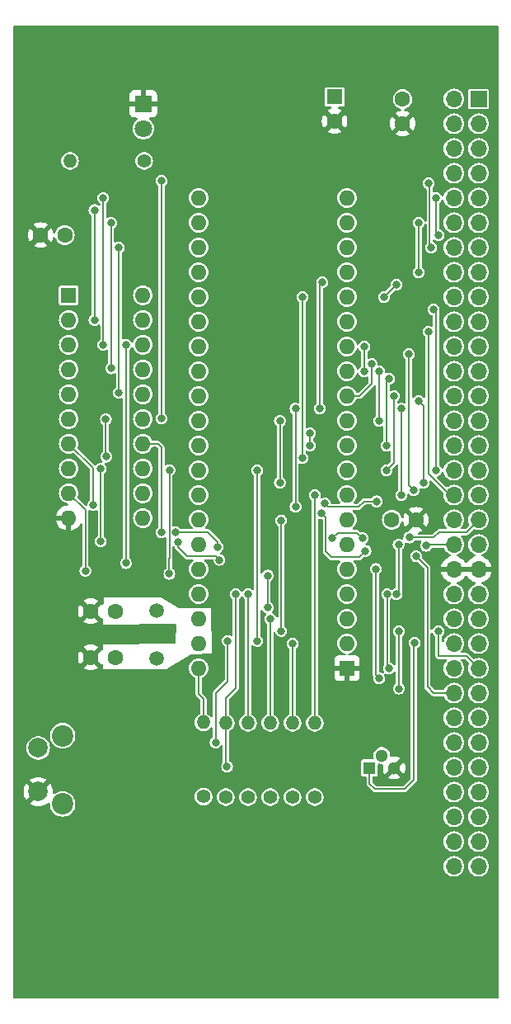
<source format=gbl>
G04 #@! TF.GenerationSoftware,KiCad,Pcbnew,8.0.4*
G04 #@! TF.CreationDate,2024-09-17T06:44:16-04:00*
G04 #@! TF.ProjectId,LB-6809-01,4c422d36-3830-4392-9d30-312e6b696361,3*
G04 #@! TF.SameCoordinates,Original*
G04 #@! TF.FileFunction,Copper,L2,Bot*
G04 #@! TF.FilePolarity,Positive*
%FSLAX46Y46*%
G04 Gerber Fmt 4.6, Leading zero omitted, Abs format (unit mm)*
G04 Created by KiCad (PCBNEW 8.0.4) date 2024-09-17 06:44:16*
%MOMM*%
%LPD*%
G01*
G04 APERTURE LIST*
G04 #@! TA.AperFunction,ComponentPad*
%ADD10R,1.700000X1.700000*%
G04 #@! TD*
G04 #@! TA.AperFunction,ComponentPad*
%ADD11O,1.700000X1.700000*%
G04 #@! TD*
G04 #@! TA.AperFunction,ComponentPad*
%ADD12R,1.600000X1.600000*%
G04 #@! TD*
G04 #@! TA.AperFunction,ComponentPad*
%ADD13O,1.600000X1.600000*%
G04 #@! TD*
G04 #@! TA.AperFunction,ComponentPad*
%ADD14C,1.400000*%
G04 #@! TD*
G04 #@! TA.AperFunction,ComponentPad*
%ADD15O,1.400000X1.400000*%
G04 #@! TD*
G04 #@! TA.AperFunction,ComponentPad*
%ADD16C,1.600000*%
G04 #@! TD*
G04 #@! TA.AperFunction,ComponentPad*
%ADD17C,1.500000*%
G04 #@! TD*
G04 #@! TA.AperFunction,ComponentPad*
%ADD18R,1.800000X1.800000*%
G04 #@! TD*
G04 #@! TA.AperFunction,ComponentPad*
%ADD19C,1.800000*%
G04 #@! TD*
G04 #@! TA.AperFunction,ComponentPad*
%ADD20C,2.000000*%
G04 #@! TD*
G04 #@! TA.AperFunction,ComponentPad*
%ADD21C,2.200000*%
G04 #@! TD*
G04 #@! TA.AperFunction,ComponentPad*
%ADD22R,1.300000X1.300000*%
G04 #@! TD*
G04 #@! TA.AperFunction,ComponentPad*
%ADD23C,1.300000*%
G04 #@! TD*
G04 #@! TA.AperFunction,ViaPad*
%ADD24C,0.800000*%
G04 #@! TD*
G04 #@! TA.AperFunction,Conductor*
%ADD25C,0.203200*%
G04 #@! TD*
G04 APERTURE END LIST*
D10*
X179890000Y-54615000D03*
D11*
X177350000Y-54615000D03*
X179890000Y-57155000D03*
X177350000Y-57155000D03*
X179890000Y-59695000D03*
X177350000Y-59695000D03*
X179890000Y-62235000D03*
X177350000Y-62235000D03*
X179890000Y-64775000D03*
X177350000Y-64775000D03*
X179890000Y-67315000D03*
X177350000Y-67315000D03*
X179890000Y-69855000D03*
X177350000Y-69855000D03*
X179890000Y-72395000D03*
X177350000Y-72395000D03*
X179890000Y-74935000D03*
X177350000Y-74935000D03*
X179890000Y-77475000D03*
X177350000Y-77475000D03*
X179890000Y-80015000D03*
X177350000Y-80015000D03*
X179890000Y-82555000D03*
X177350000Y-82555000D03*
X179890000Y-85095000D03*
X177350000Y-85095000D03*
X179890000Y-87635000D03*
X177350000Y-87635000D03*
X179890000Y-90175000D03*
X177350000Y-90175000D03*
X179890000Y-92715000D03*
X177350000Y-92715000D03*
X179890000Y-95255000D03*
X177350000Y-95255000D03*
X179890000Y-97795000D03*
X177350000Y-97795000D03*
X179890000Y-100335000D03*
X177350000Y-100335000D03*
X179890000Y-102875000D03*
X177350000Y-102875000D03*
X179890000Y-105415000D03*
X177350000Y-105415000D03*
X179890000Y-107955000D03*
X177350000Y-107955000D03*
X179890000Y-110495000D03*
X177350000Y-110495000D03*
X179890000Y-113035000D03*
X177350000Y-113035000D03*
X179890000Y-115575000D03*
X177350000Y-115575000D03*
X179890000Y-118115000D03*
X177350000Y-118115000D03*
X179890000Y-120655000D03*
X177350000Y-120655000D03*
X179890000Y-123195000D03*
X177350000Y-123195000D03*
X179890000Y-125735000D03*
X177350000Y-125735000D03*
X179890000Y-128275000D03*
X177350000Y-128275000D03*
X179890000Y-130815000D03*
X177350000Y-130815000D03*
X179890000Y-133355000D03*
X177350000Y-133355000D03*
D12*
X166375000Y-113025000D03*
D13*
X166375000Y-110485000D03*
X166375000Y-107945000D03*
X166375000Y-105405000D03*
X166375000Y-102865000D03*
X166375000Y-100325000D03*
X166375000Y-97785000D03*
X166375000Y-95245000D03*
X166375000Y-92705000D03*
X166375000Y-90165000D03*
X166375000Y-87625000D03*
X166375000Y-85085000D03*
X166375000Y-82545000D03*
X166375000Y-80005000D03*
X166375000Y-77465000D03*
X166375000Y-74925000D03*
X166375000Y-72385000D03*
X166375000Y-69845000D03*
X166375000Y-67305000D03*
X166375000Y-64765000D03*
X151135000Y-64765000D03*
X151135000Y-67305000D03*
X151135000Y-69845000D03*
X151135000Y-72385000D03*
X151135000Y-74925000D03*
X151135000Y-77465000D03*
X151135000Y-80005000D03*
X151135000Y-82545000D03*
X151135000Y-85085000D03*
X151135000Y-87625000D03*
X151135000Y-90165000D03*
X151135000Y-92705000D03*
X151135000Y-95245000D03*
X151135000Y-97785000D03*
X151135000Y-100325000D03*
X151135000Y-102865000D03*
X151135000Y-105405000D03*
X151135000Y-107945000D03*
X151135000Y-110485000D03*
X151135000Y-113025000D03*
D14*
X153924000Y-126238000D03*
D15*
X153924000Y-118618000D03*
D14*
X158496000Y-126238000D03*
D15*
X158496000Y-118618000D03*
D14*
X163068000Y-126238000D03*
D15*
X163068000Y-118618000D03*
D14*
X156210000Y-126238000D03*
D15*
X156210000Y-118618000D03*
D14*
X151638000Y-126187200D03*
D15*
X151638000Y-118567200D03*
D16*
X140044800Y-107162600D03*
X142544800Y-107162600D03*
D17*
X146812000Y-107100200D03*
X146812000Y-111980200D03*
D12*
X137779600Y-74757200D03*
D13*
X137779600Y-77297200D03*
X137779600Y-79837200D03*
X137779600Y-82377200D03*
X137779600Y-84917200D03*
X137779600Y-87457200D03*
X137779600Y-89997200D03*
X137779600Y-92537200D03*
X137779600Y-95077200D03*
X137779600Y-97617200D03*
X145399600Y-97617200D03*
X145399600Y-95077200D03*
X145399600Y-92537200D03*
X145399600Y-89997200D03*
X145399600Y-87457200D03*
X145399600Y-84917200D03*
X145399600Y-82377200D03*
X145399600Y-79837200D03*
X145399600Y-77297200D03*
X145399600Y-74757200D03*
D16*
X134894000Y-68580000D03*
X137394000Y-68580000D03*
X172085000Y-57130000D03*
X172085000Y-54630000D03*
D14*
X145542000Y-60960000D03*
D15*
X137922000Y-60960000D03*
D12*
X165100000Y-54396000D03*
D16*
X165100000Y-56896000D03*
D18*
X145450000Y-55113000D03*
D19*
X145450000Y-57653000D03*
D20*
X134660000Y-125694000D03*
X134660000Y-121194000D03*
D21*
X137160000Y-126944000D03*
X137160000Y-119944000D03*
D22*
X168681400Y-123245200D03*
D23*
X169951400Y-121975200D03*
X171221400Y-123245200D03*
D14*
X160782000Y-126238000D03*
D15*
X160782000Y-118618000D03*
D16*
X140044800Y-111912400D03*
X142544800Y-111912400D03*
X173462000Y-97790000D03*
X170962000Y-97790000D03*
D24*
X173736000Y-72390000D03*
X173736000Y-67310000D03*
X140436600Y-66014600D03*
X175768000Y-68580000D03*
X140436600Y-77292200D03*
X175514000Y-64770000D03*
X141325600Y-64765000D03*
X175011000Y-69855000D03*
X174752000Y-63246000D03*
X141325600Y-79832200D03*
X142138400Y-67335400D03*
X142138400Y-82245200D03*
X142925800Y-69850000D03*
X142951200Y-84759800D03*
X174752000Y-78486000D03*
X173228000Y-94742000D03*
X172720000Y-80772000D03*
X175260000Y-76200000D03*
X175514000Y-92710000D03*
X161798000Y-74930000D03*
X161798000Y-91440000D03*
X171958000Y-95250000D03*
X171958000Y-86360000D03*
X171196000Y-85090000D03*
X170434000Y-92710000D03*
X173736000Y-85598000D03*
X174244000Y-93980000D03*
X170688000Y-83312000D03*
X170434000Y-90170000D03*
X163576000Y-86360000D03*
X163830000Y-73406000D03*
X169672000Y-82550000D03*
X169672000Y-87630000D03*
X162560000Y-88900000D03*
X162560000Y-90170000D03*
X168910000Y-81788000D03*
X159486600Y-93980000D03*
X159486600Y-87630000D03*
X168148000Y-82550000D03*
X168148000Y-80010000D03*
X171450000Y-73660000D03*
X170180000Y-74930000D03*
X154051000Y-123113800D03*
X173309095Y-110408905D03*
X154940000Y-105410000D03*
X141071600Y-92583000D03*
X171678600Y-100330000D03*
X148996400Y-100050600D03*
X171450000Y-105410000D03*
X153263600Y-101904800D03*
X141071600Y-99999800D03*
X158496000Y-107950000D03*
X159607303Y-97856801D03*
X159613600Y-109194600D03*
X140284200Y-96291400D03*
X160782000Y-110490000D03*
X171704000Y-109220000D03*
X171704000Y-115112800D03*
X175768000Y-109220000D03*
X158216600Y-106781600D03*
X139496800Y-103022400D03*
X158216600Y-103518500D03*
X169672000Y-114046000D03*
X169341800Y-102844600D03*
X143662400Y-102235000D03*
X173469300Y-101511100D03*
X143687800Y-79832200D03*
X163068000Y-95250000D03*
X141630400Y-91313000D03*
X157149800Y-110210600D03*
X141605000Y-87477600D03*
X152882600Y-120624600D03*
X154127200Y-110210600D03*
X157149800Y-92710000D03*
X156210000Y-105410000D03*
X170683000Y-113035000D03*
X170498097Y-105410000D03*
X153085800Y-100558600D03*
X164871400Y-99644200D03*
X167944800Y-99669600D03*
X147320000Y-99060000D03*
X172765905Y-99613905D03*
X148786300Y-99060000D03*
X164109400Y-96113600D03*
X161086800Y-86385400D03*
X161086800Y-96443800D03*
X169418000Y-95898500D03*
X148132800Y-92684600D03*
X148124995Y-103335005D03*
X163721500Y-97097300D03*
X168275000Y-100978500D03*
X174498000Y-100457000D03*
X147320000Y-62992000D03*
X147320000Y-87376000D03*
D25*
X173736000Y-67310000D02*
X173736000Y-72390000D01*
X175514000Y-68326000D02*
X175514000Y-64770000D01*
X140436600Y-77292200D02*
X140436600Y-66014600D01*
X175768000Y-68580000D02*
X175514000Y-68326000D01*
X174860489Y-69704489D02*
X174860489Y-63354489D01*
X174860489Y-63354489D02*
X174752000Y-63246000D01*
X141325600Y-79832200D02*
X141325600Y-64765000D01*
X175011000Y-69855000D02*
X174860489Y-69704489D01*
X142138400Y-82245200D02*
X142138400Y-67335400D01*
X142951200Y-69875400D02*
X142925800Y-69850000D01*
X142951200Y-84759800D02*
X142951200Y-69875400D01*
X174752000Y-93055795D02*
X176951205Y-95255000D01*
X174752000Y-78486000D02*
X174752000Y-93055795D01*
X172720000Y-94234000D02*
X172720000Y-80772000D01*
X173228000Y-94742000D02*
X172720000Y-94234000D01*
X175514000Y-92710000D02*
X175514000Y-76454000D01*
X175514000Y-76454000D02*
X175260000Y-76200000D01*
X161798000Y-91440000D02*
X161798000Y-74930000D01*
X171958000Y-86360000D02*
X171958000Y-95250000D01*
X171196000Y-91948000D02*
X170434000Y-92710000D01*
X171196000Y-85090000D02*
X171196000Y-91948000D01*
X174244000Y-86106000D02*
X173736000Y-85598000D01*
X174244000Y-93980000D02*
X174244000Y-86106000D01*
X170434000Y-90170000D02*
X170434000Y-83566000D01*
X170434000Y-83566000D02*
X170688000Y-83312000D01*
X163576000Y-73660000D02*
X163830000Y-73406000D01*
X163576000Y-86360000D02*
X163576000Y-73660000D01*
X169672000Y-87630000D02*
X169672000Y-82550000D01*
X162560000Y-88900000D02*
X162560000Y-89916000D01*
X162560000Y-89916000D02*
X162560000Y-90170000D01*
X168910000Y-83820000D02*
X168910000Y-81788000D01*
X167645000Y-85085000D02*
X166375000Y-85085000D01*
X168910000Y-83820000D02*
X167645000Y-85085000D01*
X159486600Y-87630000D02*
X159486600Y-93980000D01*
X168148000Y-82550000D02*
X168148000Y-80010000D01*
X171450000Y-73660000D02*
X170180000Y-74930000D01*
X172288200Y-125425200D02*
X173228000Y-124485400D01*
X154051000Y-123113800D02*
X153924000Y-122986800D01*
X169240200Y-125425200D02*
X172288200Y-125425200D01*
X154940000Y-105410000D02*
X154940000Y-115062000D01*
X173228000Y-110490000D02*
X173309095Y-110408905D01*
X153924000Y-118618000D02*
X153924000Y-116078000D01*
X153924000Y-122986800D02*
X153924000Y-118618000D01*
X168681400Y-124866400D02*
X169240200Y-125425200D01*
X168681400Y-123245200D02*
X168681400Y-124866400D01*
X153924000Y-116078000D02*
X154940000Y-115062000D01*
X173228000Y-124485400D02*
X173228000Y-110490000D01*
X148996400Y-100050600D02*
X148996400Y-100584000D01*
X141071600Y-99999800D02*
X141071600Y-92583000D01*
X171704000Y-105156000D02*
X171704000Y-100355400D01*
X153263600Y-101904800D02*
X152882600Y-101523800D01*
X171704000Y-100355400D02*
X171678600Y-100330000D01*
X148996400Y-100584000D02*
X149936200Y-101523800D01*
X171450000Y-105410000D02*
X171704000Y-105156000D01*
X149936200Y-101523800D02*
X152882600Y-101523800D01*
X158496000Y-118618000D02*
X158496000Y-107950000D01*
X140284200Y-92501800D02*
X137779600Y-89997200D01*
X159613600Y-109194600D02*
X159613600Y-97863098D01*
X159613600Y-97863098D02*
X159607303Y-97856801D01*
X140284200Y-96291400D02*
X140284200Y-92501800D01*
X160782000Y-118618000D02*
X160782000Y-110490000D01*
X179890000Y-113035000D02*
X178615000Y-111760000D01*
X175768000Y-111760000D02*
X178615000Y-111760000D01*
X151638000Y-118567200D02*
X151638000Y-116179600D01*
X151135000Y-115676600D02*
X151135000Y-113025000D01*
X175768000Y-111760000D02*
X175768000Y-109220000D01*
X151638000Y-116179600D02*
X151135000Y-115676600D01*
X171704000Y-115112800D02*
X171704000Y-109220000D01*
X139496800Y-96794400D02*
X137779600Y-95077200D01*
X139496800Y-103022400D02*
X139496800Y-96794400D01*
X169341800Y-102844600D02*
X169341800Y-113715800D01*
X158216600Y-106781600D02*
X158216600Y-103518500D01*
X169341800Y-113715800D02*
X169672000Y-114046000D01*
X174650400Y-102692200D02*
X173469300Y-101511100D01*
X174650400Y-114935000D02*
X174650400Y-102692200D01*
X143687800Y-79832200D02*
X143687800Y-102209600D01*
X174650400Y-114935000D02*
X175290400Y-115575000D01*
X175290400Y-115575000D02*
X177350000Y-115575000D01*
X143687800Y-102209600D02*
X143662400Y-102235000D01*
X163068000Y-118618000D02*
X163068000Y-95250000D01*
X141605000Y-91287600D02*
X141630400Y-91313000D01*
X157149800Y-92710000D02*
X157149800Y-110210600D01*
X152882600Y-115595400D02*
X154127200Y-114350800D01*
X152882600Y-120624600D02*
X152882600Y-115595400D01*
X141605000Y-87477600D02*
X141605000Y-91287600D01*
X154127200Y-114350800D02*
X154127200Y-110210600D01*
X170498097Y-112850097D02*
X170683000Y-113035000D01*
X170498097Y-105410000D02*
X170498097Y-112850097D01*
X156210000Y-118618000D02*
X156210000Y-105410000D01*
X147320000Y-99060000D02*
X147320000Y-90373200D01*
X172765905Y-99613905D02*
X175298100Y-99613905D01*
X175844200Y-99067805D02*
X178617195Y-99067805D01*
X179890000Y-97795000D02*
X178617195Y-99067805D01*
X148786300Y-99060000D02*
X152095200Y-99060000D01*
X152095200Y-99060000D02*
X153085800Y-100050600D01*
X164871400Y-99644200D02*
X165404800Y-99110800D01*
X175298100Y-99613905D02*
X175844200Y-99067805D01*
X165404800Y-99110800D02*
X167386000Y-99110800D01*
X147320000Y-90373200D02*
X146944000Y-89997200D01*
X146944000Y-89997200D02*
X145399600Y-89997200D01*
X153085800Y-100558600D02*
X153085800Y-100050600D01*
X167386000Y-99110800D02*
X167944800Y-99669600D01*
X169418000Y-95898500D02*
X168134500Y-95898500D01*
X168134500Y-95898500D02*
X167563800Y-96469200D01*
X167563800Y-96469200D02*
X164465000Y-96469200D01*
X161086800Y-86385400D02*
X161086800Y-96443800D01*
X164465000Y-96469200D02*
X164109400Y-96113600D01*
X148132800Y-101650800D02*
X148132800Y-92684600D01*
X148124995Y-103335005D02*
X148124995Y-101658605D01*
X148124995Y-101658605D02*
X148132800Y-101650800D01*
X167640000Y-101625400D02*
X164762900Y-101625400D01*
X177350000Y-100335000D02*
X174620000Y-100335000D01*
X174620000Y-100335000D02*
X174498000Y-100457000D01*
X168275000Y-101066600D02*
X168198800Y-101066600D01*
X168275000Y-100978500D02*
X168275000Y-101066600D01*
X164185600Y-101048100D02*
X164185600Y-97561400D01*
X164185600Y-97561400D02*
X163721500Y-97097300D01*
X164762900Y-101625400D02*
X164185600Y-101048100D01*
X168198800Y-101066600D02*
X167640000Y-101625400D01*
X147320000Y-87376000D02*
X147320000Y-62992000D01*
G04 #@! TA.AperFunction,Conductor*
G36*
X179424075Y-102682007D02*
G01*
X179390000Y-102809174D01*
X179390000Y-102940826D01*
X179424075Y-103067993D01*
X179459297Y-103129000D01*
X177780703Y-103129000D01*
X177815925Y-103067993D01*
X177850000Y-102940826D01*
X177850000Y-102809174D01*
X177815925Y-102682007D01*
X177780703Y-102621000D01*
X179459297Y-102621000D01*
X179424075Y-102682007D01*
G37*
G04 #@! TD.AperFunction*
G04 #@! TA.AperFunction,Conductor*
G36*
X181866621Y-47095502D02*
G01*
X181913114Y-47149158D01*
X181924500Y-47201500D01*
X181924500Y-146798500D01*
X181904498Y-146866621D01*
X181850842Y-146913114D01*
X181798500Y-146924500D01*
X132206000Y-146924500D01*
X132137879Y-146904498D01*
X132091386Y-146850842D01*
X132080000Y-146798500D01*
X132080000Y-133354997D01*
X176291202Y-133354997D01*
X176291202Y-133355002D01*
X176311545Y-133561554D01*
X176311546Y-133561560D01*
X176311547Y-133561561D01*
X176371798Y-133760184D01*
X176469642Y-133943237D01*
X176601317Y-134103683D01*
X176761763Y-134235358D01*
X176944816Y-134333202D01*
X177143439Y-134393453D01*
X177143443Y-134393453D01*
X177143445Y-134393454D01*
X177349997Y-134413798D01*
X177350000Y-134413798D01*
X177350003Y-134413798D01*
X177556554Y-134393454D01*
X177556555Y-134393453D01*
X177556561Y-134393453D01*
X177755184Y-134333202D01*
X177938237Y-134235358D01*
X178098683Y-134103683D01*
X178230358Y-133943237D01*
X178328202Y-133760184D01*
X178388453Y-133561561D01*
X178408798Y-133355000D01*
X178408798Y-133354997D01*
X178831202Y-133354997D01*
X178831202Y-133355002D01*
X178851545Y-133561554D01*
X178851546Y-133561560D01*
X178851547Y-133561561D01*
X178911798Y-133760184D01*
X179009642Y-133943237D01*
X179141317Y-134103683D01*
X179301763Y-134235358D01*
X179484816Y-134333202D01*
X179683439Y-134393453D01*
X179683443Y-134393453D01*
X179683445Y-134393454D01*
X179889997Y-134413798D01*
X179890000Y-134413798D01*
X179890003Y-134413798D01*
X180096554Y-134393454D01*
X180096555Y-134393453D01*
X180096561Y-134393453D01*
X180295184Y-134333202D01*
X180478237Y-134235358D01*
X180638683Y-134103683D01*
X180770358Y-133943237D01*
X180868202Y-133760184D01*
X180928453Y-133561561D01*
X180948798Y-133355000D01*
X180928453Y-133148439D01*
X180868202Y-132949816D01*
X180770358Y-132766763D01*
X180638683Y-132606317D01*
X180478237Y-132474642D01*
X180295184Y-132376798D01*
X180096561Y-132316547D01*
X180096560Y-132316546D01*
X180096554Y-132316545D01*
X179890003Y-132296202D01*
X179889997Y-132296202D01*
X179683445Y-132316545D01*
X179484815Y-132376798D01*
X179301762Y-132474642D01*
X179141317Y-132606317D01*
X179009642Y-132766762D01*
X178911798Y-132949815D01*
X178851545Y-133148445D01*
X178831202Y-133354997D01*
X178408798Y-133354997D01*
X178388453Y-133148439D01*
X178328202Y-132949816D01*
X178230358Y-132766763D01*
X178098683Y-132606317D01*
X177938237Y-132474642D01*
X177755184Y-132376798D01*
X177556561Y-132316547D01*
X177556560Y-132316546D01*
X177556554Y-132316545D01*
X177350003Y-132296202D01*
X177349997Y-132296202D01*
X177143445Y-132316545D01*
X176944815Y-132376798D01*
X176761762Y-132474642D01*
X176601317Y-132606317D01*
X176469642Y-132766762D01*
X176371798Y-132949815D01*
X176311545Y-133148445D01*
X176291202Y-133354997D01*
X132080000Y-133354997D01*
X132080000Y-130814997D01*
X176291202Y-130814997D01*
X176291202Y-130815002D01*
X176311545Y-131021554D01*
X176311546Y-131021560D01*
X176311547Y-131021561D01*
X176371798Y-131220184D01*
X176469642Y-131403237D01*
X176601317Y-131563683D01*
X176761763Y-131695358D01*
X176944816Y-131793202D01*
X177143439Y-131853453D01*
X177143443Y-131853453D01*
X177143445Y-131853454D01*
X177349997Y-131873798D01*
X177350000Y-131873798D01*
X177350003Y-131873798D01*
X177556554Y-131853454D01*
X177556555Y-131853453D01*
X177556561Y-131853453D01*
X177755184Y-131793202D01*
X177938237Y-131695358D01*
X178098683Y-131563683D01*
X178230358Y-131403237D01*
X178328202Y-131220184D01*
X178388453Y-131021561D01*
X178408798Y-130815000D01*
X178408798Y-130814997D01*
X178831202Y-130814997D01*
X178831202Y-130815002D01*
X178851545Y-131021554D01*
X178851546Y-131021560D01*
X178851547Y-131021561D01*
X178911798Y-131220184D01*
X179009642Y-131403237D01*
X179141317Y-131563683D01*
X179301763Y-131695358D01*
X179484816Y-131793202D01*
X179683439Y-131853453D01*
X179683443Y-131853453D01*
X179683445Y-131853454D01*
X179889997Y-131873798D01*
X179890000Y-131873798D01*
X179890003Y-131873798D01*
X180096554Y-131853454D01*
X180096555Y-131853453D01*
X180096561Y-131853453D01*
X180295184Y-131793202D01*
X180478237Y-131695358D01*
X180638683Y-131563683D01*
X180770358Y-131403237D01*
X180868202Y-131220184D01*
X180928453Y-131021561D01*
X180948798Y-130815000D01*
X180928453Y-130608439D01*
X180868202Y-130409816D01*
X180770358Y-130226763D01*
X180638683Y-130066317D01*
X180478237Y-129934642D01*
X180295184Y-129836798D01*
X180096561Y-129776547D01*
X180096560Y-129776546D01*
X180096554Y-129776545D01*
X179890003Y-129756202D01*
X179889997Y-129756202D01*
X179683445Y-129776545D01*
X179484815Y-129836798D01*
X179301762Y-129934642D01*
X179141317Y-130066317D01*
X179009642Y-130226762D01*
X178911798Y-130409815D01*
X178851545Y-130608445D01*
X178831202Y-130814997D01*
X178408798Y-130814997D01*
X178388453Y-130608439D01*
X178328202Y-130409816D01*
X178230358Y-130226763D01*
X178098683Y-130066317D01*
X177938237Y-129934642D01*
X177755184Y-129836798D01*
X177556561Y-129776547D01*
X177556560Y-129776546D01*
X177556554Y-129776545D01*
X177350003Y-129756202D01*
X177349997Y-129756202D01*
X177143445Y-129776545D01*
X176944815Y-129836798D01*
X176761762Y-129934642D01*
X176601317Y-130066317D01*
X176469642Y-130226762D01*
X176371798Y-130409815D01*
X176311545Y-130608445D01*
X176291202Y-130814997D01*
X132080000Y-130814997D01*
X132080000Y-128274997D01*
X176291202Y-128274997D01*
X176291202Y-128275002D01*
X176311545Y-128481554D01*
X176311546Y-128481560D01*
X176311547Y-128481561D01*
X176371798Y-128680184D01*
X176469642Y-128863237D01*
X176601317Y-129023683D01*
X176761763Y-129155358D01*
X176944816Y-129253202D01*
X177143439Y-129313453D01*
X177143443Y-129313453D01*
X177143445Y-129313454D01*
X177349997Y-129333798D01*
X177350000Y-129333798D01*
X177350003Y-129333798D01*
X177556554Y-129313454D01*
X177556555Y-129313453D01*
X177556561Y-129313453D01*
X177755184Y-129253202D01*
X177938237Y-129155358D01*
X178098683Y-129023683D01*
X178230358Y-128863237D01*
X178328202Y-128680184D01*
X178388453Y-128481561D01*
X178408798Y-128275000D01*
X178408798Y-128274997D01*
X178831202Y-128274997D01*
X178831202Y-128275002D01*
X178851545Y-128481554D01*
X178851546Y-128481560D01*
X178851547Y-128481561D01*
X178911798Y-128680184D01*
X179009642Y-128863237D01*
X179141317Y-129023683D01*
X179301763Y-129155358D01*
X179484816Y-129253202D01*
X179683439Y-129313453D01*
X179683443Y-129313453D01*
X179683445Y-129313454D01*
X179889997Y-129333798D01*
X179890000Y-129333798D01*
X179890003Y-129333798D01*
X180096554Y-129313454D01*
X180096555Y-129313453D01*
X180096561Y-129313453D01*
X180295184Y-129253202D01*
X180478237Y-129155358D01*
X180638683Y-129023683D01*
X180770358Y-128863237D01*
X180868202Y-128680184D01*
X180928453Y-128481561D01*
X180948798Y-128275000D01*
X180946600Y-128252679D01*
X180928454Y-128068445D01*
X180928453Y-128068443D01*
X180928453Y-128068439D01*
X180868202Y-127869816D01*
X180770358Y-127686763D01*
X180638683Y-127526317D01*
X180478237Y-127394642D01*
X180295184Y-127296798D01*
X180096561Y-127236547D01*
X180096560Y-127236546D01*
X180096554Y-127236545D01*
X179890003Y-127216202D01*
X179889997Y-127216202D01*
X179683445Y-127236545D01*
X179484815Y-127296798D01*
X179301762Y-127394642D01*
X179141317Y-127526317D01*
X179009642Y-127686762D01*
X178911798Y-127869815D01*
X178851545Y-128068445D01*
X178831202Y-128274997D01*
X178408798Y-128274997D01*
X178406600Y-128252679D01*
X178388454Y-128068445D01*
X178388453Y-128068443D01*
X178388453Y-128068439D01*
X178328202Y-127869816D01*
X178230358Y-127686763D01*
X178098683Y-127526317D01*
X177938237Y-127394642D01*
X177755184Y-127296798D01*
X177556561Y-127236547D01*
X177556560Y-127236546D01*
X177556554Y-127236545D01*
X177350003Y-127216202D01*
X177349997Y-127216202D01*
X177143445Y-127236545D01*
X176944815Y-127296798D01*
X176761762Y-127394642D01*
X176601317Y-127526317D01*
X176469642Y-127686762D01*
X176371798Y-127869815D01*
X176311545Y-128068445D01*
X176291202Y-128274997D01*
X132080000Y-128274997D01*
X132080000Y-125694000D01*
X133147337Y-125694000D01*
X133165960Y-125930632D01*
X133221371Y-126161437D01*
X133312208Y-126380738D01*
X133426896Y-126567890D01*
X133426897Y-126567890D01*
X134135016Y-125859771D01*
X134147482Y-125906292D01*
X134219890Y-126031708D01*
X134322292Y-126134110D01*
X134447708Y-126206518D01*
X134494227Y-126218983D01*
X133786107Y-126927102D01*
X133973261Y-127041791D01*
X134192562Y-127132628D01*
X134423367Y-127188039D01*
X134660000Y-127206662D01*
X134896632Y-127188039D01*
X135127437Y-127132628D01*
X135346733Y-127041793D01*
X135549122Y-126917768D01*
X135549124Y-126917766D01*
X135644010Y-126836726D01*
X135708799Y-126807694D01*
X135778999Y-126818299D01*
X135832322Y-126865173D01*
X135851838Y-126933435D01*
X135851363Y-126943503D01*
X135851320Y-126943994D01*
X135851320Y-126943997D01*
X135851320Y-126944000D01*
X135853957Y-126974137D01*
X135871202Y-127171253D01*
X135930242Y-127391592D01*
X135930244Y-127391597D01*
X136026650Y-127598340D01*
X136088564Y-127686763D01*
X136157493Y-127785203D01*
X136318797Y-127946507D01*
X136505660Y-128077350D01*
X136712405Y-128173757D01*
X136932750Y-128232798D01*
X137160000Y-128252680D01*
X137387250Y-128232798D01*
X137607595Y-128173757D01*
X137814340Y-128077350D01*
X138001203Y-127946507D01*
X138162507Y-127785203D01*
X138293350Y-127598340D01*
X138389757Y-127391595D01*
X138448798Y-127171250D01*
X138468680Y-126944000D01*
X138448798Y-126716750D01*
X138389757Y-126496405D01*
X138293350Y-126289660D01*
X138221607Y-126187200D01*
X150729322Y-126187200D01*
X150749178Y-126376125D01*
X150807878Y-126556788D01*
X150807881Y-126556794D01*
X150872757Y-126669161D01*
X150900232Y-126716750D01*
X150902866Y-126721311D01*
X150902868Y-126721314D01*
X151029973Y-126862476D01*
X151029976Y-126862479D01*
X151183661Y-126974138D01*
X151357203Y-127051404D01*
X151543017Y-127090900D01*
X151732983Y-127090900D01*
X151918797Y-127051404D01*
X152092339Y-126974138D01*
X152246024Y-126862479D01*
X152373136Y-126721308D01*
X152468119Y-126556793D01*
X152487740Y-126496407D01*
X152526821Y-126376125D01*
X152532380Y-126323237D01*
X152541339Y-126238000D01*
X153015322Y-126238000D01*
X153035178Y-126426925D01*
X153093878Y-126607588D01*
X153093881Y-126607594D01*
X153188866Y-126772111D01*
X153188868Y-126772114D01*
X153315973Y-126913276D01*
X153315976Y-126913279D01*
X153469661Y-127024938D01*
X153643203Y-127102204D01*
X153829017Y-127141700D01*
X154018983Y-127141700D01*
X154204797Y-127102204D01*
X154378339Y-127024938D01*
X154532024Y-126913279D01*
X154659136Y-126772108D01*
X154754119Y-126607593D01*
X154770625Y-126556794D01*
X154812821Y-126426925D01*
X154827248Y-126289659D01*
X154832678Y-126238000D01*
X155301322Y-126238000D01*
X155321178Y-126426925D01*
X155379878Y-126607588D01*
X155379881Y-126607594D01*
X155474866Y-126772111D01*
X155474868Y-126772114D01*
X155601973Y-126913276D01*
X155601976Y-126913279D01*
X155755661Y-127024938D01*
X155929203Y-127102204D01*
X156115017Y-127141700D01*
X156304983Y-127141700D01*
X156490797Y-127102204D01*
X156664339Y-127024938D01*
X156818024Y-126913279D01*
X156945136Y-126772108D01*
X157040119Y-126607593D01*
X157056625Y-126556794D01*
X157098821Y-126426925D01*
X157113248Y-126289659D01*
X157118678Y-126238000D01*
X157587322Y-126238000D01*
X157607178Y-126426925D01*
X157665878Y-126607588D01*
X157665881Y-126607594D01*
X157760866Y-126772111D01*
X157760868Y-126772114D01*
X157887973Y-126913276D01*
X157887976Y-126913279D01*
X158041661Y-127024938D01*
X158215203Y-127102204D01*
X158401017Y-127141700D01*
X158590983Y-127141700D01*
X158776797Y-127102204D01*
X158950339Y-127024938D01*
X159104024Y-126913279D01*
X159231136Y-126772108D01*
X159326119Y-126607593D01*
X159342625Y-126556794D01*
X159384821Y-126426925D01*
X159399248Y-126289659D01*
X159404678Y-126238000D01*
X159873322Y-126238000D01*
X159893178Y-126426925D01*
X159951878Y-126607588D01*
X159951881Y-126607594D01*
X160046866Y-126772111D01*
X160046868Y-126772114D01*
X160173973Y-126913276D01*
X160173976Y-126913279D01*
X160327661Y-127024938D01*
X160501203Y-127102204D01*
X160687017Y-127141700D01*
X160876983Y-127141700D01*
X161062797Y-127102204D01*
X161236339Y-127024938D01*
X161390024Y-126913279D01*
X161517136Y-126772108D01*
X161612119Y-126607593D01*
X161628625Y-126556794D01*
X161670821Y-126426925D01*
X161685248Y-126289659D01*
X161690678Y-126238000D01*
X162159322Y-126238000D01*
X162179178Y-126426925D01*
X162237878Y-126607588D01*
X162237881Y-126607594D01*
X162332866Y-126772111D01*
X162332868Y-126772114D01*
X162459973Y-126913276D01*
X162459976Y-126913279D01*
X162613661Y-127024938D01*
X162787203Y-127102204D01*
X162973017Y-127141700D01*
X163162983Y-127141700D01*
X163348797Y-127102204D01*
X163522339Y-127024938D01*
X163676024Y-126913279D01*
X163803136Y-126772108D01*
X163898119Y-126607593D01*
X163914625Y-126556794D01*
X163956821Y-126426925D01*
X163971248Y-126289659D01*
X163976678Y-126238000D01*
X163956821Y-126049075D01*
X163956821Y-126049074D01*
X163898121Y-125868411D01*
X163898118Y-125868405D01*
X163868792Y-125817611D01*
X163821095Y-125734997D01*
X176291202Y-125734997D01*
X176291202Y-125735002D01*
X176311545Y-125941554D01*
X176311546Y-125941560D01*
X176311547Y-125941561D01*
X176371798Y-126140184D01*
X176469642Y-126323237D01*
X176601317Y-126483683D01*
X176761763Y-126615358D01*
X176944816Y-126713202D01*
X177143439Y-126773453D01*
X177143443Y-126773453D01*
X177143445Y-126773454D01*
X177349997Y-126793798D01*
X177350000Y-126793798D01*
X177350003Y-126793798D01*
X177556554Y-126773454D01*
X177556555Y-126773453D01*
X177556561Y-126773453D01*
X177755184Y-126713202D01*
X177938237Y-126615358D01*
X178098683Y-126483683D01*
X178230358Y-126323237D01*
X178328202Y-126140184D01*
X178388453Y-125941561D01*
X178389231Y-125933670D01*
X178408798Y-125735002D01*
X178408798Y-125734997D01*
X178831202Y-125734997D01*
X178831202Y-125735002D01*
X178851545Y-125941554D01*
X178851546Y-125941560D01*
X178851547Y-125941561D01*
X178911798Y-126140184D01*
X179009642Y-126323237D01*
X179141317Y-126483683D01*
X179301763Y-126615358D01*
X179484816Y-126713202D01*
X179683439Y-126773453D01*
X179683443Y-126773453D01*
X179683445Y-126773454D01*
X179889997Y-126793798D01*
X179890000Y-126793798D01*
X179890003Y-126793798D01*
X180096554Y-126773454D01*
X180096555Y-126773453D01*
X180096561Y-126773453D01*
X180295184Y-126713202D01*
X180478237Y-126615358D01*
X180638683Y-126483683D01*
X180770358Y-126323237D01*
X180868202Y-126140184D01*
X180928453Y-125941561D01*
X180929231Y-125933670D01*
X180948798Y-125735002D01*
X180948798Y-125734997D01*
X180928454Y-125528445D01*
X180928453Y-125528443D01*
X180928453Y-125528439D01*
X180868202Y-125329816D01*
X180770358Y-125146763D01*
X180638683Y-124986317D01*
X180478237Y-124854642D01*
X180295184Y-124756798D01*
X180096561Y-124696547D01*
X180096560Y-124696546D01*
X180096554Y-124696545D01*
X179890003Y-124676202D01*
X179889997Y-124676202D01*
X179683445Y-124696545D01*
X179484815Y-124756798D01*
X179301762Y-124854642D01*
X179141317Y-124986317D01*
X179009642Y-125146762D01*
X178911798Y-125329815D01*
X178851545Y-125528445D01*
X178831202Y-125734997D01*
X178408798Y-125734997D01*
X178388454Y-125528445D01*
X178388453Y-125528443D01*
X178388453Y-125528439D01*
X178328202Y-125329816D01*
X178230358Y-125146763D01*
X178098683Y-124986317D01*
X177938237Y-124854642D01*
X177755184Y-124756798D01*
X177556561Y-124696547D01*
X177556560Y-124696546D01*
X177556554Y-124696545D01*
X177350003Y-124676202D01*
X177349997Y-124676202D01*
X177143445Y-124696545D01*
X176944815Y-124756798D01*
X176761762Y-124854642D01*
X176601317Y-124986317D01*
X176469642Y-125146762D01*
X176371798Y-125329815D01*
X176311545Y-125528445D01*
X176291202Y-125734997D01*
X163821095Y-125734997D01*
X163803136Y-125703892D01*
X163803134Y-125703889D01*
X163803133Y-125703888D01*
X163803131Y-125703885D01*
X163676026Y-125562723D01*
X163676021Y-125562719D01*
X163522339Y-125451062D01*
X163348797Y-125373796D01*
X163162983Y-125334300D01*
X162973017Y-125334300D01*
X162787202Y-125373796D01*
X162613660Y-125451062D01*
X162459978Y-125562719D01*
X162459973Y-125562723D01*
X162332868Y-125703885D01*
X162332866Y-125703888D01*
X162237881Y-125868405D01*
X162237878Y-125868411D01*
X162179178Y-126049074D01*
X162159322Y-126238000D01*
X161690678Y-126238000D01*
X161670821Y-126049075D01*
X161670821Y-126049074D01*
X161612121Y-125868411D01*
X161612118Y-125868405D01*
X161582792Y-125817611D01*
X161517136Y-125703892D01*
X161517134Y-125703889D01*
X161517133Y-125703888D01*
X161517131Y-125703885D01*
X161390026Y-125562723D01*
X161390021Y-125562719D01*
X161236339Y-125451062D01*
X161062797Y-125373796D01*
X160876983Y-125334300D01*
X160687017Y-125334300D01*
X160501202Y-125373796D01*
X160327660Y-125451062D01*
X160173978Y-125562719D01*
X160173973Y-125562723D01*
X160046868Y-125703885D01*
X160046866Y-125703888D01*
X159951881Y-125868405D01*
X159951878Y-125868411D01*
X159893178Y-126049074D01*
X159873322Y-126238000D01*
X159404678Y-126238000D01*
X159384821Y-126049075D01*
X159384821Y-126049074D01*
X159326121Y-125868411D01*
X159326118Y-125868405D01*
X159296792Y-125817611D01*
X159231136Y-125703892D01*
X159231134Y-125703889D01*
X159231133Y-125703888D01*
X159231131Y-125703885D01*
X159104026Y-125562723D01*
X159104021Y-125562719D01*
X158950339Y-125451062D01*
X158776797Y-125373796D01*
X158590983Y-125334300D01*
X158401017Y-125334300D01*
X158215202Y-125373796D01*
X158041660Y-125451062D01*
X157887978Y-125562719D01*
X157887973Y-125562723D01*
X157760868Y-125703885D01*
X157760866Y-125703888D01*
X157665881Y-125868405D01*
X157665878Y-125868411D01*
X157607178Y-126049074D01*
X157587322Y-126238000D01*
X157118678Y-126238000D01*
X157098821Y-126049075D01*
X157098821Y-126049074D01*
X157040121Y-125868411D01*
X157040118Y-125868405D01*
X157010792Y-125817611D01*
X156945136Y-125703892D01*
X156945134Y-125703889D01*
X156945133Y-125703888D01*
X156945131Y-125703885D01*
X156818026Y-125562723D01*
X156818021Y-125562719D01*
X156664339Y-125451062D01*
X156490797Y-125373796D01*
X156304983Y-125334300D01*
X156115017Y-125334300D01*
X155929202Y-125373796D01*
X155755660Y-125451062D01*
X155601978Y-125562719D01*
X155601973Y-125562723D01*
X155474868Y-125703885D01*
X155474866Y-125703888D01*
X155379881Y-125868405D01*
X155379878Y-125868411D01*
X155321178Y-126049074D01*
X155301322Y-126238000D01*
X154832678Y-126238000D01*
X154812821Y-126049075D01*
X154812821Y-126049074D01*
X154754121Y-125868411D01*
X154754118Y-125868405D01*
X154724792Y-125817611D01*
X154659136Y-125703892D01*
X154659134Y-125703889D01*
X154659133Y-125703888D01*
X154659131Y-125703885D01*
X154532026Y-125562723D01*
X154532021Y-125562719D01*
X154378339Y-125451062D01*
X154204797Y-125373796D01*
X154018983Y-125334300D01*
X153829017Y-125334300D01*
X153643202Y-125373796D01*
X153469660Y-125451062D01*
X153315978Y-125562719D01*
X153315973Y-125562723D01*
X153188868Y-125703885D01*
X153188866Y-125703888D01*
X153093881Y-125868405D01*
X153093878Y-125868411D01*
X153035178Y-126049074D01*
X153015322Y-126238000D01*
X152541339Y-126238000D01*
X152546678Y-126187200D01*
X152526821Y-125998275D01*
X152508394Y-125941561D01*
X152468121Y-125817611D01*
X152468118Y-125817605D01*
X152420427Y-125735002D01*
X152373136Y-125653092D01*
X152373134Y-125653089D01*
X152373133Y-125653088D01*
X152373131Y-125653085D01*
X152246026Y-125511923D01*
X152246021Y-125511919D01*
X152092339Y-125400262D01*
X151918797Y-125322996D01*
X151732983Y-125283500D01*
X151543017Y-125283500D01*
X151357202Y-125322996D01*
X151183660Y-125400262D01*
X151029978Y-125511919D01*
X151029973Y-125511923D01*
X150902868Y-125653085D01*
X150902866Y-125653088D01*
X150807881Y-125817605D01*
X150807878Y-125817611D01*
X150749178Y-125998274D01*
X150729322Y-126187200D01*
X138221607Y-126187200D01*
X138162507Y-126102797D01*
X138001203Y-125941493D01*
X137896825Y-125868407D01*
X137814340Y-125810650D01*
X137607597Y-125714244D01*
X137607592Y-125714242D01*
X137387253Y-125655202D01*
X137160000Y-125635320D01*
X136932746Y-125655202D01*
X136712407Y-125714242D01*
X136712402Y-125714244D01*
X136505660Y-125810649D01*
X136362368Y-125910983D01*
X136295094Y-125933670D01*
X136226234Y-125916385D01*
X136177650Y-125864615D01*
X136164486Y-125797882D01*
X136172662Y-125693999D01*
X136154039Y-125457367D01*
X136098628Y-125226562D01*
X136007791Y-125007261D01*
X135893102Y-124820108D01*
X135893101Y-124820107D01*
X135184982Y-125528226D01*
X135172518Y-125481708D01*
X135100110Y-125356292D01*
X134997708Y-125253890D01*
X134872292Y-125181482D01*
X134825771Y-125169016D01*
X135533890Y-124460897D01*
X135533890Y-124460896D01*
X135346738Y-124346208D01*
X135127437Y-124255371D01*
X134896632Y-124199960D01*
X134660000Y-124181337D01*
X134423367Y-124199960D01*
X134192562Y-124255371D01*
X133973266Y-124346206D01*
X133786108Y-124460897D01*
X133786108Y-124460898D01*
X134494227Y-125169017D01*
X134447708Y-125181482D01*
X134322292Y-125253890D01*
X134219890Y-125356292D01*
X134147482Y-125481708D01*
X134135017Y-125528227D01*
X133426898Y-124820108D01*
X133426897Y-124820108D01*
X133312206Y-125007266D01*
X133221371Y-125226562D01*
X133165960Y-125457367D01*
X133147337Y-125694000D01*
X132080000Y-125694000D01*
X132080000Y-121194000D01*
X133451143Y-121194000D01*
X133471726Y-121416128D01*
X133532773Y-121630689D01*
X133532776Y-121630695D01*
X133632205Y-121830376D01*
X133632209Y-121830381D01*
X133766642Y-122008401D01*
X133931501Y-122158689D01*
X133931502Y-122158690D01*
X134121156Y-122276119D01*
X134121163Y-122276122D01*
X134121166Y-122276124D01*
X134329181Y-122356710D01*
X134548461Y-122397700D01*
X134548463Y-122397700D01*
X134771537Y-122397700D01*
X134771539Y-122397700D01*
X134990819Y-122356710D01*
X135198834Y-122276124D01*
X135198839Y-122276120D01*
X135198843Y-122276119D01*
X135388497Y-122158690D01*
X135388496Y-122158690D01*
X135388499Y-122158689D01*
X135553356Y-122008402D01*
X135687791Y-121830381D01*
X135687792Y-121830377D01*
X135687794Y-121830376D01*
X135755973Y-121693454D01*
X135787226Y-121630690D01*
X135848274Y-121416127D01*
X135868857Y-121194000D01*
X135848274Y-120971873D01*
X135787226Y-120757310D01*
X135786021Y-120754890D01*
X135687794Y-120557623D01*
X135687790Y-120557618D01*
X135553357Y-120379598D01*
X135388498Y-120229310D01*
X135388497Y-120229309D01*
X135198843Y-120111880D01*
X135198828Y-120111873D01*
X134990826Y-120031292D01*
X134990823Y-120031291D01*
X134990820Y-120031290D01*
X134990819Y-120031290D01*
X134771539Y-119990300D01*
X134548461Y-119990300D01*
X134329181Y-120031290D01*
X134329176Y-120031291D01*
X134329173Y-120031292D01*
X134121171Y-120111873D01*
X134121156Y-120111880D01*
X133931502Y-120229309D01*
X133931501Y-120229310D01*
X133766642Y-120379598D01*
X133632209Y-120557618D01*
X133632205Y-120557623D01*
X133532776Y-120757304D01*
X133532773Y-120757310D01*
X133471726Y-120971871D01*
X133451143Y-121194000D01*
X132080000Y-121194000D01*
X132080000Y-119944000D01*
X135851320Y-119944000D01*
X135871202Y-120171253D01*
X135911098Y-120320146D01*
X135930243Y-120391595D01*
X136026650Y-120598340D01*
X136157493Y-120785203D01*
X136318797Y-120946507D01*
X136505660Y-121077350D01*
X136712405Y-121173757D01*
X136932750Y-121232798D01*
X137160000Y-121252680D01*
X137387250Y-121232798D01*
X137607595Y-121173757D01*
X137814340Y-121077350D01*
X138001203Y-120946507D01*
X138162507Y-120785203D01*
X138293350Y-120598340D01*
X138389757Y-120391595D01*
X138448798Y-120171250D01*
X138468680Y-119944000D01*
X138448798Y-119716750D01*
X138389757Y-119496405D01*
X138293350Y-119289660D01*
X138162507Y-119102797D01*
X138001203Y-118941493D01*
X137890077Y-118863682D01*
X137814340Y-118810650D01*
X137607597Y-118714244D01*
X137607592Y-118714242D01*
X137387253Y-118655202D01*
X137160000Y-118635320D01*
X136932746Y-118655202D01*
X136712407Y-118714242D01*
X136712402Y-118714244D01*
X136505659Y-118810650D01*
X136318800Y-118941490D01*
X136318794Y-118941495D01*
X136157495Y-119102794D01*
X136157490Y-119102800D01*
X136026650Y-119289659D01*
X135930244Y-119496402D01*
X135930242Y-119496407D01*
X135871202Y-119716746D01*
X135851320Y-119944000D01*
X132080000Y-119944000D01*
X132080000Y-107162600D01*
X138731804Y-107162600D01*
X138751751Y-107390602D01*
X138810986Y-107611668D01*
X138810988Y-107611673D01*
X138907713Y-107819101D01*
X138957699Y-107890488D01*
X139644800Y-107203388D01*
X139644800Y-107215261D01*
X139672059Y-107316994D01*
X139724720Y-107408206D01*
X139799194Y-107482680D01*
X139890406Y-107535341D01*
X139992139Y-107562600D01*
X140004010Y-107562600D01*
X139316910Y-108249698D01*
X139316910Y-108249700D01*
X139388298Y-108299686D01*
X139595726Y-108396411D01*
X139595731Y-108396413D01*
X139816799Y-108455648D01*
X139816795Y-108455648D01*
X140044800Y-108475595D01*
X140272802Y-108455648D01*
X140493868Y-108396413D01*
X140493873Y-108396411D01*
X140701297Y-108299688D01*
X140772688Y-108249699D01*
X140772688Y-108249697D01*
X140085591Y-107562600D01*
X140097461Y-107562600D01*
X140199194Y-107535341D01*
X140290406Y-107482680D01*
X140364880Y-107408206D01*
X140417541Y-107316994D01*
X140444800Y-107215261D01*
X140444800Y-107203391D01*
X141131897Y-107890488D01*
X141155895Y-107888389D01*
X141225499Y-107902378D01*
X141276492Y-107951778D01*
X141292791Y-108018531D01*
X141274799Y-108508799D01*
X141274800Y-108508799D01*
X141274800Y-108508800D01*
X148703358Y-108458668D01*
X148771609Y-108478210D01*
X148818463Y-108531550D01*
X148830157Y-108588139D01*
X148781053Y-110368249D01*
X148759180Y-110435793D01*
X148704263Y-110480788D01*
X148655955Y-110490772D01*
X141274801Y-110540799D01*
X141274799Y-110540801D01*
X141290135Y-111057112D01*
X141272165Y-111125797D01*
X141219913Y-111173862D01*
X141153211Y-111186374D01*
X141131899Y-111184509D01*
X140444800Y-111871608D01*
X140444800Y-111859739D01*
X140417541Y-111758006D01*
X140364880Y-111666794D01*
X140290406Y-111592320D01*
X140199194Y-111539659D01*
X140097461Y-111512400D01*
X140085590Y-111512400D01*
X140772688Y-110825299D01*
X140772688Y-110825298D01*
X140701301Y-110775313D01*
X140493873Y-110678588D01*
X140493868Y-110678586D01*
X140272800Y-110619351D01*
X140272804Y-110619351D01*
X140044800Y-110599404D01*
X139816797Y-110619351D01*
X139595731Y-110678586D01*
X139595726Y-110678588D01*
X139388300Y-110775313D01*
X139316909Y-110825300D01*
X140004009Y-111512400D01*
X139992139Y-111512400D01*
X139890406Y-111539659D01*
X139799194Y-111592320D01*
X139724720Y-111666794D01*
X139672059Y-111758006D01*
X139644800Y-111859739D01*
X139644800Y-111871609D01*
X138957700Y-111184509D01*
X138907713Y-111255900D01*
X138810988Y-111463326D01*
X138810986Y-111463331D01*
X138751751Y-111684397D01*
X138731804Y-111912400D01*
X138751751Y-112140402D01*
X138810986Y-112361468D01*
X138810988Y-112361473D01*
X138907713Y-112568901D01*
X138957699Y-112640288D01*
X139644800Y-111953188D01*
X139644800Y-111965061D01*
X139672059Y-112066794D01*
X139724720Y-112158006D01*
X139799194Y-112232480D01*
X139890406Y-112285141D01*
X139992139Y-112312400D01*
X140004010Y-112312400D01*
X139316910Y-112999498D01*
X139316910Y-112999500D01*
X139388298Y-113049486D01*
X139595726Y-113146211D01*
X139595731Y-113146213D01*
X139816799Y-113205448D01*
X139816795Y-113205448D01*
X140044800Y-113225395D01*
X140272802Y-113205448D01*
X140493868Y-113146213D01*
X140493873Y-113146211D01*
X140701297Y-113049488D01*
X140772688Y-112999499D01*
X140772688Y-112999497D01*
X140085591Y-112312400D01*
X140097461Y-112312400D01*
X140199194Y-112285141D01*
X140290406Y-112232480D01*
X140364880Y-112158006D01*
X140417541Y-112066794D01*
X140444800Y-111965061D01*
X140444800Y-111953191D01*
X141131897Y-112640288D01*
X141150420Y-112638668D01*
X141166380Y-112625910D01*
X141236999Y-112618598D01*
X141300361Y-112650626D01*
X141336348Y-112711826D01*
X141340085Y-112738766D01*
X141350999Y-113106199D01*
X141351000Y-113106199D01*
X141351000Y-113106200D01*
X147853400Y-113080800D01*
X147947337Y-113024996D01*
X150126444Y-113024996D01*
X150126444Y-113025003D01*
X150145821Y-113221752D01*
X150145823Y-113221763D01*
X150203213Y-113410953D01*
X150203215Y-113410957D01*
X150232403Y-113465564D01*
X150296416Y-113585324D01*
X150421843Y-113738157D01*
X150574676Y-113863584D01*
X150749042Y-113956784D01*
X150749050Y-113956786D01*
X150751916Y-113957974D01*
X150753192Y-113959002D01*
X150754501Y-113959702D01*
X150754368Y-113959950D01*
X150807198Y-114002522D01*
X150829620Y-114069885D01*
X150829700Y-114074384D01*
X150829700Y-115716794D01*
X150847054Y-115781557D01*
X150847054Y-115781563D01*
X150847056Y-115781563D01*
X150850506Y-115794442D01*
X150888063Y-115859492D01*
X150890700Y-115864059D01*
X151295796Y-116269155D01*
X151329820Y-116331466D01*
X151332700Y-116358249D01*
X151332700Y-117632079D01*
X151312698Y-117700200D01*
X151259042Y-117746693D01*
X151257950Y-117747185D01*
X151183667Y-117780258D01*
X151183661Y-117780262D01*
X151029978Y-117891919D01*
X151029973Y-117891923D01*
X150902868Y-118033085D01*
X150902866Y-118033088D01*
X150807881Y-118197605D01*
X150807878Y-118197611D01*
X150749178Y-118378274D01*
X150729322Y-118567200D01*
X150749178Y-118756125D01*
X150807878Y-118936788D01*
X150807881Y-118936794D01*
X150872757Y-119049161D01*
X150898183Y-119093201D01*
X150902866Y-119101311D01*
X150902868Y-119101314D01*
X150980246Y-119187249D01*
X151029976Y-119242479D01*
X151183661Y-119354138D01*
X151357203Y-119431404D01*
X151543017Y-119470900D01*
X151732983Y-119470900D01*
X151918797Y-119431404D01*
X152092339Y-119354138D01*
X152246024Y-119242479D01*
X152357664Y-119118490D01*
X152418111Y-119081252D01*
X152489094Y-119082604D01*
X152548079Y-119122118D01*
X152576336Y-119187249D01*
X152577300Y-119202802D01*
X152577300Y-120035781D01*
X152557298Y-120103902D01*
X152528004Y-120135743D01*
X152452038Y-120194033D01*
X152355266Y-120320149D01*
X152294439Y-120467002D01*
X152273691Y-120624599D01*
X152273691Y-120624600D01*
X152294439Y-120782197D01*
X152355267Y-120929054D01*
X152452035Y-121055164D01*
X152578145Y-121151932D01*
X152670753Y-121190290D01*
X152725003Y-121212761D01*
X152882600Y-121233509D01*
X153040197Y-121212761D01*
X153134367Y-121173755D01*
X153187054Y-121151932D01*
X153241933Y-121109821D01*
X153313164Y-121055164D01*
X153392739Y-120951458D01*
X153450075Y-120909594D01*
X153520946Y-120905372D01*
X153582849Y-120940136D01*
X153616130Y-121002848D01*
X153618700Y-121028165D01*
X153618700Y-122642727D01*
X153598698Y-122710848D01*
X153592663Y-122719430D01*
X153523667Y-122809347D01*
X153462839Y-122956202D01*
X153442091Y-123113799D01*
X153442091Y-123113800D01*
X153462839Y-123271397D01*
X153523667Y-123418254D01*
X153620435Y-123544364D01*
X153746545Y-123641132D01*
X153839153Y-123679490D01*
X153893403Y-123701961D01*
X154051000Y-123722709D01*
X154208597Y-123701961D01*
X154301205Y-123663601D01*
X154355454Y-123641132D01*
X154481564Y-123544364D01*
X154578332Y-123418254D01*
X154600801Y-123364005D01*
X154639161Y-123271397D01*
X154659909Y-123113800D01*
X154639161Y-122956203D01*
X154612631Y-122892155D01*
X154578333Y-122809349D01*
X154578331Y-122809346D01*
X154481564Y-122683236D01*
X154481562Y-122683234D01*
X154481561Y-122683233D01*
X154355461Y-122586473D01*
X154355457Y-122586470D01*
X154355455Y-122586469D01*
X154355452Y-122586468D01*
X154355451Y-122586467D01*
X154328093Y-122575135D01*
X167827700Y-122575135D01*
X167827700Y-123915264D01*
X167839518Y-123974679D01*
X167839519Y-123974680D01*
X167884540Y-124042060D01*
X167951920Y-124087081D01*
X168011336Y-124098900D01*
X168250100Y-124098900D01*
X168318221Y-124118902D01*
X168364714Y-124172558D01*
X168376100Y-124224900D01*
X168376100Y-124906591D01*
X168376099Y-124906591D01*
X168396906Y-124984241D01*
X168437097Y-125053855D01*
X168437099Y-125053857D01*
X168437100Y-125053859D01*
X169052741Y-125669501D01*
X169122359Y-125709694D01*
X169200007Y-125730500D01*
X169200010Y-125730500D01*
X172328391Y-125730500D01*
X172328393Y-125730500D01*
X172406041Y-125709694D01*
X172416090Y-125703892D01*
X172475659Y-125669500D01*
X173472301Y-124672859D01*
X173512494Y-124603241D01*
X173533300Y-124525593D01*
X173533300Y-123194997D01*
X176291202Y-123194997D01*
X176291202Y-123195002D01*
X176311545Y-123401554D01*
X176311546Y-123401560D01*
X176311547Y-123401561D01*
X176371798Y-123600184D01*
X176469642Y-123783237D01*
X176601317Y-123943683D01*
X176761763Y-124075358D01*
X176944816Y-124173202D01*
X177143439Y-124233453D01*
X177143443Y-124233453D01*
X177143445Y-124233454D01*
X177349997Y-124253798D01*
X177350000Y-124253798D01*
X177350003Y-124253798D01*
X177556554Y-124233454D01*
X177556555Y-124233453D01*
X177556561Y-124233453D01*
X177755184Y-124173202D01*
X177938237Y-124075358D01*
X178098683Y-123943683D01*
X178230358Y-123783237D01*
X178328202Y-123600184D01*
X178388453Y-123401561D01*
X178401274Y-123271397D01*
X178408798Y-123195002D01*
X178408798Y-123194997D01*
X178831202Y-123194997D01*
X178831202Y-123195002D01*
X178851545Y-123401554D01*
X178851546Y-123401560D01*
X178851547Y-123401561D01*
X178911798Y-123600184D01*
X179009642Y-123783237D01*
X179141317Y-123943683D01*
X179301763Y-124075358D01*
X179484816Y-124173202D01*
X179683439Y-124233453D01*
X179683443Y-124233453D01*
X179683445Y-124233454D01*
X179889997Y-124253798D01*
X179890000Y-124253798D01*
X179890003Y-124253798D01*
X180096554Y-124233454D01*
X180096555Y-124233453D01*
X180096561Y-124233453D01*
X180295184Y-124173202D01*
X180478237Y-124075358D01*
X180638683Y-123943683D01*
X180770358Y-123783237D01*
X180868202Y-123600184D01*
X180928453Y-123401561D01*
X180941274Y-123271397D01*
X180948798Y-123195002D01*
X180948798Y-123194997D01*
X180928454Y-122988445D01*
X180928453Y-122988443D01*
X180928453Y-122988439D01*
X180868202Y-122789816D01*
X180770358Y-122606763D01*
X180638683Y-122446317D01*
X180478237Y-122314642D01*
X180295184Y-122216798D01*
X180096561Y-122156547D01*
X180096560Y-122156546D01*
X180096554Y-122156545D01*
X179890003Y-122136202D01*
X179889997Y-122136202D01*
X179683445Y-122156545D01*
X179484815Y-122216798D01*
X179301762Y-122314642D01*
X179141317Y-122446317D01*
X179009642Y-122606762D01*
X178911798Y-122789815D01*
X178851545Y-122988445D01*
X178831202Y-123194997D01*
X178408798Y-123194997D01*
X178388454Y-122988445D01*
X178388453Y-122988443D01*
X178388453Y-122988439D01*
X178328202Y-122789816D01*
X178230358Y-122606763D01*
X178098683Y-122446317D01*
X177938237Y-122314642D01*
X177755184Y-122216798D01*
X177556561Y-122156547D01*
X177556560Y-122156546D01*
X177556554Y-122156545D01*
X177350003Y-122136202D01*
X177349997Y-122136202D01*
X177143445Y-122156545D01*
X176944815Y-122216798D01*
X176761762Y-122314642D01*
X176601317Y-122446317D01*
X176469642Y-122606762D01*
X176371798Y-122789815D01*
X176311545Y-122988445D01*
X176291202Y-123194997D01*
X173533300Y-123194997D01*
X173533300Y-120654997D01*
X176291202Y-120654997D01*
X176291202Y-120655002D01*
X176311545Y-120861554D01*
X176311546Y-120861560D01*
X176311547Y-120861561D01*
X176371798Y-121060184D01*
X176469642Y-121243237D01*
X176601317Y-121403683D01*
X176761763Y-121535358D01*
X176944816Y-121633202D01*
X177143439Y-121693453D01*
X177143443Y-121693453D01*
X177143445Y-121693454D01*
X177349997Y-121713798D01*
X177350000Y-121713798D01*
X177350003Y-121713798D01*
X177556554Y-121693454D01*
X177556555Y-121693453D01*
X177556561Y-121693453D01*
X177755184Y-121633202D01*
X177938237Y-121535358D01*
X178098683Y-121403683D01*
X178230358Y-121243237D01*
X178328202Y-121060184D01*
X178388453Y-120861561D01*
X178408798Y-120655000D01*
X178408798Y-120654997D01*
X178831202Y-120654997D01*
X178831202Y-120655002D01*
X178851545Y-120861554D01*
X178851546Y-120861560D01*
X178851547Y-120861561D01*
X178911798Y-121060184D01*
X179009642Y-121243237D01*
X179141317Y-121403683D01*
X179301763Y-121535358D01*
X179484816Y-121633202D01*
X179683439Y-121693453D01*
X179683443Y-121693453D01*
X179683445Y-121693454D01*
X179889997Y-121713798D01*
X179890000Y-121713798D01*
X179890003Y-121713798D01*
X180096554Y-121693454D01*
X180096555Y-121693453D01*
X180096561Y-121693453D01*
X180295184Y-121633202D01*
X180478237Y-121535358D01*
X180638683Y-121403683D01*
X180770358Y-121243237D01*
X180868202Y-121060184D01*
X180928453Y-120861561D01*
X180948798Y-120655000D01*
X180945804Y-120624599D01*
X180928454Y-120448445D01*
X180928453Y-120448443D01*
X180928453Y-120448439D01*
X180868202Y-120249816D01*
X180770358Y-120066763D01*
X180638683Y-119906317D01*
X180478237Y-119774642D01*
X180295184Y-119676798D01*
X180096561Y-119616547D01*
X180096560Y-119616546D01*
X180096554Y-119616545D01*
X179890003Y-119596202D01*
X179889997Y-119596202D01*
X179683445Y-119616545D01*
X179484815Y-119676798D01*
X179301762Y-119774642D01*
X179141317Y-119906317D01*
X179009642Y-120066762D01*
X178911798Y-120249815D01*
X178851545Y-120448445D01*
X178831202Y-120654997D01*
X178408798Y-120654997D01*
X178405804Y-120624599D01*
X178388454Y-120448445D01*
X178388453Y-120448443D01*
X178388453Y-120448439D01*
X178328202Y-120249816D01*
X178230358Y-120066763D01*
X178098683Y-119906317D01*
X177938237Y-119774642D01*
X177755184Y-119676798D01*
X177556561Y-119616547D01*
X177556560Y-119616546D01*
X177556554Y-119616545D01*
X177350003Y-119596202D01*
X177349997Y-119596202D01*
X177143445Y-119616545D01*
X176944815Y-119676798D01*
X176761762Y-119774642D01*
X176601317Y-119906317D01*
X176469642Y-120066762D01*
X176371798Y-120249815D01*
X176311545Y-120448445D01*
X176291202Y-120654997D01*
X173533300Y-120654997D01*
X173533300Y-118114997D01*
X176291202Y-118114997D01*
X176291202Y-118115002D01*
X176311545Y-118321554D01*
X176311546Y-118321560D01*
X176311547Y-118321561D01*
X176371798Y-118520184D01*
X176469642Y-118703237D01*
X176601317Y-118863683D01*
X176761763Y-118995358D01*
X176944816Y-119093202D01*
X177143439Y-119153453D01*
X177143443Y-119153453D01*
X177143445Y-119153454D01*
X177349997Y-119173798D01*
X177350000Y-119173798D01*
X177350003Y-119173798D01*
X177556554Y-119153454D01*
X177556555Y-119153453D01*
X177556561Y-119153453D01*
X177755184Y-119093202D01*
X177938237Y-118995358D01*
X178098683Y-118863683D01*
X178230358Y-118703237D01*
X178328202Y-118520184D01*
X178388453Y-118321561D01*
X178395659Y-118248405D01*
X178408798Y-118115002D01*
X178408798Y-118114997D01*
X178831202Y-118114997D01*
X178831202Y-118115002D01*
X178851545Y-118321554D01*
X178851546Y-118321560D01*
X178851547Y-118321561D01*
X178911798Y-118520184D01*
X179009642Y-118703237D01*
X179141317Y-118863683D01*
X179301763Y-118995358D01*
X179484816Y-119093202D01*
X179683439Y-119153453D01*
X179683443Y-119153453D01*
X179683445Y-119153454D01*
X179889997Y-119173798D01*
X179890000Y-119173798D01*
X179890003Y-119173798D01*
X180096554Y-119153454D01*
X180096555Y-119153453D01*
X180096561Y-119153453D01*
X180295184Y-119093202D01*
X180478237Y-118995358D01*
X180638683Y-118863683D01*
X180770358Y-118703237D01*
X180868202Y-118520184D01*
X180928453Y-118321561D01*
X180935659Y-118248405D01*
X180948798Y-118115002D01*
X180948798Y-118114997D01*
X180928454Y-117908445D01*
X180928453Y-117908443D01*
X180928453Y-117908439D01*
X180868202Y-117709816D01*
X180770358Y-117526763D01*
X180638683Y-117366317D01*
X180478237Y-117234642D01*
X180295184Y-117136798D01*
X180096561Y-117076547D01*
X180096560Y-117076546D01*
X180096554Y-117076545D01*
X179890003Y-117056202D01*
X179889997Y-117056202D01*
X179683445Y-117076545D01*
X179484815Y-117136798D01*
X179301762Y-117234642D01*
X179141317Y-117366317D01*
X179009642Y-117526762D01*
X178911798Y-117709815D01*
X178851545Y-117908445D01*
X178831202Y-118114997D01*
X178408798Y-118114997D01*
X178388454Y-117908445D01*
X178388453Y-117908443D01*
X178388453Y-117908439D01*
X178328202Y-117709816D01*
X178230358Y-117526763D01*
X178098683Y-117366317D01*
X177938237Y-117234642D01*
X177755184Y-117136798D01*
X177556561Y-117076547D01*
X177556560Y-117076546D01*
X177556554Y-117076545D01*
X177350003Y-117056202D01*
X177349997Y-117056202D01*
X177143445Y-117076545D01*
X176944815Y-117136798D01*
X176761762Y-117234642D01*
X176601317Y-117366317D01*
X176469642Y-117526762D01*
X176371798Y-117709815D01*
X176311545Y-117908445D01*
X176291202Y-118114997D01*
X173533300Y-118114997D01*
X173533300Y-111053667D01*
X173553302Y-110985546D01*
X173606958Y-110939053D01*
X173611085Y-110937257D01*
X173613550Y-110936236D01*
X173739659Y-110839469D01*
X173803099Y-110756793D01*
X173836427Y-110713359D01*
X173866330Y-110641164D01*
X173897256Y-110566502D01*
X173918004Y-110408905D01*
X173897256Y-110251308D01*
X173870017Y-110185546D01*
X173836428Y-110104454D01*
X173836426Y-110104451D01*
X173739659Y-109978341D01*
X173739657Y-109978339D01*
X173739656Y-109978338D01*
X173613549Y-109881572D01*
X173466692Y-109820744D01*
X173309095Y-109799996D01*
X173151497Y-109820744D01*
X173004644Y-109881571D01*
X172878531Y-109978341D01*
X172781761Y-110104454D01*
X172720934Y-110251307D01*
X172700186Y-110408904D01*
X172700186Y-110408905D01*
X172720934Y-110566502D01*
X172781762Y-110713359D01*
X172878532Y-110839471D01*
X172884370Y-110845309D01*
X172882153Y-110847525D01*
X172915263Y-110892849D01*
X172922700Y-110935497D01*
X172922700Y-124306749D01*
X172902698Y-124374870D01*
X172885796Y-124395844D01*
X172198646Y-125082995D01*
X172136333Y-125117020D01*
X172109550Y-125119900D01*
X169418850Y-125119900D01*
X169350729Y-125099898D01*
X169329755Y-125082995D01*
X169023605Y-124776845D01*
X168989579Y-124714533D01*
X168986700Y-124687750D01*
X168986700Y-124224900D01*
X169006702Y-124156779D01*
X169060358Y-124110286D01*
X169112700Y-124098900D01*
X169351459Y-124098900D01*
X169351464Y-124098900D01*
X169410880Y-124087081D01*
X169478260Y-124042060D01*
X169523281Y-123974680D01*
X169535100Y-123915264D01*
X169535100Y-122915082D01*
X169555102Y-122846961D01*
X169608758Y-122800468D01*
X169679032Y-122790364D01*
X169687292Y-122791834D01*
X169861673Y-122828900D01*
X169969037Y-122828900D01*
X170037158Y-122848902D01*
X170083651Y-122902558D01*
X170093755Y-122972832D01*
X170090227Y-122989382D01*
X170078240Y-123031510D01*
X170078240Y-123031511D01*
X170058439Y-123245195D01*
X170058439Y-123245204D01*
X170078240Y-123458888D01*
X170078240Y-123458892D01*
X170136970Y-123665309D01*
X170136971Y-123665311D01*
X170232632Y-123857421D01*
X170240090Y-123867297D01*
X170240092Y-123867297D01*
X170846400Y-123260989D01*
X170846400Y-123294570D01*
X170871956Y-123389945D01*
X170921325Y-123475455D01*
X170991145Y-123545275D01*
X171076655Y-123594644D01*
X171172030Y-123620200D01*
X171205610Y-123620200D01*
X170602074Y-124223734D01*
X170703023Y-124286239D01*
X170703030Y-124286242D01*
X170903136Y-124363764D01*
X170903135Y-124363764D01*
X171114097Y-124403200D01*
X171328703Y-124403200D01*
X171539664Y-124363764D01*
X171739770Y-124286242D01*
X171739779Y-124286237D01*
X171840725Y-124223734D01*
X171237191Y-123620200D01*
X171270770Y-123620200D01*
X171366145Y-123594644D01*
X171451655Y-123545275D01*
X171521475Y-123475455D01*
X171570844Y-123389945D01*
X171596400Y-123294570D01*
X171596400Y-123260989D01*
X172202708Y-123867297D01*
X172210169Y-123857419D01*
X172305829Y-123665307D01*
X172364559Y-123458892D01*
X172364559Y-123458888D01*
X172384361Y-123245204D01*
X172384361Y-123245195D01*
X172364559Y-123031511D01*
X172364559Y-123031507D01*
X172305829Y-122825090D01*
X172305828Y-122825088D01*
X172210168Y-122632979D01*
X172202708Y-122623101D01*
X171596400Y-123229409D01*
X171596400Y-123195830D01*
X171570844Y-123100455D01*
X171521475Y-123014945D01*
X171451655Y-122945125D01*
X171366145Y-122895756D01*
X171270770Y-122870200D01*
X171237189Y-122870200D01*
X171840725Y-122266664D01*
X171739776Y-122204160D01*
X171739769Y-122204157D01*
X171539663Y-122126635D01*
X171539664Y-122126635D01*
X171328703Y-122087200D01*
X171114097Y-122087200D01*
X170957823Y-122116412D01*
X170887187Y-122109267D01*
X170831626Y-122065068D01*
X170808782Y-121997847D01*
X170809361Y-121979389D01*
X170809802Y-121975200D01*
X170791044Y-121796728D01*
X170791044Y-121796727D01*
X170735591Y-121626061D01*
X170735587Y-121626053D01*
X170645863Y-121470645D01*
X170645862Y-121470643D01*
X170525785Y-121337284D01*
X170380601Y-121231802D01*
X170216661Y-121158811D01*
X170041127Y-121121500D01*
X169861673Y-121121500D01*
X169686138Y-121158811D01*
X169522198Y-121231802D01*
X169377014Y-121337284D01*
X169256937Y-121470643D01*
X169256936Y-121470645D01*
X169167212Y-121626053D01*
X169167208Y-121626061D01*
X169111755Y-121796727D01*
X169092998Y-121975200D01*
X169111755Y-122153671D01*
X169135440Y-122226563D01*
X169137468Y-122297531D01*
X169100806Y-122358329D01*
X169037093Y-122389654D01*
X169015607Y-122391500D01*
X168011335Y-122391500D01*
X167951920Y-122403318D01*
X167884540Y-122448340D01*
X167839518Y-122515720D01*
X167827700Y-122575135D01*
X154328093Y-122575135D01*
X154307080Y-122566431D01*
X154251800Y-122521882D01*
X154229380Y-122454519D01*
X154229300Y-122450023D01*
X154229300Y-119553119D01*
X154249302Y-119484998D01*
X154302958Y-119438505D01*
X154303962Y-119438052D01*
X154378339Y-119404938D01*
X154532024Y-119293279D01*
X154659136Y-119152108D01*
X154754119Y-118987593D01*
X154770625Y-118936794D01*
X154812821Y-118806925D01*
X154823719Y-118703237D01*
X154832678Y-118618000D01*
X154812821Y-118429075D01*
X154812821Y-118429074D01*
X154754121Y-118248411D01*
X154754118Y-118248405D01*
X154724792Y-118197611D01*
X154659136Y-118083892D01*
X154659134Y-118083889D01*
X154659133Y-118083888D01*
X154659131Y-118083885D01*
X154532026Y-117942723D01*
X154532021Y-117942719D01*
X154484839Y-117908439D01*
X154378339Y-117831062D01*
X154378335Y-117831060D01*
X154378332Y-117831058D01*
X154304050Y-117797985D01*
X154249955Y-117752005D01*
X154229306Y-117684077D01*
X154229300Y-117682879D01*
X154229300Y-116256649D01*
X154249302Y-116188528D01*
X154266200Y-116167558D01*
X155184300Y-115249459D01*
X155224494Y-115179841D01*
X155227534Y-115168491D01*
X155231689Y-115152992D01*
X155239869Y-115122461D01*
X155245300Y-115102193D01*
X155245300Y-105998818D01*
X155265302Y-105930697D01*
X155294597Y-105898855D01*
X155370564Y-105840564D01*
X155467331Y-105714455D01*
X155472359Y-105707903D01*
X155474036Y-105709190D01*
X155517265Y-105667973D01*
X155586979Y-105654538D01*
X155652890Y-105680926D01*
X155676814Y-105708536D01*
X155677641Y-105707903D01*
X155778710Y-105839618D01*
X155779436Y-105840564D01*
X155795979Y-105853258D01*
X155855403Y-105898855D01*
X155897271Y-105956193D01*
X155904700Y-105998818D01*
X155904700Y-117682879D01*
X155884698Y-117751000D01*
X155831042Y-117797493D01*
X155829950Y-117797985D01*
X155755667Y-117831058D01*
X155755661Y-117831062D01*
X155601978Y-117942719D01*
X155601973Y-117942723D01*
X155474868Y-118083885D01*
X155474866Y-118083888D01*
X155379881Y-118248405D01*
X155379878Y-118248411D01*
X155321178Y-118429074D01*
X155301322Y-118618000D01*
X155321178Y-118806925D01*
X155379878Y-118987588D01*
X155379881Y-118987594D01*
X155474866Y-119152111D01*
X155474868Y-119152114D01*
X155598717Y-119289660D01*
X155601976Y-119293279D01*
X155755661Y-119404938D01*
X155929203Y-119482204D01*
X156115017Y-119521700D01*
X156304983Y-119521700D01*
X156490797Y-119482204D01*
X156664339Y-119404938D01*
X156818024Y-119293279D01*
X156945136Y-119152108D01*
X157040119Y-118987593D01*
X157056625Y-118936794D01*
X157098821Y-118806925D01*
X157109719Y-118703237D01*
X157118678Y-118618000D01*
X157098821Y-118429075D01*
X157098821Y-118429074D01*
X157040121Y-118248411D01*
X157040118Y-118248405D01*
X157010792Y-118197611D01*
X156945136Y-118083892D01*
X156945134Y-118083889D01*
X156945133Y-118083888D01*
X156945131Y-118083885D01*
X156818026Y-117942723D01*
X156818021Y-117942719D01*
X156770839Y-117908439D01*
X156664339Y-117831062D01*
X156664335Y-117831060D01*
X156664332Y-117831058D01*
X156590050Y-117797985D01*
X156535955Y-117752005D01*
X156515306Y-117684077D01*
X156515300Y-117682879D01*
X156515300Y-110740181D01*
X156535302Y-110672060D01*
X156588958Y-110625567D01*
X156659232Y-110615463D01*
X156718004Y-110640219D01*
X156845345Y-110737932D01*
X156935594Y-110775313D01*
X156992203Y-110798761D01*
X157149800Y-110819509D01*
X157307397Y-110798761D01*
X157408718Y-110756793D01*
X157454254Y-110737932D01*
X157580364Y-110641164D01*
X157677132Y-110515054D01*
X157721099Y-110408905D01*
X157737961Y-110368197D01*
X157758709Y-110210600D01*
X157737961Y-110053003D01*
X157700543Y-109962667D01*
X157677133Y-109906149D01*
X157658276Y-109881574D01*
X157580364Y-109780036D01*
X157580362Y-109780034D01*
X157580361Y-109780033D01*
X157504396Y-109721743D01*
X157462529Y-109664405D01*
X157455100Y-109621781D01*
X157455100Y-107150701D01*
X157475102Y-107082580D01*
X157528758Y-107036087D01*
X157599032Y-107025983D01*
X157663612Y-107055477D01*
X157683757Y-107079874D01*
X157684241Y-107079503D01*
X157786035Y-107212164D01*
X157912145Y-107308932D01*
X157984133Y-107338749D01*
X157999326Y-107345042D01*
X158054607Y-107389589D01*
X158077029Y-107456952D01*
X158059472Y-107525744D01*
X158051072Y-107538154D01*
X157968667Y-107645547D01*
X157907839Y-107792402D01*
X157887091Y-107949999D01*
X157887091Y-107950000D01*
X157907839Y-108107597D01*
X157968667Y-108254454D01*
X158065435Y-108380563D01*
X158065436Y-108380564D01*
X158086088Y-108396411D01*
X158141403Y-108438855D01*
X158183271Y-108496193D01*
X158190700Y-108538818D01*
X158190700Y-117682879D01*
X158170698Y-117751000D01*
X158117042Y-117797493D01*
X158115950Y-117797985D01*
X158041667Y-117831058D01*
X158041661Y-117831062D01*
X157887978Y-117942719D01*
X157887973Y-117942723D01*
X157760868Y-118083885D01*
X157760866Y-118083888D01*
X157665881Y-118248405D01*
X157665878Y-118248411D01*
X157607178Y-118429074D01*
X157587322Y-118618000D01*
X157607178Y-118806925D01*
X157665878Y-118987588D01*
X157665881Y-118987594D01*
X157760866Y-119152111D01*
X157760868Y-119152114D01*
X157884717Y-119289660D01*
X157887976Y-119293279D01*
X158041661Y-119404938D01*
X158215203Y-119482204D01*
X158401017Y-119521700D01*
X158590983Y-119521700D01*
X158776797Y-119482204D01*
X158950339Y-119404938D01*
X159104024Y-119293279D01*
X159231136Y-119152108D01*
X159326119Y-118987593D01*
X159342625Y-118936794D01*
X159384821Y-118806925D01*
X159395719Y-118703237D01*
X159404678Y-118618000D01*
X159873322Y-118618000D01*
X159893178Y-118806925D01*
X159951878Y-118987588D01*
X159951881Y-118987594D01*
X160046866Y-119152111D01*
X160046868Y-119152114D01*
X160170717Y-119289660D01*
X160173976Y-119293279D01*
X160327661Y-119404938D01*
X160501203Y-119482204D01*
X160687017Y-119521700D01*
X160876983Y-119521700D01*
X161062797Y-119482204D01*
X161236339Y-119404938D01*
X161390024Y-119293279D01*
X161517136Y-119152108D01*
X161612119Y-118987593D01*
X161628625Y-118936794D01*
X161670821Y-118806925D01*
X161681719Y-118703237D01*
X161690678Y-118618000D01*
X162159322Y-118618000D01*
X162179178Y-118806925D01*
X162237878Y-118987588D01*
X162237881Y-118987594D01*
X162332866Y-119152111D01*
X162332868Y-119152114D01*
X162456717Y-119289660D01*
X162459976Y-119293279D01*
X162613661Y-119404938D01*
X162787203Y-119482204D01*
X162973017Y-119521700D01*
X163162983Y-119521700D01*
X163348797Y-119482204D01*
X163522339Y-119404938D01*
X163676024Y-119293279D01*
X163803136Y-119152108D01*
X163898119Y-118987593D01*
X163914625Y-118936794D01*
X163956821Y-118806925D01*
X163967719Y-118703237D01*
X163976678Y-118618000D01*
X163956821Y-118429075D01*
X163956821Y-118429074D01*
X163898121Y-118248411D01*
X163898118Y-118248405D01*
X163868792Y-118197611D01*
X163803136Y-118083892D01*
X163803134Y-118083889D01*
X163803133Y-118083888D01*
X163803131Y-118083885D01*
X163676026Y-117942723D01*
X163676021Y-117942719D01*
X163628839Y-117908439D01*
X163522339Y-117831062D01*
X163522335Y-117831060D01*
X163522332Y-117831058D01*
X163448050Y-117797985D01*
X163393955Y-117752005D01*
X163373306Y-117684077D01*
X163373300Y-117682879D01*
X163373300Y-112176402D01*
X165067000Y-112176402D01*
X165067000Y-112771000D01*
X166063314Y-112771000D01*
X166054920Y-112779394D01*
X166002259Y-112870606D01*
X165975000Y-112972339D01*
X165975000Y-113077661D01*
X166002259Y-113179394D01*
X166054920Y-113270606D01*
X166063314Y-113279000D01*
X165067000Y-113279000D01*
X165067000Y-113873597D01*
X165073505Y-113934093D01*
X165124555Y-114070964D01*
X165124555Y-114070965D01*
X165212095Y-114187904D01*
X165329034Y-114275444D01*
X165465906Y-114326494D01*
X165526402Y-114332999D01*
X165526415Y-114333000D01*
X166121000Y-114333000D01*
X166121000Y-113336686D01*
X166129394Y-113345080D01*
X166220606Y-113397741D01*
X166322339Y-113425000D01*
X166427661Y-113425000D01*
X166529394Y-113397741D01*
X166620606Y-113345080D01*
X166629000Y-113336686D01*
X166629000Y-114333000D01*
X167223585Y-114333000D01*
X167223597Y-114332999D01*
X167284093Y-114326494D01*
X167420964Y-114275444D01*
X167420965Y-114275444D01*
X167537904Y-114187904D01*
X167625444Y-114070965D01*
X167625444Y-114070964D01*
X167676494Y-113934093D01*
X167682999Y-113873597D01*
X167683000Y-113873585D01*
X167683000Y-113279000D01*
X166686686Y-113279000D01*
X166695080Y-113270606D01*
X166747741Y-113179394D01*
X166775000Y-113077661D01*
X166775000Y-112972339D01*
X166747741Y-112870606D01*
X166695080Y-112779394D01*
X166686686Y-112771000D01*
X167683000Y-112771000D01*
X167683000Y-112176414D01*
X167682999Y-112176402D01*
X167676494Y-112115906D01*
X167625444Y-111979035D01*
X167625444Y-111979034D01*
X167537904Y-111862095D01*
X167420965Y-111774555D01*
X167284093Y-111723505D01*
X167223597Y-111717000D01*
X166620702Y-111717000D01*
X166552581Y-111696998D01*
X166506088Y-111643342D01*
X166495984Y-111573068D01*
X166525478Y-111508488D01*
X166584123Y-111470426D01*
X166760958Y-111416784D01*
X166935324Y-111323584D01*
X167088157Y-111198157D01*
X167213584Y-111045324D01*
X167306784Y-110870958D01*
X167313893Y-110847525D01*
X167358170Y-110701561D01*
X167364177Y-110681760D01*
X167364178Y-110681752D01*
X167383556Y-110485003D01*
X167383556Y-110484996D01*
X167364178Y-110288247D01*
X167364176Y-110288236D01*
X167306786Y-110099046D01*
X167306784Y-110099042D01*
X167242268Y-109978341D01*
X167213584Y-109924676D01*
X167088157Y-109771843D01*
X166935324Y-109646416D01*
X166851649Y-109601691D01*
X166760957Y-109553215D01*
X166760953Y-109553213D01*
X166571763Y-109495823D01*
X166571752Y-109495821D01*
X166375003Y-109476444D01*
X166374997Y-109476444D01*
X166178247Y-109495821D01*
X166178236Y-109495823D01*
X165989046Y-109553213D01*
X165989042Y-109553215D01*
X165814675Y-109646416D01*
X165661843Y-109771843D01*
X165536416Y-109924675D01*
X165443215Y-110099042D01*
X165443213Y-110099046D01*
X165385823Y-110288236D01*
X165385821Y-110288247D01*
X165366444Y-110484996D01*
X165366444Y-110485003D01*
X165385821Y-110681752D01*
X165385823Y-110681763D01*
X165443213Y-110870953D01*
X165443215Y-110870957D01*
X165500888Y-110978855D01*
X165536416Y-111045324D01*
X165661843Y-111198157D01*
X165814676Y-111323584D01*
X165989042Y-111416784D01*
X166165876Y-111470426D01*
X166225255Y-111509341D01*
X166254171Y-111574182D01*
X166243440Y-111644363D01*
X166196470Y-111697602D01*
X166129298Y-111717000D01*
X165526402Y-111717000D01*
X165465906Y-111723505D01*
X165329035Y-111774555D01*
X165329034Y-111774555D01*
X165212095Y-111862095D01*
X165124555Y-111979034D01*
X165124555Y-111979035D01*
X165073505Y-112115906D01*
X165067000Y-112176402D01*
X163373300Y-112176402D01*
X163373300Y-107944996D01*
X165366444Y-107944996D01*
X165366444Y-107945003D01*
X165385821Y-108141752D01*
X165385823Y-108141763D01*
X165443213Y-108330953D01*
X165443215Y-108330957D01*
X165478201Y-108396411D01*
X165536416Y-108505324D01*
X165661843Y-108658157D01*
X165814676Y-108783584D01*
X165911537Y-108835357D01*
X165989042Y-108876784D01*
X165989046Y-108876786D01*
X166178236Y-108934176D01*
X166178237Y-108934176D01*
X166178240Y-108934177D01*
X166178243Y-108934177D01*
X166178247Y-108934178D01*
X166374997Y-108953556D01*
X166375000Y-108953556D01*
X166375003Y-108953556D01*
X166571752Y-108934178D01*
X166571754Y-108934177D01*
X166571760Y-108934177D01*
X166633178Y-108915546D01*
X166760953Y-108876786D01*
X166760955Y-108876784D01*
X166760958Y-108876784D01*
X166935324Y-108783584D01*
X167088157Y-108658157D01*
X167213584Y-108505324D01*
X167306784Y-108330958D01*
X167316271Y-108299686D01*
X167358170Y-108161561D01*
X167364177Y-108141760D01*
X167382571Y-107955000D01*
X167383556Y-107945003D01*
X167383556Y-107944996D01*
X167364178Y-107748247D01*
X167364176Y-107748236D01*
X167306786Y-107559046D01*
X167306784Y-107559042D01*
X167252216Y-107456952D01*
X167213584Y-107384676D01*
X167088157Y-107231843D01*
X166935324Y-107106416D01*
X166875879Y-107074642D01*
X166760957Y-107013215D01*
X166760953Y-107013213D01*
X166571763Y-106955823D01*
X166571752Y-106955821D01*
X166375003Y-106936444D01*
X166374997Y-106936444D01*
X166178247Y-106955821D01*
X166178236Y-106955823D01*
X165989046Y-107013213D01*
X165989042Y-107013215D01*
X165814675Y-107106416D01*
X165661843Y-107231843D01*
X165536416Y-107384675D01*
X165443215Y-107559042D01*
X165443213Y-107559046D01*
X165385823Y-107748236D01*
X165385821Y-107748247D01*
X165366444Y-107944996D01*
X163373300Y-107944996D01*
X163373300Y-105404996D01*
X165366444Y-105404996D01*
X165366444Y-105405003D01*
X165385821Y-105601752D01*
X165385823Y-105601763D01*
X165443213Y-105790953D01*
X165443215Y-105790957D01*
X165521454Y-105937332D01*
X165536416Y-105965324D01*
X165661843Y-106118157D01*
X165814676Y-106243584D01*
X165906647Y-106292743D01*
X165989042Y-106336784D01*
X165989046Y-106336786D01*
X166178236Y-106394176D01*
X166178237Y-106394176D01*
X166178240Y-106394177D01*
X166178243Y-106394177D01*
X166178247Y-106394178D01*
X166374997Y-106413556D01*
X166375000Y-106413556D01*
X166375003Y-106413556D01*
X166571752Y-106394178D01*
X166571754Y-106394177D01*
X166571760Y-106394177D01*
X166601452Y-106385169D01*
X166760953Y-106336786D01*
X166760955Y-106336784D01*
X166760958Y-106336784D01*
X166935324Y-106243584D01*
X167088157Y-106118157D01*
X167213584Y-105965324D01*
X167306784Y-105790958D01*
X167309680Y-105781413D01*
X167358170Y-105621561D01*
X167364177Y-105601760D01*
X167378331Y-105458049D01*
X167383556Y-105405003D01*
X167383556Y-105404996D01*
X167364178Y-105208247D01*
X167364176Y-105208236D01*
X167306786Y-105019046D01*
X167306784Y-105019042D01*
X167272770Y-104955406D01*
X167213584Y-104844676D01*
X167088157Y-104691843D01*
X166935324Y-104566416D01*
X166875879Y-104534642D01*
X166760957Y-104473215D01*
X166760953Y-104473213D01*
X166571763Y-104415823D01*
X166571752Y-104415821D01*
X166375003Y-104396444D01*
X166374997Y-104396444D01*
X166178247Y-104415821D01*
X166178236Y-104415823D01*
X165989046Y-104473213D01*
X165989042Y-104473215D01*
X165814675Y-104566416D01*
X165661843Y-104691843D01*
X165536416Y-104844675D01*
X165443215Y-105019042D01*
X165443213Y-105019046D01*
X165385823Y-105208236D01*
X165385821Y-105208247D01*
X165366444Y-105404996D01*
X163373300Y-105404996D01*
X163373300Y-97795082D01*
X163393302Y-97726961D01*
X163446958Y-97680468D01*
X163517232Y-97670364D01*
X163547510Y-97678671D01*
X163563903Y-97685461D01*
X163668284Y-97699203D01*
X163721499Y-97706209D01*
X163721499Y-97706208D01*
X163721500Y-97706209D01*
X163737853Y-97704056D01*
X163808002Y-97714995D01*
X163861101Y-97762123D01*
X163880300Y-97828978D01*
X163880300Y-101088294D01*
X163895966Y-101146757D01*
X163895967Y-101146763D01*
X163901104Y-101165936D01*
X163901105Y-101165941D01*
X163941299Y-101235558D01*
X163941305Y-101235565D01*
X164575434Y-101869694D01*
X164575438Y-101869697D01*
X164575441Y-101869700D01*
X164612391Y-101891033D01*
X164645059Y-101909894D01*
X164722707Y-101930700D01*
X165579160Y-101930700D01*
X165647281Y-101950702D01*
X165693774Y-102004358D01*
X165703878Y-102074632D01*
X165674384Y-102139212D01*
X165666064Y-102147311D01*
X165666219Y-102147466D01*
X165661847Y-102151837D01*
X165536416Y-102304675D01*
X165443215Y-102479042D01*
X165443213Y-102479046D01*
X165385823Y-102668236D01*
X165385821Y-102668247D01*
X165366444Y-102864996D01*
X165366444Y-102865003D01*
X165385821Y-103061752D01*
X165385823Y-103061763D01*
X165443213Y-103250953D01*
X165443215Y-103250957D01*
X165487311Y-103333455D01*
X165536416Y-103425324D01*
X165661843Y-103578157D01*
X165814676Y-103703584D01*
X165944521Y-103772987D01*
X165989042Y-103796784D01*
X165989046Y-103796786D01*
X166178236Y-103854176D01*
X166178237Y-103854176D01*
X166178240Y-103854177D01*
X166178243Y-103854177D01*
X166178247Y-103854178D01*
X166374997Y-103873556D01*
X166375000Y-103873556D01*
X166375003Y-103873556D01*
X166571752Y-103854178D01*
X166571754Y-103854177D01*
X166571760Y-103854177D01*
X166601452Y-103845169D01*
X166760953Y-103796786D01*
X166760955Y-103796784D01*
X166760958Y-103796784D01*
X166935324Y-103703584D01*
X167088157Y-103578157D01*
X167213584Y-103425324D01*
X167306784Y-103250958D01*
X167317981Y-103214049D01*
X167364176Y-103061763D01*
X167364178Y-103061752D01*
X167383556Y-102865003D01*
X167383556Y-102864996D01*
X167381547Y-102844599D01*
X168732891Y-102844599D01*
X168732891Y-102844600D01*
X168753639Y-103002197D01*
X168814467Y-103149054D01*
X168890725Y-103248434D01*
X168911236Y-103275164D01*
X168978601Y-103326855D01*
X168987203Y-103333455D01*
X169029071Y-103390793D01*
X169036500Y-103433418D01*
X169036500Y-113755996D01*
X169048274Y-113799935D01*
X169057306Y-113833641D01*
X169063397Y-113844191D01*
X169080135Y-113913186D01*
X169079200Y-113923638D01*
X169063091Y-114045999D01*
X169063091Y-114046000D01*
X169083839Y-114203597D01*
X169144667Y-114350454D01*
X169241435Y-114476564D01*
X169367545Y-114573332D01*
X169460153Y-114611690D01*
X169514403Y-114634161D01*
X169672000Y-114654909D01*
X169829597Y-114634161D01*
X169922205Y-114595801D01*
X169976454Y-114573332D01*
X170102564Y-114476564D01*
X170199332Y-114350454D01*
X170230401Y-114275444D01*
X170260161Y-114203597D01*
X170280909Y-114046000D01*
X170260161Y-113888403D01*
X170223517Y-113799937D01*
X170199332Y-113741547D01*
X170190927Y-113730593D01*
X170165327Y-113664372D01*
X170179592Y-113594824D01*
X170229194Y-113544028D01*
X170298384Y-113528113D01*
X170365194Y-113552131D01*
X170367568Y-113553908D01*
X170373390Y-113558375D01*
X170378547Y-113562333D01*
X170476450Y-113602884D01*
X170525403Y-113623161D01*
X170683000Y-113643909D01*
X170840597Y-113623161D01*
X170933205Y-113584801D01*
X170987454Y-113562332D01*
X171113561Y-113465566D01*
X171113560Y-113465566D01*
X171113564Y-113465564D01*
X171172739Y-113388445D01*
X171230075Y-113346580D01*
X171300946Y-113342358D01*
X171362849Y-113377122D01*
X171396130Y-113439834D01*
X171398700Y-113465151D01*
X171398700Y-114523981D01*
X171378698Y-114592102D01*
X171349404Y-114623943D01*
X171273438Y-114682233D01*
X171176666Y-114808349D01*
X171115839Y-114955202D01*
X171095091Y-115112799D01*
X171095091Y-115112800D01*
X171115839Y-115270397D01*
X171176667Y-115417254D01*
X171273435Y-115543364D01*
X171399545Y-115640132D01*
X171492153Y-115678490D01*
X171546403Y-115700961D01*
X171704000Y-115721709D01*
X171861597Y-115700961D01*
X171954205Y-115662601D01*
X172008454Y-115640132D01*
X172134564Y-115543364D01*
X172231332Y-115417254D01*
X172253801Y-115363005D01*
X172292161Y-115270397D01*
X172312909Y-115112800D01*
X172292161Y-114955203D01*
X172238775Y-114826317D01*
X172231333Y-114808349D01*
X172231331Y-114808346D01*
X172134564Y-114682236D01*
X172134562Y-114682234D01*
X172134561Y-114682233D01*
X172058596Y-114623943D01*
X172016729Y-114566605D01*
X172009300Y-114523981D01*
X172009300Y-109808818D01*
X172029302Y-109740697D01*
X172058597Y-109708855D01*
X172059339Y-109708286D01*
X172134564Y-109650564D01*
X172231331Y-109524455D01*
X172231330Y-109524455D01*
X172231332Y-109524454D01*
X172282135Y-109401801D01*
X172292161Y-109377597D01*
X172312909Y-109220000D01*
X172292161Y-109062403D01*
X172265631Y-108998355D01*
X172231333Y-108915549D01*
X172211843Y-108890149D01*
X172134564Y-108789436D01*
X172134562Y-108789434D01*
X172134561Y-108789433D01*
X172008454Y-108692667D01*
X171861597Y-108631839D01*
X171704000Y-108611091D01*
X171546402Y-108631839D01*
X171399549Y-108692666D01*
X171273436Y-108789436D01*
X171176666Y-108915549D01*
X171115839Y-109062402D01*
X171095091Y-109219999D01*
X171095091Y-109220000D01*
X171115839Y-109377597D01*
X171176667Y-109524454D01*
X171270253Y-109646416D01*
X171273436Y-109650564D01*
X171335493Y-109698182D01*
X171349403Y-109708855D01*
X171391271Y-109766193D01*
X171398700Y-109808818D01*
X171398700Y-112604848D01*
X171378698Y-112672969D01*
X171325042Y-112719462D01*
X171254768Y-112729566D01*
X171190188Y-112700072D01*
X171172738Y-112681552D01*
X171113564Y-112604435D01*
X170987455Y-112507668D01*
X170881179Y-112463648D01*
X170825898Y-112419100D01*
X170803477Y-112351737D01*
X170803397Y-112347239D01*
X170803397Y-105998818D01*
X170823399Y-105930697D01*
X170852693Y-105898856D01*
X170897344Y-105864594D01*
X170963564Y-105838993D01*
X171033113Y-105853258D01*
X171050752Y-105864594D01*
X171145545Y-105937332D01*
X171238153Y-105975690D01*
X171292403Y-105998161D01*
X171450000Y-106018909D01*
X171607597Y-105998161D01*
X171708918Y-105956193D01*
X171754454Y-105937332D01*
X171880564Y-105840564D01*
X171977332Y-105714454D01*
X172002149Y-105654538D01*
X172038161Y-105567597D01*
X172058909Y-105410000D01*
X172038161Y-105252403D01*
X172018891Y-105205880D01*
X172009300Y-105157663D01*
X172009300Y-101511099D01*
X172860391Y-101511099D01*
X172860391Y-101511100D01*
X172881139Y-101668697D01*
X172941967Y-101815554D01*
X173038735Y-101941664D01*
X173164845Y-102038432D01*
X173252243Y-102074632D01*
X173311703Y-102099261D01*
X173469300Y-102120009D01*
X173564236Y-102107510D01*
X173634383Y-102118449D01*
X173669776Y-102143336D01*
X174308195Y-102781754D01*
X174342220Y-102844067D01*
X174345100Y-102870850D01*
X174345100Y-114975191D01*
X174345099Y-114975191D01*
X174365906Y-115052841D01*
X174406097Y-115122455D01*
X174406099Y-115122457D01*
X174406100Y-115122459D01*
X175102941Y-115819301D01*
X175172559Y-115859494D01*
X175250207Y-115880300D01*
X176248050Y-115880300D01*
X176316171Y-115900302D01*
X176362664Y-115953958D01*
X176368624Y-115969722D01*
X176371797Y-115980183D01*
X176415400Y-116061758D01*
X176469642Y-116163237D01*
X176601317Y-116323683D01*
X176761763Y-116455358D01*
X176944816Y-116553202D01*
X177143439Y-116613453D01*
X177143443Y-116613453D01*
X177143445Y-116613454D01*
X177349997Y-116633798D01*
X177350000Y-116633798D01*
X177350003Y-116633798D01*
X177556554Y-116613454D01*
X177556555Y-116613453D01*
X177556561Y-116613453D01*
X177755184Y-116553202D01*
X177938237Y-116455358D01*
X178098683Y-116323683D01*
X178230358Y-116163237D01*
X178328202Y-115980184D01*
X178388453Y-115781561D01*
X178394334Y-115721859D01*
X178408798Y-115575002D01*
X178408798Y-115574997D01*
X178831202Y-115574997D01*
X178831202Y-115575002D01*
X178851545Y-115781554D01*
X178851546Y-115781560D01*
X178851547Y-115781561D01*
X178911798Y-115980184D01*
X179009642Y-116163237D01*
X179141317Y-116323683D01*
X179301763Y-116455358D01*
X179484816Y-116553202D01*
X179683439Y-116613453D01*
X179683443Y-116613453D01*
X179683445Y-116613454D01*
X179889997Y-116633798D01*
X179890000Y-116633798D01*
X179890003Y-116633798D01*
X180096554Y-116613454D01*
X180096555Y-116613453D01*
X180096561Y-116613453D01*
X180295184Y-116553202D01*
X180478237Y-116455358D01*
X180638683Y-116323683D01*
X180770358Y-116163237D01*
X180868202Y-115980184D01*
X180928453Y-115781561D01*
X180934334Y-115721859D01*
X180948798Y-115575002D01*
X180948798Y-115574997D01*
X180928454Y-115368445D01*
X180928453Y-115368443D01*
X180928453Y-115368439D01*
X180868202Y-115169816D01*
X180770358Y-114986763D01*
X180638683Y-114826317D01*
X180478237Y-114694642D01*
X180295184Y-114596798D01*
X180096561Y-114536547D01*
X180096560Y-114536546D01*
X180096554Y-114536545D01*
X179890003Y-114516202D01*
X179889997Y-114516202D01*
X179683445Y-114536545D01*
X179484815Y-114596798D01*
X179301762Y-114694642D01*
X179141317Y-114826317D01*
X179009642Y-114986762D01*
X178911798Y-115169815D01*
X178851545Y-115368445D01*
X178831202Y-115574997D01*
X178408798Y-115574997D01*
X178388454Y-115368445D01*
X178388453Y-115368443D01*
X178388453Y-115368439D01*
X178328202Y-115169816D01*
X178230358Y-114986763D01*
X178098683Y-114826317D01*
X177938237Y-114694642D01*
X177755184Y-114596798D01*
X177556561Y-114536547D01*
X177556560Y-114536546D01*
X177556554Y-114536545D01*
X177350003Y-114516202D01*
X177349997Y-114516202D01*
X177143445Y-114536545D01*
X176944815Y-114596798D01*
X176761762Y-114694642D01*
X176601317Y-114826317D01*
X176469642Y-114986762D01*
X176371797Y-115169816D01*
X176368624Y-115180278D01*
X176329708Y-115239658D01*
X176264866Y-115268573D01*
X176248050Y-115269700D01*
X175469050Y-115269700D01*
X175400929Y-115249698D01*
X175379955Y-115232795D01*
X174992605Y-114845445D01*
X174958579Y-114783133D01*
X174955700Y-114756350D01*
X174955700Y-109469922D01*
X174975702Y-109401801D01*
X175029358Y-109355308D01*
X175099632Y-109345204D01*
X175164212Y-109374698D01*
X175198109Y-109421705D01*
X175240667Y-109524454D01*
X175334253Y-109646416D01*
X175337436Y-109650564D01*
X175399493Y-109698182D01*
X175413403Y-109708855D01*
X175455271Y-109766193D01*
X175462700Y-109808818D01*
X175462700Y-111800191D01*
X175462699Y-111800191D01*
X175483505Y-111877839D01*
X175483508Y-111877846D01*
X175523698Y-111947456D01*
X175523700Y-111947459D01*
X175580540Y-112004299D01*
X175580543Y-112004301D01*
X175650153Y-112044491D01*
X175650156Y-112044492D01*
X175650159Y-112044494D01*
X175727807Y-112065300D01*
X175808193Y-112065300D01*
X176518481Y-112065300D01*
X176586602Y-112085302D01*
X176633095Y-112138958D01*
X176643199Y-112209232D01*
X176613705Y-112273812D01*
X176605526Y-112281773D01*
X176605693Y-112281940D01*
X176601321Y-112286311D01*
X176469642Y-112446762D01*
X176371798Y-112629815D01*
X176311545Y-112828445D01*
X176291202Y-113034997D01*
X176291202Y-113035002D01*
X176311545Y-113241554D01*
X176311546Y-113241560D01*
X176311547Y-113241561D01*
X176371798Y-113440184D01*
X176469642Y-113623237D01*
X176601317Y-113783683D01*
X176761763Y-113915358D01*
X176944816Y-114013202D01*
X177143439Y-114073453D01*
X177143443Y-114073453D01*
X177143445Y-114073454D01*
X177349997Y-114093798D01*
X177350000Y-114093798D01*
X177350003Y-114093798D01*
X177556554Y-114073454D01*
X177556555Y-114073453D01*
X177556561Y-114073453D01*
X177755184Y-114013202D01*
X177938237Y-113915358D01*
X178098683Y-113783683D01*
X178230358Y-113623237D01*
X178328202Y-113440184D01*
X178388453Y-113241561D01*
X178390046Y-113225395D01*
X178408798Y-113035002D01*
X178408798Y-113034997D01*
X178388454Y-112828445D01*
X178388453Y-112828443D01*
X178388453Y-112828439D01*
X178328202Y-112629816D01*
X178230358Y-112446763D01*
X178098683Y-112286317D01*
X178098682Y-112286316D01*
X178098678Y-112286311D01*
X178094307Y-112281940D01*
X178095899Y-112280347D01*
X178061621Y-112230035D01*
X178059712Y-112159064D01*
X178096477Y-112098328D01*
X178160242Y-112067110D01*
X178181519Y-112065300D01*
X178436351Y-112065300D01*
X178504472Y-112085302D01*
X178525446Y-112102205D01*
X178894924Y-112471683D01*
X178928950Y-112533995D01*
X178923885Y-112604810D01*
X178916953Y-112620170D01*
X178911798Y-112629813D01*
X178911798Y-112629814D01*
X178851545Y-112828445D01*
X178831202Y-113034997D01*
X178831202Y-113035002D01*
X178851545Y-113241554D01*
X178851546Y-113241560D01*
X178851547Y-113241561D01*
X178911798Y-113440184D01*
X179009642Y-113623237D01*
X179141317Y-113783683D01*
X179301763Y-113915358D01*
X179484816Y-114013202D01*
X179683439Y-114073453D01*
X179683443Y-114073453D01*
X179683445Y-114073454D01*
X179889997Y-114093798D01*
X179890000Y-114093798D01*
X179890003Y-114093798D01*
X180096554Y-114073454D01*
X180096555Y-114073453D01*
X180096561Y-114073453D01*
X180295184Y-114013202D01*
X180478237Y-113915358D01*
X180638683Y-113783683D01*
X180770358Y-113623237D01*
X180868202Y-113440184D01*
X180928453Y-113241561D01*
X180930046Y-113225395D01*
X180948798Y-113035002D01*
X180948798Y-113034997D01*
X180928454Y-112828445D01*
X180928453Y-112828443D01*
X180928453Y-112828439D01*
X180868202Y-112629816D01*
X180770358Y-112446763D01*
X180638683Y-112286317D01*
X180478237Y-112154642D01*
X180295184Y-112056798D01*
X180096561Y-111996547D01*
X180096560Y-111996546D01*
X180096554Y-111996545D01*
X179890003Y-111976202D01*
X179889997Y-111976202D01*
X179683445Y-111996545D01*
X179484814Y-112056798D01*
X179484813Y-112056798D01*
X179475170Y-112061953D01*
X179405664Y-112076422D01*
X179339368Y-112051017D01*
X179326689Y-112039930D01*
X178802459Y-111515700D01*
X178802458Y-111515699D01*
X178732842Y-111475506D01*
X178729695Y-111474663D01*
X178724244Y-111473202D01*
X178724244Y-111473201D01*
X178724239Y-111473201D01*
X178655196Y-111454700D01*
X178655193Y-111454700D01*
X178191857Y-111454700D01*
X178123736Y-111434698D01*
X178077243Y-111381042D01*
X178067139Y-111310768D01*
X178095363Y-111248966D01*
X178094756Y-111248468D01*
X178147246Y-111184509D01*
X178230358Y-111083237D01*
X178328202Y-110900184D01*
X178388453Y-110701561D01*
X178388661Y-110699455D01*
X178408798Y-110495002D01*
X178408798Y-110494997D01*
X178831202Y-110494997D01*
X178831202Y-110495002D01*
X178851545Y-110701554D01*
X178851546Y-110701560D01*
X178851547Y-110701561D01*
X178911798Y-110900184D01*
X179009642Y-111083237D01*
X179141317Y-111243683D01*
X179301763Y-111375358D01*
X179484816Y-111473202D01*
X179683439Y-111533453D01*
X179683443Y-111533453D01*
X179683445Y-111533454D01*
X179889997Y-111553798D01*
X179890000Y-111553798D01*
X179890003Y-111553798D01*
X180096554Y-111533454D01*
X180096555Y-111533453D01*
X180096561Y-111533453D01*
X180295184Y-111473202D01*
X180478237Y-111375358D01*
X180638683Y-111243683D01*
X180770358Y-111083237D01*
X180868202Y-110900184D01*
X180928453Y-110701561D01*
X180928661Y-110699455D01*
X180948798Y-110495002D01*
X180948798Y-110494997D01*
X180928454Y-110288445D01*
X180928453Y-110288443D01*
X180928453Y-110288439D01*
X180868202Y-110089816D01*
X180770358Y-109906763D01*
X180638683Y-109746317D01*
X180478237Y-109614642D01*
X180295184Y-109516798D01*
X180096561Y-109456547D01*
X180096560Y-109456546D01*
X180096554Y-109456545D01*
X179890003Y-109436202D01*
X179889997Y-109436202D01*
X179683445Y-109456545D01*
X179484815Y-109516798D01*
X179301762Y-109614642D01*
X179141317Y-109746317D01*
X179009642Y-109906762D01*
X178911798Y-110089815D01*
X178851545Y-110288445D01*
X178831202Y-110494997D01*
X178408798Y-110494997D01*
X178388454Y-110288445D01*
X178388453Y-110288443D01*
X178388453Y-110288439D01*
X178328202Y-110089816D01*
X178230358Y-109906763D01*
X178098683Y-109746317D01*
X177938237Y-109614642D01*
X177755184Y-109516798D01*
X177556561Y-109456547D01*
X177556560Y-109456546D01*
X177556554Y-109456545D01*
X177350003Y-109436202D01*
X177349997Y-109436202D01*
X177143445Y-109456545D01*
X176944815Y-109516798D01*
X176761762Y-109614642D01*
X176601317Y-109746317D01*
X176469642Y-109906762D01*
X176371798Y-110089815D01*
X176346132Y-110174424D01*
X176322811Y-110251308D01*
X176319875Y-110260986D01*
X176280960Y-110320368D01*
X176216118Y-110349283D01*
X176145937Y-110338553D01*
X176092699Y-110291583D01*
X176073300Y-110224411D01*
X176073300Y-109808818D01*
X176093302Y-109740697D01*
X176122597Y-109708855D01*
X176123339Y-109708286D01*
X176198564Y-109650564D01*
X176295331Y-109524455D01*
X176295330Y-109524455D01*
X176295332Y-109524454D01*
X176346135Y-109401801D01*
X176356161Y-109377597D01*
X176376909Y-109220000D01*
X176356161Y-109062403D01*
X176329631Y-108998355D01*
X176295333Y-108915549D01*
X176275843Y-108890149D01*
X176198564Y-108789436D01*
X176198562Y-108789434D01*
X176198561Y-108789433D01*
X176072454Y-108692667D01*
X175925597Y-108631839D01*
X175768000Y-108611091D01*
X175610402Y-108631839D01*
X175463549Y-108692666D01*
X175337436Y-108789436D01*
X175240667Y-108915548D01*
X175198109Y-109018295D01*
X175153561Y-109073576D01*
X175086198Y-109095997D01*
X175017406Y-109078439D01*
X174969028Y-109026477D01*
X174955700Y-108970077D01*
X174955700Y-107954997D01*
X176291202Y-107954997D01*
X176291202Y-107955002D01*
X176311545Y-108161554D01*
X176311546Y-108161560D01*
X176311547Y-108161561D01*
X176371798Y-108360184D01*
X176469642Y-108543237D01*
X176601317Y-108703683D01*
X176761763Y-108835358D01*
X176944816Y-108933202D01*
X177143439Y-108993453D01*
X177143443Y-108993453D01*
X177143445Y-108993454D01*
X177349997Y-109013798D01*
X177350000Y-109013798D01*
X177350003Y-109013798D01*
X177556554Y-108993454D01*
X177556555Y-108993453D01*
X177556561Y-108993453D01*
X177755184Y-108933202D01*
X177938237Y-108835358D01*
X178098683Y-108703683D01*
X178230358Y-108543237D01*
X178328202Y-108360184D01*
X178388453Y-108161561D01*
X178390404Y-108141760D01*
X178408798Y-107955002D01*
X178408798Y-107954997D01*
X178831202Y-107954997D01*
X178831202Y-107955002D01*
X178851545Y-108161554D01*
X178851546Y-108161560D01*
X178851547Y-108161561D01*
X178911798Y-108360184D01*
X179009642Y-108543237D01*
X179141317Y-108703683D01*
X179301763Y-108835358D01*
X179484816Y-108933202D01*
X179683439Y-108993453D01*
X179683443Y-108993453D01*
X179683445Y-108993454D01*
X179889997Y-109013798D01*
X179890000Y-109013798D01*
X179890003Y-109013798D01*
X180096554Y-108993454D01*
X180096555Y-108993453D01*
X180096561Y-108993453D01*
X180295184Y-108933202D01*
X180478237Y-108835358D01*
X180638683Y-108703683D01*
X180770358Y-108543237D01*
X180868202Y-108360184D01*
X180928453Y-108161561D01*
X180930404Y-108141760D01*
X180948798Y-107955002D01*
X180948798Y-107954997D01*
X180928454Y-107748445D01*
X180928453Y-107748443D01*
X180928453Y-107748439D01*
X180868202Y-107549816D01*
X180770358Y-107366763D01*
X180638683Y-107206317D01*
X180478237Y-107074642D01*
X180295184Y-106976798D01*
X180096561Y-106916547D01*
X180096560Y-106916546D01*
X180096554Y-106916545D01*
X179890003Y-106896202D01*
X179889997Y-106896202D01*
X179683445Y-106916545D01*
X179484815Y-106976798D01*
X179301762Y-107074642D01*
X179141317Y-107206317D01*
X179009642Y-107366762D01*
X178911798Y-107549815D01*
X178851545Y-107748445D01*
X178831202Y-107954997D01*
X178408798Y-107954997D01*
X178388454Y-107748445D01*
X178388453Y-107748443D01*
X178388453Y-107748439D01*
X178328202Y-107549816D01*
X178230358Y-107366763D01*
X178098683Y-107206317D01*
X177938237Y-107074642D01*
X177755184Y-106976798D01*
X177556561Y-106916547D01*
X177556560Y-106916546D01*
X177556554Y-106916545D01*
X177350003Y-106896202D01*
X177349997Y-106896202D01*
X177143445Y-106916545D01*
X176944815Y-106976798D01*
X176761762Y-107074642D01*
X176601317Y-107206317D01*
X176469642Y-107366762D01*
X176371798Y-107549815D01*
X176311545Y-107748445D01*
X176291202Y-107954997D01*
X174955700Y-107954997D01*
X174955700Y-102652008D01*
X174955700Y-102652007D01*
X174934894Y-102574359D01*
X174926665Y-102560106D01*
X174915143Y-102540149D01*
X174894703Y-102504744D01*
X174894700Y-102504740D01*
X174508409Y-102118449D01*
X174101535Y-101711575D01*
X174067512Y-101649265D01*
X174065710Y-101606035D01*
X174065807Y-101605303D01*
X174078209Y-101511100D01*
X174077515Y-101505832D01*
X174071121Y-101457263D01*
X174057461Y-101353503D01*
X174013115Y-101246442D01*
X173996633Y-101206649D01*
X173978219Y-101182651D01*
X173899864Y-101080536D01*
X173899862Y-101080534D01*
X173899861Y-101080533D01*
X173773754Y-100983767D01*
X173626897Y-100922939D01*
X173469300Y-100902191D01*
X173311702Y-100922939D01*
X173164849Y-100983766D01*
X173038736Y-101080536D01*
X172941966Y-101206649D01*
X172881139Y-101353502D01*
X172860391Y-101511099D01*
X172009300Y-101511099D01*
X172009300Y-100899328D01*
X172029302Y-100831207D01*
X172058597Y-100799365D01*
X172109164Y-100760564D01*
X172205931Y-100634455D01*
X172205930Y-100634455D01*
X172205932Y-100634454D01*
X172241769Y-100547933D01*
X172266761Y-100487597D01*
X172287509Y-100330000D01*
X172279654Y-100270337D01*
X172290593Y-100200190D01*
X172337721Y-100147091D01*
X172406075Y-100127901D01*
X172452727Y-100140710D01*
X172453819Y-100138076D01*
X172542317Y-100174732D01*
X172608308Y-100202066D01*
X172765905Y-100222814D01*
X172923502Y-100202066D01*
X173031344Y-100157397D01*
X173070359Y-100141237D01*
X173196469Y-100044469D01*
X173254762Y-99968501D01*
X173312100Y-99926634D01*
X173354724Y-99919205D01*
X173894215Y-99919205D01*
X173962336Y-99939207D01*
X174008829Y-99992863D01*
X174018933Y-100063137D01*
X173994178Y-100121907D01*
X173983812Y-100135417D01*
X173970666Y-100152549D01*
X173909839Y-100299402D01*
X173889091Y-100456999D01*
X173889091Y-100457000D01*
X173909839Y-100614597D01*
X173970667Y-100761454D01*
X174067435Y-100887564D01*
X174193545Y-100984332D01*
X174286153Y-101022690D01*
X174340403Y-101045161D01*
X174498000Y-101065909D01*
X174655597Y-101045161D01*
X174748205Y-101006801D01*
X174802454Y-100984332D01*
X174928564Y-100887564D01*
X174951763Y-100857331D01*
X175025331Y-100761455D01*
X175043297Y-100718080D01*
X175087844Y-100662801D01*
X175155207Y-100640380D01*
X175159705Y-100640300D01*
X176248050Y-100640300D01*
X176316171Y-100660302D01*
X176362664Y-100713958D01*
X176368624Y-100729722D01*
X176371797Y-100740183D01*
X176414943Y-100820903D01*
X176469642Y-100923237D01*
X176601317Y-101083683D01*
X176761763Y-101215358D01*
X176944816Y-101313202D01*
X176981722Y-101324397D01*
X177041104Y-101363311D01*
X177070020Y-101428152D01*
X177059291Y-101498334D01*
X177012321Y-101551573D01*
X176986060Y-101564145D01*
X176802631Y-101627116D01*
X176802628Y-101627117D01*
X176604699Y-101734231D01*
X176604698Y-101734232D01*
X176427097Y-101872465D01*
X176274674Y-102038041D01*
X176151580Y-102226451D01*
X176061179Y-102432543D01*
X176061176Y-102432550D01*
X176013455Y-102620999D01*
X176013456Y-102621000D01*
X176919297Y-102621000D01*
X176884075Y-102682007D01*
X176850000Y-102809174D01*
X176850000Y-102940826D01*
X176884075Y-103067993D01*
X176919297Y-103129000D01*
X176013455Y-103129000D01*
X176061176Y-103317449D01*
X176061179Y-103317456D01*
X176151580Y-103523548D01*
X176274674Y-103711958D01*
X176427097Y-103877534D01*
X176604698Y-104015767D01*
X176604699Y-104015768D01*
X176802628Y-104122882D01*
X176802630Y-104122883D01*
X176986060Y-104185854D01*
X177043995Y-104226891D01*
X177070547Y-104292735D01*
X177057286Y-104362483D01*
X177008421Y-104413988D01*
X176981725Y-104425601D01*
X176944818Y-104436796D01*
X176944816Y-104436797D01*
X176761762Y-104534642D01*
X176601317Y-104666317D01*
X176469642Y-104826762D01*
X176371798Y-105009815D01*
X176311545Y-105208445D01*
X176291202Y-105414997D01*
X176291202Y-105415002D01*
X176311545Y-105621554D01*
X176311546Y-105621560D01*
X176311547Y-105621561D01*
X176371798Y-105820184D01*
X176469642Y-106003237D01*
X176601317Y-106163683D01*
X176761763Y-106295358D01*
X176944816Y-106393202D01*
X177143439Y-106453453D01*
X177143443Y-106453453D01*
X177143445Y-106453454D01*
X177349997Y-106473798D01*
X177350000Y-106473798D01*
X177350003Y-106473798D01*
X177556554Y-106453454D01*
X177556555Y-106453453D01*
X177556561Y-106453453D01*
X177755184Y-106393202D01*
X177938237Y-106295358D01*
X178098683Y-106163683D01*
X178230358Y-106003237D01*
X178328202Y-105820184D01*
X178388453Y-105621561D01*
X178390404Y-105601760D01*
X178408798Y-105415002D01*
X178408798Y-105414997D01*
X178388454Y-105208445D01*
X178388453Y-105208443D01*
X178388453Y-105208439D01*
X178328202Y-105009816D01*
X178230358Y-104826763D01*
X178098683Y-104666317D01*
X177938237Y-104534642D01*
X177755183Y-104436797D01*
X177755178Y-104436795D01*
X177718275Y-104425601D01*
X177658894Y-104386686D01*
X177629978Y-104321845D01*
X177640709Y-104251664D01*
X177687679Y-104198425D01*
X177713939Y-104185854D01*
X177897369Y-104122883D01*
X177897371Y-104122882D01*
X178095300Y-104015768D01*
X178095301Y-104015767D01*
X178272902Y-103877534D01*
X178425327Y-103711955D01*
X178514517Y-103575441D01*
X178568521Y-103529352D01*
X178638868Y-103519777D01*
X178703226Y-103549754D01*
X178725483Y-103575441D01*
X178814672Y-103711955D01*
X178967097Y-103877534D01*
X179144698Y-104015767D01*
X179144699Y-104015768D01*
X179342628Y-104122882D01*
X179342630Y-104122883D01*
X179526060Y-104185854D01*
X179583995Y-104226891D01*
X179610547Y-104292735D01*
X179597286Y-104362483D01*
X179548421Y-104413988D01*
X179521725Y-104425601D01*
X179484818Y-104436796D01*
X179484816Y-104436797D01*
X179301762Y-104534642D01*
X179141317Y-104666317D01*
X179009642Y-104826762D01*
X178911798Y-105009815D01*
X178851545Y-105208445D01*
X178831202Y-105414997D01*
X178831202Y-105415002D01*
X178851545Y-105621554D01*
X178851546Y-105621560D01*
X178851547Y-105621561D01*
X178911798Y-105820184D01*
X179009642Y-106003237D01*
X179141317Y-106163683D01*
X179301763Y-106295358D01*
X179484816Y-106393202D01*
X179683439Y-106453453D01*
X179683443Y-106453453D01*
X179683445Y-106453454D01*
X179889997Y-106473798D01*
X179890000Y-106473798D01*
X179890003Y-106473798D01*
X180096554Y-106453454D01*
X180096555Y-106453453D01*
X180096561Y-106453453D01*
X180295184Y-106393202D01*
X180478237Y-106295358D01*
X180638683Y-106163683D01*
X180770358Y-106003237D01*
X180868202Y-105820184D01*
X180928453Y-105621561D01*
X180930404Y-105601760D01*
X180948798Y-105415002D01*
X180948798Y-105414997D01*
X180928454Y-105208445D01*
X180928453Y-105208443D01*
X180928453Y-105208439D01*
X180868202Y-105009816D01*
X180770358Y-104826763D01*
X180638683Y-104666317D01*
X180478237Y-104534642D01*
X180295183Y-104436797D01*
X180295178Y-104436795D01*
X180258275Y-104425601D01*
X180198894Y-104386686D01*
X180169978Y-104321845D01*
X180180709Y-104251664D01*
X180227679Y-104198425D01*
X180253939Y-104185854D01*
X180437369Y-104122883D01*
X180437371Y-104122882D01*
X180635300Y-104015768D01*
X180635301Y-104015767D01*
X180812902Y-103877534D01*
X180965325Y-103711958D01*
X181088419Y-103523548D01*
X181178820Y-103317456D01*
X181178823Y-103317449D01*
X181226544Y-103129000D01*
X180320703Y-103129000D01*
X180355925Y-103067993D01*
X180390000Y-102940826D01*
X180390000Y-102809174D01*
X180355925Y-102682007D01*
X180320703Y-102621000D01*
X181226544Y-102621000D01*
X181226544Y-102620999D01*
X181178823Y-102432550D01*
X181178820Y-102432543D01*
X181088419Y-102226451D01*
X180965325Y-102038041D01*
X180812902Y-101872465D01*
X180635301Y-101734232D01*
X180635300Y-101734231D01*
X180437371Y-101627117D01*
X180437368Y-101627116D01*
X180253939Y-101564145D01*
X180196004Y-101523108D01*
X180169452Y-101457263D01*
X180182714Y-101387516D01*
X180231578Y-101336011D01*
X180258276Y-101324397D01*
X180295184Y-101313202D01*
X180478237Y-101215358D01*
X180638683Y-101083683D01*
X180770358Y-100923237D01*
X180868202Y-100740184D01*
X180928453Y-100541561D01*
X180928584Y-100540238D01*
X180948798Y-100335002D01*
X180948798Y-100334997D01*
X180928454Y-100128445D01*
X180928453Y-100128443D01*
X180928453Y-100128439D01*
X180868202Y-99929816D01*
X180770358Y-99746763D01*
X180638683Y-99586317D01*
X180478237Y-99454642D01*
X180295184Y-99356798D01*
X180096561Y-99296547D01*
X180096560Y-99296546D01*
X180096554Y-99296545D01*
X179890003Y-99276202D01*
X179889997Y-99276202D01*
X179683445Y-99296545D01*
X179484815Y-99356798D01*
X179301762Y-99454642D01*
X179141317Y-99586317D01*
X179009642Y-99746762D01*
X178911798Y-99929815D01*
X178851545Y-100128445D01*
X178831202Y-100334997D01*
X178831202Y-100335002D01*
X178851545Y-100541554D01*
X178851546Y-100541560D01*
X178851547Y-100541561D01*
X178911798Y-100740184D01*
X179009642Y-100923237D01*
X179141317Y-101083683D01*
X179301763Y-101215358D01*
X179484816Y-101313202D01*
X179521722Y-101324397D01*
X179581104Y-101363311D01*
X179610020Y-101428152D01*
X179599291Y-101498334D01*
X179552321Y-101551573D01*
X179526060Y-101564145D01*
X179342631Y-101627116D01*
X179342628Y-101627117D01*
X179144699Y-101734231D01*
X179144698Y-101734232D01*
X178967097Y-101872465D01*
X178814674Y-102038042D01*
X178725483Y-102174559D01*
X178671479Y-102220647D01*
X178601131Y-102230222D01*
X178536774Y-102200244D01*
X178514517Y-102174559D01*
X178425325Y-102038042D01*
X178272902Y-101872465D01*
X178095301Y-101734232D01*
X178095300Y-101734231D01*
X177897371Y-101627117D01*
X177897368Y-101627116D01*
X177713939Y-101564145D01*
X177656004Y-101523108D01*
X177629452Y-101457263D01*
X177642714Y-101387516D01*
X177691578Y-101336011D01*
X177718276Y-101324397D01*
X177755184Y-101313202D01*
X177938237Y-101215358D01*
X178098683Y-101083683D01*
X178230358Y-100923237D01*
X178328202Y-100740184D01*
X178388453Y-100541561D01*
X178388584Y-100540238D01*
X178408798Y-100335002D01*
X178408798Y-100334997D01*
X178388454Y-100128445D01*
X178388453Y-100128443D01*
X178388453Y-100128439D01*
X178328202Y-99929816D01*
X178230358Y-99746763D01*
X178098683Y-99586317D01*
X178098682Y-99586316D01*
X178094756Y-99581532D01*
X178096254Y-99580302D01*
X178066541Y-99525888D01*
X178071606Y-99455073D01*
X178114153Y-99398237D01*
X178180673Y-99373426D01*
X178189662Y-99373105D01*
X178657386Y-99373105D01*
X178657388Y-99373105D01*
X178735036Y-99352299D01*
X178804654Y-99312105D01*
X179326684Y-98790073D01*
X179388995Y-98756050D01*
X179459810Y-98761114D01*
X179475172Y-98768047D01*
X179484816Y-98773202D01*
X179683439Y-98833453D01*
X179683443Y-98833453D01*
X179683445Y-98833454D01*
X179889997Y-98853798D01*
X179890000Y-98853798D01*
X179890003Y-98853798D01*
X180096554Y-98833454D01*
X180096555Y-98833453D01*
X180096561Y-98833453D01*
X180295184Y-98773202D01*
X180478237Y-98675358D01*
X180638683Y-98543683D01*
X180770358Y-98383237D01*
X180868202Y-98200184D01*
X180928453Y-98001561D01*
X180929598Y-97989941D01*
X180948798Y-97795002D01*
X180948798Y-97794997D01*
X180928454Y-97588445D01*
X180928453Y-97588443D01*
X180928453Y-97588439D01*
X180868202Y-97389816D01*
X180770358Y-97206763D01*
X180638683Y-97046317D01*
X180478237Y-96914642D01*
X180295184Y-96816798D01*
X180096561Y-96756547D01*
X180096560Y-96756546D01*
X180096554Y-96756545D01*
X179890003Y-96736202D01*
X179889997Y-96736202D01*
X179683445Y-96756545D01*
X179484815Y-96816798D01*
X179301762Y-96914642D01*
X179141317Y-97046317D01*
X179009642Y-97206762D01*
X178911798Y-97389815D01*
X178851545Y-97588445D01*
X178831202Y-97794997D01*
X178831202Y-97795002D01*
X178851545Y-98001554D01*
X178851546Y-98001560D01*
X178851547Y-98001561D01*
X178854669Y-98011852D01*
X178911797Y-98200183D01*
X178916952Y-98209827D01*
X178931421Y-98279334D01*
X178906016Y-98345629D01*
X178894924Y-98358315D01*
X178527641Y-98725600D01*
X178465329Y-98759625D01*
X178438545Y-98762505D01*
X178184052Y-98762505D01*
X178115931Y-98742503D01*
X178069438Y-98688847D01*
X178059334Y-98618573D01*
X178088828Y-98553993D01*
X178094957Y-98547410D01*
X178098678Y-98543688D01*
X178098680Y-98543685D01*
X178098683Y-98543683D01*
X178230358Y-98383237D01*
X178328202Y-98200184D01*
X178388453Y-98001561D01*
X178389598Y-97989941D01*
X178408798Y-97795002D01*
X178408798Y-97794997D01*
X178388454Y-97588445D01*
X178388453Y-97588443D01*
X178388453Y-97588439D01*
X178328202Y-97389816D01*
X178230358Y-97206763D01*
X178098683Y-97046317D01*
X177938237Y-96914642D01*
X177755184Y-96816798D01*
X177556561Y-96756547D01*
X177556560Y-96756546D01*
X177556554Y-96756545D01*
X177350003Y-96736202D01*
X177349997Y-96736202D01*
X177143445Y-96756545D01*
X176944815Y-96816798D01*
X176761762Y-96914642D01*
X176601317Y-97046317D01*
X176469642Y-97206762D01*
X176371798Y-97389815D01*
X176311545Y-97588445D01*
X176291202Y-97794997D01*
X176291202Y-97795002D01*
X176311545Y-98001554D01*
X176311546Y-98001560D01*
X176311547Y-98001561D01*
X176364448Y-98175953D01*
X176371798Y-98200184D01*
X176469642Y-98383237D01*
X176601321Y-98543688D01*
X176605043Y-98547410D01*
X176639069Y-98609722D01*
X176634004Y-98680537D01*
X176591457Y-98737373D01*
X176524937Y-98762184D01*
X176515948Y-98762505D01*
X175804007Y-98762505D01*
X175760447Y-98774177D01*
X175726358Y-98783311D01*
X175656744Y-98823502D01*
X175656738Y-98823507D01*
X175523123Y-98957123D01*
X175208544Y-99271701D01*
X175146234Y-99305725D01*
X175119451Y-99308605D01*
X173805279Y-99308605D01*
X173737158Y-99288603D01*
X173690665Y-99234947D01*
X173680561Y-99164673D01*
X173710055Y-99100093D01*
X173769781Y-99061709D01*
X173772668Y-99060898D01*
X173911068Y-99023813D01*
X173911073Y-99023811D01*
X174118497Y-98927088D01*
X174189888Y-98877099D01*
X174189888Y-98877097D01*
X173502791Y-98190000D01*
X173514661Y-98190000D01*
X173616394Y-98162741D01*
X173707606Y-98110080D01*
X173782080Y-98035606D01*
X173834741Y-97944394D01*
X173862000Y-97842661D01*
X173862000Y-97830791D01*
X174549097Y-98517888D01*
X174549099Y-98517888D01*
X174599088Y-98446497D01*
X174695811Y-98239073D01*
X174695813Y-98239068D01*
X174755048Y-98018002D01*
X174774995Y-97790000D01*
X174755048Y-97561997D01*
X174695813Y-97340931D01*
X174695811Y-97340926D01*
X174599086Y-97133498D01*
X174549100Y-97062110D01*
X174549098Y-97062110D01*
X173862000Y-97749208D01*
X173862000Y-97737339D01*
X173834741Y-97635606D01*
X173782080Y-97544394D01*
X173707606Y-97469920D01*
X173616394Y-97417259D01*
X173514661Y-97390000D01*
X173502790Y-97390000D01*
X174189888Y-96702899D01*
X174189888Y-96702898D01*
X174118501Y-96652913D01*
X173911073Y-96556188D01*
X173911068Y-96556186D01*
X173690000Y-96496951D01*
X173690004Y-96496951D01*
X173462000Y-96477004D01*
X173233997Y-96496951D01*
X173012931Y-96556186D01*
X173012926Y-96556188D01*
X172805500Y-96652913D01*
X172734109Y-96702900D01*
X173421209Y-97390000D01*
X173409339Y-97390000D01*
X173307606Y-97417259D01*
X173216394Y-97469920D01*
X173141920Y-97544394D01*
X173089259Y-97635606D01*
X173062000Y-97737339D01*
X173062000Y-97749209D01*
X172374900Y-97062109D01*
X172324913Y-97133500D01*
X172228188Y-97340926D01*
X172228183Y-97340939D01*
X172176563Y-97533586D01*
X172139612Y-97594208D01*
X172075751Y-97625230D01*
X172005256Y-97616801D01*
X171950510Y-97571597D01*
X171934285Y-97537555D01*
X171893784Y-97404042D01*
X171800584Y-97229676D01*
X171675157Y-97076843D01*
X171522324Y-96951416D01*
X171500410Y-96939703D01*
X171347957Y-96858215D01*
X171347953Y-96858213D01*
X171158763Y-96800823D01*
X171158752Y-96800821D01*
X170962003Y-96781444D01*
X170961997Y-96781444D01*
X170765247Y-96800821D01*
X170765236Y-96800823D01*
X170576046Y-96858213D01*
X170576042Y-96858215D01*
X170401675Y-96951416D01*
X170248843Y-97076843D01*
X170123416Y-97229675D01*
X170030215Y-97404042D01*
X170030213Y-97404046D01*
X169972823Y-97593236D01*
X169972821Y-97593247D01*
X169953444Y-97789996D01*
X169953444Y-97790003D01*
X169972821Y-97986752D01*
X169972823Y-97986763D01*
X170030213Y-98175953D01*
X170030215Y-98175957D01*
X170112743Y-98330356D01*
X170123416Y-98350324D01*
X170248843Y-98503157D01*
X170401676Y-98628584D01*
X170489183Y-98675357D01*
X170576042Y-98721784D01*
X170576046Y-98721786D01*
X170765236Y-98779176D01*
X170765237Y-98779176D01*
X170765240Y-98779177D01*
X170765243Y-98779177D01*
X170765247Y-98779178D01*
X170961997Y-98798556D01*
X170962000Y-98798556D01*
X170962003Y-98798556D01*
X171158752Y-98779178D01*
X171158754Y-98779177D01*
X171158760Y-98779177D01*
X171214778Y-98762184D01*
X171347953Y-98721786D01*
X171347955Y-98721784D01*
X171347958Y-98721784D01*
X171522324Y-98628584D01*
X171675157Y-98503157D01*
X171800584Y-98350324D01*
X171893784Y-98175958D01*
X171934284Y-98042445D01*
X171973197Y-97983069D01*
X172038038Y-97954153D01*
X172108219Y-97964883D01*
X172161458Y-98011852D01*
X172176564Y-98046413D01*
X172228187Y-98239071D01*
X172228188Y-98239073D01*
X172324913Y-98446501D01*
X172374899Y-98517888D01*
X173062000Y-97830788D01*
X173062000Y-97842661D01*
X173089259Y-97944394D01*
X173141920Y-98035606D01*
X173216394Y-98110080D01*
X173307606Y-98162741D01*
X173409339Y-98190000D01*
X173421210Y-98190000D01*
X172734110Y-98877098D01*
X172735022Y-98887518D01*
X172721032Y-98957123D01*
X172671633Y-99008115D01*
X172625951Y-99023421D01*
X172608306Y-99025744D01*
X172461454Y-99086571D01*
X172335341Y-99183341D01*
X172238571Y-99309454D01*
X172177744Y-99456307D01*
X172156996Y-99613904D01*
X172156996Y-99613906D01*
X172164850Y-99673567D01*
X172153910Y-99743715D01*
X172106782Y-99796814D01*
X172038428Y-99816003D01*
X171991774Y-99803200D01*
X171990686Y-99805829D01*
X171836197Y-99741839D01*
X171678600Y-99721091D01*
X171521002Y-99741839D01*
X171374149Y-99802666D01*
X171248036Y-99899436D01*
X171151266Y-100025549D01*
X171090439Y-100172402D01*
X171069691Y-100329999D01*
X171069691Y-100330000D01*
X171090439Y-100487597D01*
X171151267Y-100634454D01*
X171248035Y-100760564D01*
X171349404Y-100838347D01*
X171391271Y-100895685D01*
X171398700Y-100938309D01*
X171398700Y-104697345D01*
X171378698Y-104765466D01*
X171325042Y-104811959D01*
X171300218Y-104819089D01*
X171300382Y-104819701D01*
X171292401Y-104821839D01*
X171145547Y-104882667D01*
X171050752Y-104955406D01*
X170984532Y-104981006D01*
X170914983Y-104966741D01*
X170897346Y-104955406D01*
X170802550Y-104882667D01*
X170655694Y-104821839D01*
X170498097Y-104801091D01*
X170340499Y-104821839D01*
X170193646Y-104882666D01*
X170067533Y-104979436D01*
X169970763Y-105105549D01*
X169909936Y-105252402D01*
X169898022Y-105342898D01*
X169869299Y-105407826D01*
X169863975Y-105411337D01*
X169893996Y-105458049D01*
X169898022Y-105477101D01*
X169909936Y-105567597D01*
X169970764Y-105714454D01*
X170066807Y-105839618D01*
X170067533Y-105840564D01*
X170084076Y-105853258D01*
X170143500Y-105898855D01*
X170185368Y-105956193D01*
X170192797Y-105998818D01*
X170192797Y-112639389D01*
X170172795Y-112707510D01*
X170166774Y-112716072D01*
X170155669Y-112730546D01*
X170155668Y-112730547D01*
X170155665Y-112730552D01*
X170094839Y-112877402D01*
X170074091Y-113034999D01*
X170074091Y-113035000D01*
X170094839Y-113192597D01*
X170155667Y-113339454D01*
X170164070Y-113350404D01*
X170189671Y-113416624D01*
X170175406Y-113486173D01*
X170125805Y-113536969D01*
X170056615Y-113552885D01*
X169989805Y-113528868D01*
X169987404Y-113527070D01*
X169976454Y-113518667D01*
X169829597Y-113457839D01*
X169756652Y-113448235D01*
X169691725Y-113419512D01*
X169652634Y-113360246D01*
X169647100Y-113323313D01*
X169647100Y-105493547D01*
X169667102Y-105425426D01*
X169682309Y-105412248D01*
X169678864Y-105410092D01*
X169648605Y-105345866D01*
X169647100Y-105326452D01*
X169647100Y-103433418D01*
X169667102Y-103365297D01*
X169696397Y-103333455D01*
X169772364Y-103275164D01*
X169869131Y-103149055D01*
X169869130Y-103149055D01*
X169869132Y-103149054D01*
X169894448Y-103087933D01*
X169929961Y-103002197D01*
X169950709Y-102844600D01*
X169929961Y-102687003D01*
X169890542Y-102591836D01*
X169869133Y-102540149D01*
X169869131Y-102540146D01*
X169772364Y-102414036D01*
X169772362Y-102414034D01*
X169772361Y-102414033D01*
X169646254Y-102317267D01*
X169499397Y-102256439D01*
X169341800Y-102235691D01*
X169184202Y-102256439D01*
X169037349Y-102317266D01*
X168911236Y-102414036D01*
X168814466Y-102540149D01*
X168753639Y-102687002D01*
X168732891Y-102844599D01*
X167381547Y-102844599D01*
X167364178Y-102668247D01*
X167364176Y-102668236D01*
X167306786Y-102479046D01*
X167306784Y-102479042D01*
X167260578Y-102392597D01*
X167213584Y-102304676D01*
X167088157Y-102151843D01*
X167088156Y-102151842D01*
X167088152Y-102151837D01*
X167083781Y-102147466D01*
X167085331Y-102145915D01*
X167050936Y-102095419D01*
X167049038Y-102024448D01*
X167085810Y-101963716D01*
X167149579Y-101932507D01*
X167170840Y-101930700D01*
X167680191Y-101930700D01*
X167680193Y-101930700D01*
X167757841Y-101909894D01*
X167790509Y-101891033D01*
X167827459Y-101869700D01*
X168085040Y-101612118D01*
X168147348Y-101578096D01*
X168190576Y-101576294D01*
X168275000Y-101587409D01*
X168432597Y-101566661D01*
X168525205Y-101528301D01*
X168579454Y-101505832D01*
X168705564Y-101409064D01*
X168802332Y-101282954D01*
X168830331Y-101215357D01*
X168863161Y-101136097D01*
X168883909Y-100978500D01*
X168863161Y-100820903D01*
X168825393Y-100729722D01*
X168802333Y-100674049D01*
X168776437Y-100640300D01*
X168705564Y-100547936D01*
X168705562Y-100547934D01*
X168705561Y-100547933D01*
X168579454Y-100451167D01*
X168432597Y-100390339D01*
X168362550Y-100381117D01*
X168297623Y-100352394D01*
X168258532Y-100293129D01*
X168257687Y-100222137D01*
X168295358Y-100161959D01*
X168302282Y-100156241D01*
X168375364Y-100100164D01*
X168472131Y-99974055D01*
X168472130Y-99974055D01*
X168472132Y-99974054D01*
X168503468Y-99898399D01*
X168532961Y-99827197D01*
X168553709Y-99669600D01*
X168532961Y-99512003D01*
X168493237Y-99416100D01*
X168472133Y-99365149D01*
X168472131Y-99365146D01*
X168375364Y-99239036D01*
X168375362Y-99239034D01*
X168375361Y-99239033D01*
X168249254Y-99142267D01*
X168102397Y-99081439D01*
X167944801Y-99060691D01*
X167944797Y-99060691D01*
X167849861Y-99073188D01*
X167779713Y-99062248D01*
X167744322Y-99037362D01*
X167573461Y-98866502D01*
X167573455Y-98866497D01*
X167503841Y-98826306D01*
X167493395Y-98823507D01*
X167426193Y-98805500D01*
X167065805Y-98805500D01*
X166997684Y-98785498D01*
X166951191Y-98731842D01*
X166941087Y-98661568D01*
X166970581Y-98596988D01*
X166985871Y-98582101D01*
X166999223Y-98571143D01*
X167088157Y-98498157D01*
X167213584Y-98345324D01*
X167306784Y-98170958D01*
X167309728Y-98161256D01*
X167358170Y-98001561D01*
X167364177Y-97981760D01*
X167375893Y-97862806D01*
X167383556Y-97785003D01*
X167383556Y-97784996D01*
X167364178Y-97588247D01*
X167364176Y-97588236D01*
X167306786Y-97399046D01*
X167306784Y-97399042D01*
X167275723Y-97340931D01*
X167213584Y-97224676D01*
X167088157Y-97071843D01*
X166998055Y-96997898D01*
X166958088Y-96939222D01*
X166956187Y-96868251D01*
X166992958Y-96807519D01*
X167056726Y-96776307D01*
X167077990Y-96774500D01*
X167603991Y-96774500D01*
X167603993Y-96774500D01*
X167681641Y-96753694D01*
X167689598Y-96749100D01*
X167751259Y-96713500D01*
X168224056Y-96240704D01*
X168286368Y-96206679D01*
X168313151Y-96203800D01*
X168829181Y-96203800D01*
X168897302Y-96223802D01*
X168929143Y-96253096D01*
X168987435Y-96329064D01*
X169113545Y-96425832D01*
X169206153Y-96464190D01*
X169260403Y-96486661D01*
X169418000Y-96507409D01*
X169575597Y-96486661D01*
X169679076Y-96443799D01*
X169722454Y-96425832D01*
X169848564Y-96329064D01*
X169945332Y-96202954D01*
X169976794Y-96126995D01*
X170006161Y-96056097D01*
X170026909Y-95898500D01*
X170006161Y-95740903D01*
X169963340Y-95637524D01*
X169945333Y-95594049D01*
X169941340Y-95588845D01*
X169848564Y-95467936D01*
X169848562Y-95467934D01*
X169848561Y-95467933D01*
X169722454Y-95371167D01*
X169575597Y-95310339D01*
X169418000Y-95289591D01*
X169260402Y-95310339D01*
X169113549Y-95371166D01*
X168987433Y-95467938D01*
X168929143Y-95543904D01*
X168871805Y-95585771D01*
X168829181Y-95593200D01*
X168094307Y-95593200D01*
X168016659Y-95614006D01*
X168016658Y-95614006D01*
X168016656Y-95614007D01*
X167947042Y-95654198D01*
X167947040Y-95654199D01*
X167474246Y-96126995D01*
X167411933Y-96161020D01*
X167385150Y-96163900D01*
X167185713Y-96163900D01*
X167117592Y-96143898D01*
X167071099Y-96090242D01*
X167060995Y-96019968D01*
X167088314Y-95957966D01*
X167168026Y-95860836D01*
X167213584Y-95805324D01*
X167306784Y-95630958D01*
X167311927Y-95614006D01*
X167358170Y-95461561D01*
X167364177Y-95441760D01*
X167364178Y-95441752D01*
X167383556Y-95245003D01*
X167383556Y-95244996D01*
X167364178Y-95048247D01*
X167364176Y-95048236D01*
X167306786Y-94859046D01*
X167306784Y-94859042D01*
X167234238Y-94723317D01*
X167213584Y-94684676D01*
X167088157Y-94531843D01*
X166935324Y-94406416D01*
X166875877Y-94374641D01*
X166760957Y-94313215D01*
X166760953Y-94313213D01*
X166571763Y-94255823D01*
X166571752Y-94255821D01*
X166375003Y-94236444D01*
X166374997Y-94236444D01*
X166178247Y-94255821D01*
X166178236Y-94255823D01*
X165989046Y-94313213D01*
X165989042Y-94313215D01*
X165814675Y-94406416D01*
X165661843Y-94531843D01*
X165536416Y-94684675D01*
X165443215Y-94859042D01*
X165443213Y-94859046D01*
X165385823Y-95048236D01*
X165385821Y-95048247D01*
X165366444Y-95244996D01*
X165366444Y-95245003D01*
X165385821Y-95441752D01*
X165385823Y-95441763D01*
X165443213Y-95630953D01*
X165443215Y-95630957D01*
X165536416Y-95805324D01*
X165661686Y-95957966D01*
X165689440Y-96023314D01*
X165677458Y-96093292D01*
X165629546Y-96145684D01*
X165564287Y-96163900D01*
X164835430Y-96163900D01*
X164767309Y-96143898D01*
X164720816Y-96090242D01*
X164710508Y-96054346D01*
X164707975Y-96035106D01*
X164697561Y-95956003D01*
X164658142Y-95860836D01*
X164636733Y-95809149D01*
X164626792Y-95796193D01*
X164539964Y-95683036D01*
X164539962Y-95683034D01*
X164539961Y-95683033D01*
X164413854Y-95586267D01*
X164266997Y-95525439D01*
X164109400Y-95504691D01*
X163951802Y-95525439D01*
X163817045Y-95581256D01*
X163746455Y-95588845D01*
X163682968Y-95557065D01*
X163646742Y-95496006D01*
X163649276Y-95425055D01*
X163652413Y-95416643D01*
X163656161Y-95407597D01*
X163676909Y-95250000D01*
X163676029Y-95243319D01*
X163667061Y-95175198D01*
X163656161Y-95092403D01*
X163619992Y-95005082D01*
X163595333Y-94945549D01*
X163545379Y-94880447D01*
X163498564Y-94819436D01*
X163498562Y-94819434D01*
X163498561Y-94819433D01*
X163372454Y-94722667D01*
X163225597Y-94661839D01*
X163068000Y-94641091D01*
X162910402Y-94661839D01*
X162763549Y-94722666D01*
X162637436Y-94819436D01*
X162540666Y-94945549D01*
X162479839Y-95092402D01*
X162459091Y-95249999D01*
X162459091Y-95250000D01*
X162479839Y-95407597D01*
X162540667Y-95554454D01*
X162637435Y-95680563D01*
X162637436Y-95680564D01*
X162666129Y-95702581D01*
X162713403Y-95738855D01*
X162755271Y-95796193D01*
X162762700Y-95838818D01*
X162762700Y-117682879D01*
X162742698Y-117751000D01*
X162689042Y-117797493D01*
X162687950Y-117797985D01*
X162613667Y-117831058D01*
X162613661Y-117831062D01*
X162459978Y-117942719D01*
X162459973Y-117942723D01*
X162332868Y-118083885D01*
X162332866Y-118083888D01*
X162237881Y-118248405D01*
X162237878Y-118248411D01*
X162179178Y-118429074D01*
X162159322Y-118618000D01*
X161690678Y-118618000D01*
X161670821Y-118429075D01*
X161670821Y-118429074D01*
X161612121Y-118248411D01*
X161612118Y-118248405D01*
X161582792Y-118197611D01*
X161517136Y-118083892D01*
X161517134Y-118083889D01*
X161517133Y-118083888D01*
X161517131Y-118083885D01*
X161390026Y-117942723D01*
X161390021Y-117942719D01*
X161342839Y-117908439D01*
X161236339Y-117831062D01*
X161236335Y-117831060D01*
X161236332Y-117831058D01*
X161162050Y-117797985D01*
X161107955Y-117752005D01*
X161087306Y-117684077D01*
X161087300Y-117682879D01*
X161087300Y-111078818D01*
X161107302Y-111010697D01*
X161136597Y-110978855D01*
X161148820Y-110969476D01*
X161212564Y-110920564D01*
X161309331Y-110794455D01*
X161309330Y-110794455D01*
X161309332Y-110794454D01*
X161342921Y-110713360D01*
X161370161Y-110647597D01*
X161390909Y-110490000D01*
X161370161Y-110332403D01*
X161340579Y-110260986D01*
X161309333Y-110185549D01*
X161247107Y-110104454D01*
X161212564Y-110059436D01*
X161212562Y-110059434D01*
X161212561Y-110059433D01*
X161086454Y-109962667D01*
X160939597Y-109901839D01*
X160782000Y-109881091D01*
X160624402Y-109901839D01*
X160477549Y-109962666D01*
X160351436Y-110059436D01*
X160254666Y-110185549D01*
X160193839Y-110332402D01*
X160173091Y-110489999D01*
X160173091Y-110490000D01*
X160193839Y-110647597D01*
X160254667Y-110794454D01*
X160351435Y-110920563D01*
X160351436Y-110920564D01*
X160375531Y-110939053D01*
X160427403Y-110978855D01*
X160469271Y-111036193D01*
X160476700Y-111078818D01*
X160476700Y-117682879D01*
X160456698Y-117751000D01*
X160403042Y-117797493D01*
X160401950Y-117797985D01*
X160327667Y-117831058D01*
X160327661Y-117831062D01*
X160173978Y-117942719D01*
X160173973Y-117942723D01*
X160046868Y-118083885D01*
X160046866Y-118083888D01*
X159951881Y-118248405D01*
X159951878Y-118248411D01*
X159893178Y-118429074D01*
X159873322Y-118618000D01*
X159404678Y-118618000D01*
X159384821Y-118429075D01*
X159384821Y-118429074D01*
X159326121Y-118248411D01*
X159326118Y-118248405D01*
X159296792Y-118197611D01*
X159231136Y-118083892D01*
X159231134Y-118083889D01*
X159231133Y-118083888D01*
X159231131Y-118083885D01*
X159104026Y-117942723D01*
X159104021Y-117942719D01*
X159056839Y-117908439D01*
X158950339Y-117831062D01*
X158950335Y-117831060D01*
X158950332Y-117831058D01*
X158876050Y-117797985D01*
X158821955Y-117752005D01*
X158801306Y-117684077D01*
X158801300Y-117682879D01*
X158801300Y-109444522D01*
X158821302Y-109376401D01*
X158874958Y-109329908D01*
X158945232Y-109319804D01*
X159009812Y-109349298D01*
X159043709Y-109396305D01*
X159086267Y-109499054D01*
X159183035Y-109625164D01*
X159309145Y-109721932D01*
X159401753Y-109760290D01*
X159456003Y-109782761D01*
X159613600Y-109803509D01*
X159771197Y-109782761D01*
X159867880Y-109742714D01*
X159918054Y-109721932D01*
X160044164Y-109625164D01*
X160140932Y-109499054D01*
X160172970Y-109421705D01*
X160201761Y-109352197D01*
X160222509Y-109194600D01*
X160201761Y-109037003D01*
X160167196Y-108953556D01*
X160140933Y-108890149D01*
X160140931Y-108890146D01*
X160044164Y-108764036D01*
X160044162Y-108764034D01*
X160044161Y-108764033D01*
X159968196Y-108705743D01*
X159926329Y-108648405D01*
X159918900Y-108605781D01*
X159918900Y-98440787D01*
X159938902Y-98372666D01*
X159968197Y-98340824D01*
X159981838Y-98330357D01*
X160037867Y-98287365D01*
X160123357Y-98175953D01*
X160134635Y-98161255D01*
X160157104Y-98107006D01*
X160195464Y-98014398D01*
X160216212Y-97856801D01*
X160195464Y-97699204D01*
X160161332Y-97616801D01*
X160134636Y-97552350D01*
X160110740Y-97521208D01*
X160037867Y-97426237D01*
X160037865Y-97426235D01*
X160037864Y-97426234D01*
X159911757Y-97329468D01*
X159764900Y-97268640D01*
X159607303Y-97247892D01*
X159449705Y-97268640D01*
X159302852Y-97329467D01*
X159176739Y-97426237D01*
X159079969Y-97552350D01*
X159019142Y-97699203D01*
X158998394Y-97856800D01*
X158998394Y-97856801D01*
X159019142Y-98014398D01*
X159079970Y-98161255D01*
X159176738Y-98287364D01*
X159176739Y-98287365D01*
X159259003Y-98350489D01*
X159300871Y-98407826D01*
X159308300Y-98450451D01*
X159308300Y-107700077D01*
X159288298Y-107768198D01*
X159234642Y-107814691D01*
X159164368Y-107824795D01*
X159099788Y-107795301D01*
X159065891Y-107748295D01*
X159023332Y-107645548D01*
X159023331Y-107645547D01*
X159023331Y-107645546D01*
X158926564Y-107519436D01*
X158926562Y-107519434D01*
X158926561Y-107519433D01*
X158800454Y-107422667D01*
X158713273Y-107386557D01*
X158657992Y-107342009D01*
X158635570Y-107274646D01*
X158653128Y-107205855D01*
X158661528Y-107193444D01*
X158685195Y-107162601D01*
X158743931Y-107086055D01*
X158745371Y-107082580D01*
X158768813Y-107025983D01*
X158804761Y-106939197D01*
X158825509Y-106781600D01*
X158804761Y-106624003D01*
X158758175Y-106511534D01*
X158743933Y-106477149D01*
X158737326Y-106468538D01*
X158647164Y-106351036D01*
X158647162Y-106351034D01*
X158647161Y-106351033D01*
X158571196Y-106292743D01*
X158529329Y-106235405D01*
X158521900Y-106192781D01*
X158521900Y-104107318D01*
X158541902Y-104039197D01*
X158571197Y-104007355D01*
X158647164Y-103949064D01*
X158743931Y-103822955D01*
X158743930Y-103822955D01*
X158743932Y-103822954D01*
X158768813Y-103762883D01*
X158804761Y-103676097D01*
X158825509Y-103518500D01*
X158804761Y-103360903D01*
X158769247Y-103275164D01*
X158743933Y-103214049D01*
X158743931Y-103214046D01*
X158647164Y-103087936D01*
X158647162Y-103087934D01*
X158647161Y-103087933D01*
X158521054Y-102991167D01*
X158374197Y-102930339D01*
X158216600Y-102909591D01*
X158059002Y-102930339D01*
X157912149Y-102991166D01*
X157812026Y-103067993D01*
X157786036Y-103087936D01*
X157707262Y-103190598D01*
X157684242Y-103220598D01*
X157682791Y-103219484D01*
X157638826Y-103261398D01*
X157569111Y-103274827D01*
X157503203Y-103248434D01*
X157462026Y-103190598D01*
X157455100Y-103149399D01*
X157455100Y-93298818D01*
X157475102Y-93230697D01*
X157504397Y-93198855D01*
X157537499Y-93173455D01*
X157580364Y-93140564D01*
X157654616Y-93043796D01*
X157677132Y-93014454D01*
X157699601Y-92960205D01*
X157737961Y-92867597D01*
X157758709Y-92710000D01*
X157737961Y-92552403D01*
X157711431Y-92488355D01*
X157677133Y-92405549D01*
X157657641Y-92380146D01*
X157580364Y-92279436D01*
X157580362Y-92279434D01*
X157580361Y-92279433D01*
X157454254Y-92182667D01*
X157307397Y-92121839D01*
X157149800Y-92101091D01*
X156992202Y-92121839D01*
X156845349Y-92182666D01*
X156719236Y-92279436D01*
X156622466Y-92405549D01*
X156561639Y-92552402D01*
X156540891Y-92709999D01*
X156540891Y-92710000D01*
X156561639Y-92867597D01*
X156622467Y-93014454D01*
X156719235Y-93140563D01*
X156719236Y-93140564D01*
X156759967Y-93171818D01*
X156795203Y-93198855D01*
X156837071Y-93256193D01*
X156844500Y-93298818D01*
X156844500Y-104880418D01*
X156824498Y-104948539D01*
X156770842Y-104995032D01*
X156700568Y-105005136D01*
X156641796Y-104980381D01*
X156514451Y-104882666D01*
X156367597Y-104821839D01*
X156210000Y-104801091D01*
X156052402Y-104821839D01*
X155905549Y-104882666D01*
X155779440Y-104979433D01*
X155779436Y-104979436D01*
X155749043Y-105019046D01*
X155677642Y-105112098D01*
X155675965Y-105110811D01*
X155632724Y-105152033D01*
X155563009Y-105165461D01*
X155497101Y-105139067D01*
X155473183Y-105111464D01*
X155472358Y-105112098D01*
X155467331Y-105105547D01*
X155467331Y-105105546D01*
X155370564Y-104979436D01*
X155370562Y-104979434D01*
X155370561Y-104979433D01*
X155244454Y-104882667D01*
X155097597Y-104821839D01*
X154940000Y-104801091D01*
X154782402Y-104821839D01*
X154635549Y-104882666D01*
X154509436Y-104979436D01*
X154412666Y-105105549D01*
X154351839Y-105252402D01*
X154331091Y-105409999D01*
X154331091Y-105410000D01*
X154351839Y-105567597D01*
X154412667Y-105714454D01*
X154508710Y-105839618D01*
X154509436Y-105840564D01*
X154525979Y-105853258D01*
X154585403Y-105898855D01*
X154627271Y-105956193D01*
X154634700Y-105998818D01*
X154634700Y-109583568D01*
X154614698Y-109651689D01*
X154561042Y-109698182D01*
X154490768Y-109708286D01*
X154439267Y-109686593D01*
X154438804Y-109687396D01*
X154432418Y-109683709D01*
X154431998Y-109683532D01*
X154431653Y-109683267D01*
X154284797Y-109622439D01*
X154127200Y-109601691D01*
X153969602Y-109622439D01*
X153822749Y-109683266D01*
X153696636Y-109780036D01*
X153599866Y-109906149D01*
X153539039Y-110053002D01*
X153518291Y-110210599D01*
X153518291Y-110210600D01*
X153539039Y-110368197D01*
X153599867Y-110515054D01*
X153679898Y-110619351D01*
X153696636Y-110641164D01*
X153734690Y-110670364D01*
X153772603Y-110699455D01*
X153814471Y-110756793D01*
X153821900Y-110799418D01*
X153821900Y-114172150D01*
X153801898Y-114240271D01*
X153784995Y-114261245D01*
X152638305Y-115407934D01*
X152638297Y-115407944D01*
X152610110Y-115456767D01*
X152598107Y-115477555D01*
X152598106Y-115477559D01*
X152577300Y-115555207D01*
X152577300Y-115555209D01*
X152577300Y-117931597D01*
X152557298Y-117999718D01*
X152503642Y-118046211D01*
X152433368Y-118056315D01*
X152368788Y-118026821D01*
X152357665Y-118015908D01*
X152246026Y-117891923D01*
X152246021Y-117891919D01*
X152184585Y-117847283D01*
X152092339Y-117780262D01*
X152092335Y-117780260D01*
X152092332Y-117780258D01*
X152018050Y-117747185D01*
X151963955Y-117701205D01*
X151943306Y-117633277D01*
X151943300Y-117632079D01*
X151943300Y-116139408D01*
X151922494Y-116061758D01*
X151922494Y-116061757D01*
X151882301Y-115992142D01*
X151882299Y-115992139D01*
X151477205Y-115587045D01*
X151443179Y-115524733D01*
X151440300Y-115497950D01*
X151440300Y-114074384D01*
X151460302Y-114006263D01*
X151513958Y-113959770D01*
X151518084Y-113957974D01*
X151520945Y-113956787D01*
X151520958Y-113956784D01*
X151695324Y-113863584D01*
X151848157Y-113738157D01*
X151973584Y-113585324D01*
X152066784Y-113410958D01*
X152070794Y-113397741D01*
X152118170Y-113241561D01*
X152124177Y-113221760D01*
X152125784Y-113205448D01*
X152143556Y-113025003D01*
X152143556Y-113024996D01*
X152124178Y-112828247D01*
X152124176Y-112828236D01*
X152066786Y-112639046D01*
X152066784Y-112639042D01*
X152056697Y-112620170D01*
X151973584Y-112464676D01*
X151848157Y-112311843D01*
X151695324Y-112186416D01*
X151520957Y-112093215D01*
X151520953Y-112093213D01*
X151331763Y-112035823D01*
X151331752Y-112035821D01*
X151135003Y-112016444D01*
X151134997Y-112016444D01*
X150938247Y-112035821D01*
X150938236Y-112035823D01*
X150749046Y-112093213D01*
X150749042Y-112093215D01*
X150574675Y-112186416D01*
X150421843Y-112311843D01*
X150296416Y-112464675D01*
X150203215Y-112639042D01*
X150203213Y-112639046D01*
X150145823Y-112828236D01*
X150145821Y-112828247D01*
X150126444Y-113024996D01*
X147947337Y-113024996D01*
X150390502Y-111573610D01*
X150451702Y-111555977D01*
X152450800Y-111506000D01*
X152400000Y-106832400D01*
X149181974Y-106832400D01*
X149119927Y-106816064D01*
X147218400Y-105740200D01*
X141376400Y-105740200D01*
X141376399Y-105740200D01*
X141353775Y-106356703D01*
X141331288Y-106424044D01*
X141275964Y-106468538D01*
X141205367Y-106476058D01*
X141141911Y-106444216D01*
X141133793Y-106434876D01*
X141131898Y-106434710D01*
X140444800Y-107121808D01*
X140444800Y-107109939D01*
X140417541Y-107008206D01*
X140364880Y-106916994D01*
X140290406Y-106842520D01*
X140199194Y-106789859D01*
X140097461Y-106762600D01*
X140085590Y-106762600D01*
X140772688Y-106075499D01*
X140772688Y-106075498D01*
X140701301Y-106025513D01*
X140493873Y-105928788D01*
X140493868Y-105928786D01*
X140272800Y-105869551D01*
X140272804Y-105869551D01*
X140044800Y-105849604D01*
X139816797Y-105869551D01*
X139595731Y-105928786D01*
X139595726Y-105928788D01*
X139388300Y-106025513D01*
X139316909Y-106075500D01*
X140004009Y-106762600D01*
X139992139Y-106762600D01*
X139890406Y-106789859D01*
X139799194Y-106842520D01*
X139724720Y-106916994D01*
X139672059Y-107008206D01*
X139644800Y-107109939D01*
X139644800Y-107121809D01*
X138957700Y-106434709D01*
X138907713Y-106506100D01*
X138810988Y-106713526D01*
X138810986Y-106713531D01*
X138751751Y-106934597D01*
X138731804Y-107162600D01*
X132080000Y-107162600D01*
X132080000Y-105404996D01*
X150126444Y-105404996D01*
X150126444Y-105405003D01*
X150145821Y-105601752D01*
X150145823Y-105601763D01*
X150203213Y-105790953D01*
X150203215Y-105790957D01*
X150281454Y-105937332D01*
X150296416Y-105965324D01*
X150421843Y-106118157D01*
X150574676Y-106243584D01*
X150666647Y-106292743D01*
X150749042Y-106336784D01*
X150749046Y-106336786D01*
X150938236Y-106394176D01*
X150938237Y-106394176D01*
X150938240Y-106394177D01*
X150938243Y-106394177D01*
X150938247Y-106394178D01*
X151134997Y-106413556D01*
X151135000Y-106413556D01*
X151135003Y-106413556D01*
X151331752Y-106394178D01*
X151331754Y-106394177D01*
X151331760Y-106394177D01*
X151361452Y-106385169D01*
X151520953Y-106336786D01*
X151520955Y-106336784D01*
X151520958Y-106336784D01*
X151695324Y-106243584D01*
X151848157Y-106118157D01*
X151973584Y-105965324D01*
X152066784Y-105790958D01*
X152069680Y-105781413D01*
X152118170Y-105621561D01*
X152124177Y-105601760D01*
X152138331Y-105458049D01*
X152143556Y-105405003D01*
X152143556Y-105404996D01*
X152124178Y-105208247D01*
X152124176Y-105208236D01*
X152066786Y-105019046D01*
X152066784Y-105019042D01*
X152032770Y-104955406D01*
X151973584Y-104844676D01*
X151848157Y-104691843D01*
X151695324Y-104566416D01*
X151635879Y-104534642D01*
X151520957Y-104473215D01*
X151520953Y-104473213D01*
X151331763Y-104415823D01*
X151331752Y-104415821D01*
X151135003Y-104396444D01*
X151134997Y-104396444D01*
X150938247Y-104415821D01*
X150938236Y-104415823D01*
X150749046Y-104473213D01*
X150749042Y-104473215D01*
X150574675Y-104566416D01*
X150421843Y-104691843D01*
X150296416Y-104844675D01*
X150203215Y-105019042D01*
X150203213Y-105019046D01*
X150145823Y-105208236D01*
X150145821Y-105208247D01*
X150126444Y-105404996D01*
X132080000Y-105404996D01*
X132080000Y-97363200D01*
X136493517Y-97363200D01*
X137467914Y-97363200D01*
X137459520Y-97371594D01*
X137406859Y-97462806D01*
X137379600Y-97564539D01*
X137379600Y-97669861D01*
X137406859Y-97771594D01*
X137459520Y-97862806D01*
X137467914Y-97871200D01*
X136493518Y-97871200D01*
X136545786Y-98066268D01*
X136545788Y-98066273D01*
X136642512Y-98273698D01*
X136773784Y-98461174D01*
X136773789Y-98461180D01*
X136935619Y-98623010D01*
X136935625Y-98623015D01*
X137123101Y-98754287D01*
X137330526Y-98851011D01*
X137330531Y-98851013D01*
X137525600Y-98903281D01*
X137525600Y-97928886D01*
X137533994Y-97937280D01*
X137625206Y-97989941D01*
X137726939Y-98017200D01*
X137832261Y-98017200D01*
X137933994Y-97989941D01*
X138025206Y-97937280D01*
X138033600Y-97928886D01*
X138033600Y-98903281D01*
X138228668Y-98851013D01*
X138228673Y-98851011D01*
X138436098Y-98754287D01*
X138623574Y-98623015D01*
X138623580Y-98623010D01*
X138785410Y-98461180D01*
X138785415Y-98461174D01*
X138916687Y-98273698D01*
X138951305Y-98199461D01*
X138998222Y-98146176D01*
X139066499Y-98126715D01*
X139134459Y-98147257D01*
X139180525Y-98201279D01*
X139191500Y-98252711D01*
X139191500Y-102433581D01*
X139171498Y-102501702D01*
X139142204Y-102533543D01*
X139066238Y-102591833D01*
X138969466Y-102717949D01*
X138908639Y-102864802D01*
X138887891Y-103022399D01*
X138887891Y-103022400D01*
X138908639Y-103179997D01*
X138969467Y-103326854D01*
X139066235Y-103452964D01*
X139192345Y-103549732D01*
X139284953Y-103588090D01*
X139339203Y-103610561D01*
X139496800Y-103631309D01*
X139654397Y-103610561D01*
X139747005Y-103572201D01*
X139801254Y-103549732D01*
X139927364Y-103452964D01*
X140024132Y-103326854D01*
X140055568Y-103250958D01*
X140084961Y-103179997D01*
X140105709Y-103022400D01*
X140084961Y-102864803D01*
X140050561Y-102781754D01*
X140024133Y-102717949D01*
X140024131Y-102717946D01*
X139927364Y-102591836D01*
X139927362Y-102591834D01*
X139927361Y-102591833D01*
X139851396Y-102533543D01*
X139809529Y-102476205D01*
X139802100Y-102433581D01*
X139802100Y-96933720D01*
X139822102Y-96865599D01*
X139875758Y-96819106D01*
X139946032Y-96809002D01*
X139976318Y-96817311D01*
X139979743Y-96818729D01*
X139979745Y-96818731D01*
X140126603Y-96879561D01*
X140284200Y-96900309D01*
X140441797Y-96879561D01*
X140588655Y-96818731D01*
X140588656Y-96818729D01*
X140592082Y-96817311D01*
X140662672Y-96809722D01*
X140726159Y-96841502D01*
X140762386Y-96902560D01*
X140766300Y-96933720D01*
X140766300Y-99410981D01*
X140746298Y-99479102D01*
X140717004Y-99510943D01*
X140641038Y-99569233D01*
X140544266Y-99695349D01*
X140483439Y-99842202D01*
X140462691Y-99999799D01*
X140462691Y-99999800D01*
X140483439Y-100157397D01*
X140544267Y-100304254D01*
X140641035Y-100430364D01*
X140767145Y-100527132D01*
X140859753Y-100565490D01*
X140914003Y-100587961D01*
X141071600Y-100608709D01*
X141229197Y-100587961D01*
X141341218Y-100541561D01*
X141376054Y-100527132D01*
X141502164Y-100430364D01*
X141598932Y-100304254D01*
X141628710Y-100232361D01*
X141659761Y-100157397D01*
X141680509Y-99999800D01*
X141659761Y-99842203D01*
X141620228Y-99746762D01*
X141598933Y-99695349D01*
X141598931Y-99695346D01*
X141502164Y-99569236D01*
X141502162Y-99569234D01*
X141502161Y-99569233D01*
X141426196Y-99510943D01*
X141384329Y-99453605D01*
X141376900Y-99410981D01*
X141376900Y-93171818D01*
X141396902Y-93103697D01*
X141426197Y-93071855D01*
X141502164Y-93013564D01*
X141598931Y-92887455D01*
X141598930Y-92887455D01*
X141598932Y-92887454D01*
X141621401Y-92833205D01*
X141659761Y-92740597D01*
X141680509Y-92583000D01*
X141659761Y-92425403D01*
X141615705Y-92319042D01*
X141598933Y-92278549D01*
X141580121Y-92254033D01*
X141506078Y-92157537D01*
X141502161Y-92152432D01*
X141486020Y-92140047D01*
X141444153Y-92082709D01*
X141439932Y-92011838D01*
X141474697Y-91949935D01*
X141537411Y-91916655D01*
X141579167Y-91915164D01*
X141630400Y-91921909D01*
X141787997Y-91901161D01*
X141891126Y-91858444D01*
X141934854Y-91840332D01*
X142060964Y-91743564D01*
X142157732Y-91617454D01*
X142194517Y-91528644D01*
X142218561Y-91470597D01*
X142239309Y-91313000D01*
X142218561Y-91155403D01*
X142158100Y-91009436D01*
X142157733Y-91008549D01*
X142153923Y-91003584D01*
X142060964Y-90882436D01*
X142055388Y-90878157D01*
X141959595Y-90804652D01*
X141917728Y-90747314D01*
X141910300Y-90704690D01*
X141910300Y-88066418D01*
X141930302Y-87998297D01*
X141959597Y-87966455D01*
X141962588Y-87964160D01*
X142035564Y-87908164D01*
X142113525Y-87806564D01*
X142132332Y-87782054D01*
X142154801Y-87727805D01*
X142193161Y-87635197D01*
X142213909Y-87477600D01*
X142193161Y-87320003D01*
X142157329Y-87233497D01*
X142132333Y-87173149D01*
X142078750Y-87103318D01*
X142035564Y-87047036D01*
X142035562Y-87047034D01*
X142035561Y-87047033D01*
X141909454Y-86950267D01*
X141762597Y-86889439D01*
X141605000Y-86868691D01*
X141447402Y-86889439D01*
X141300549Y-86950266D01*
X141174436Y-87047036D01*
X141077666Y-87173149D01*
X141016839Y-87320002D01*
X140996091Y-87477599D01*
X140996091Y-87477600D01*
X141016839Y-87635197D01*
X141077667Y-87782054D01*
X141170728Y-87903332D01*
X141174436Y-87908164D01*
X141208699Y-87934455D01*
X141250403Y-87966455D01*
X141292271Y-88023793D01*
X141299700Y-88066418D01*
X141299700Y-90743671D01*
X141279698Y-90811792D01*
X141250404Y-90843633D01*
X141199838Y-90882433D01*
X141103066Y-91008549D01*
X141042239Y-91155402D01*
X141021491Y-91312999D01*
X141021491Y-91313000D01*
X141042239Y-91470597D01*
X141103067Y-91617454D01*
X141194644Y-91736798D01*
X141199836Y-91743564D01*
X141215318Y-91755444D01*
X141215979Y-91755951D01*
X141257846Y-91813289D01*
X141262067Y-91884160D01*
X141227302Y-91946063D01*
X141164589Y-91979344D01*
X141122828Y-91980835D01*
X141071601Y-91974091D01*
X141071600Y-91974091D01*
X140914002Y-91994839D01*
X140767149Y-92055666D01*
X140641035Y-92152436D01*
X140609344Y-92193737D01*
X140552005Y-92235604D01*
X140481134Y-92239825D01*
X140420287Y-92206127D01*
X138737506Y-90523347D01*
X138703481Y-90461035D01*
X138708545Y-90390220D01*
X138710193Y-90386031D01*
X138711376Y-90383172D01*
X138711384Y-90383158D01*
X138768777Y-90193960D01*
X138768778Y-90193952D01*
X138788156Y-89997203D01*
X138788156Y-89997196D01*
X138768778Y-89800447D01*
X138768776Y-89800436D01*
X138711386Y-89611246D01*
X138711384Y-89611242D01*
X138618183Y-89436875D01*
X138578774Y-89388855D01*
X138492757Y-89284043D01*
X138339924Y-89158616D01*
X138260573Y-89116202D01*
X138165557Y-89065415D01*
X138165553Y-89065413D01*
X137976363Y-89008023D01*
X137976352Y-89008021D01*
X137779603Y-88988644D01*
X137779597Y-88988644D01*
X137582847Y-89008021D01*
X137582836Y-89008023D01*
X137393646Y-89065413D01*
X137393642Y-89065415D01*
X137219275Y-89158616D01*
X137066443Y-89284043D01*
X136941016Y-89436875D01*
X136847815Y-89611242D01*
X136847813Y-89611246D01*
X136790423Y-89800436D01*
X136790421Y-89800447D01*
X136771044Y-89997196D01*
X136771044Y-89997203D01*
X136790421Y-90193952D01*
X136790423Y-90193963D01*
X136847813Y-90383153D01*
X136847815Y-90383157D01*
X136896614Y-90474454D01*
X136941016Y-90557524D01*
X137066443Y-90710357D01*
X137219276Y-90835784D01*
X137390280Y-90927187D01*
X137393642Y-90928984D01*
X137393646Y-90928986D01*
X137582836Y-90986376D01*
X137582837Y-90986376D01*
X137582840Y-90986377D01*
X137582843Y-90986377D01*
X137582847Y-90986378D01*
X137779597Y-91005756D01*
X137779600Y-91005756D01*
X137779603Y-91005756D01*
X137976352Y-90986378D01*
X137976354Y-90986377D01*
X137976360Y-90986377D01*
X138165558Y-90928984D01*
X138165572Y-90928976D01*
X138168431Y-90927793D01*
X138170062Y-90927617D01*
X138171482Y-90927187D01*
X138171563Y-90927456D01*
X138239021Y-90920202D01*
X138302508Y-90951980D01*
X138305747Y-90955106D01*
X139941995Y-92591354D01*
X139976021Y-92653666D01*
X139978900Y-92680449D01*
X139978900Y-95702581D01*
X139958898Y-95770702D01*
X139929604Y-95802543D01*
X139853638Y-95860833D01*
X139756866Y-95986949D01*
X139696039Y-96133802D01*
X139679587Y-96258763D01*
X139650864Y-96323690D01*
X139591599Y-96362781D01*
X139520607Y-96363626D01*
X139465571Y-96331412D01*
X138737505Y-95603346D01*
X138703480Y-95541035D01*
X138708545Y-95470220D01*
X138710193Y-95466031D01*
X138711376Y-95463172D01*
X138711384Y-95463158D01*
X138768777Y-95273960D01*
X138770644Y-95255002D01*
X138788156Y-95077203D01*
X138788156Y-95077196D01*
X138768778Y-94880447D01*
X138768776Y-94880436D01*
X138711386Y-94691246D01*
X138711384Y-94691242D01*
X138656686Y-94588909D01*
X138618184Y-94516876D01*
X138492757Y-94364043D01*
X138339924Y-94238616D01*
X138260573Y-94196202D01*
X138165557Y-94145415D01*
X138165553Y-94145413D01*
X137976363Y-94088023D01*
X137976352Y-94088021D01*
X137779603Y-94068644D01*
X137779597Y-94068644D01*
X137582847Y-94088021D01*
X137582836Y-94088023D01*
X137393646Y-94145413D01*
X137393642Y-94145415D01*
X137219275Y-94238616D01*
X137066443Y-94364043D01*
X136941016Y-94516875D01*
X136847815Y-94691242D01*
X136847813Y-94691246D01*
X136790423Y-94880436D01*
X136790421Y-94880447D01*
X136771044Y-95077196D01*
X136771044Y-95077203D01*
X136790421Y-95273952D01*
X136790423Y-95273963D01*
X136847813Y-95463153D01*
X136847815Y-95463157D01*
X136913619Y-95586267D01*
X136941016Y-95637524D01*
X137066443Y-95790357D01*
X137219276Y-95915784D01*
X137390280Y-96007187D01*
X137393642Y-96008984D01*
X137393646Y-96008986D01*
X137563422Y-96060486D01*
X137582840Y-96066377D01*
X137605673Y-96068625D01*
X137671503Y-96095207D01*
X137712514Y-96153161D01*
X137715683Y-96224086D01*
X137680003Y-96285466D01*
X137616803Y-96317812D01*
X137604306Y-96319539D01*
X137551605Y-96324150D01*
X137551599Y-96324151D01*
X137330531Y-96383386D01*
X137330526Y-96383388D01*
X137123101Y-96480112D01*
X136935625Y-96611384D01*
X136935619Y-96611389D01*
X136773789Y-96773219D01*
X136773784Y-96773225D01*
X136642512Y-96960701D01*
X136545788Y-97168126D01*
X136545786Y-97168131D01*
X136493517Y-97363200D01*
X132080000Y-97363200D01*
X132080000Y-92537196D01*
X136771044Y-92537196D01*
X136771044Y-92537203D01*
X136790421Y-92733952D01*
X136790423Y-92733963D01*
X136847813Y-92923153D01*
X136847815Y-92923157D01*
X136896614Y-93014454D01*
X136941016Y-93097524D01*
X137066443Y-93250357D01*
X137219276Y-93375784D01*
X137393642Y-93468984D01*
X137393646Y-93468986D01*
X137582836Y-93526376D01*
X137582837Y-93526376D01*
X137582840Y-93526377D01*
X137582843Y-93526377D01*
X137582847Y-93526378D01*
X137779597Y-93545756D01*
X137779600Y-93545756D01*
X137779603Y-93545756D01*
X137976352Y-93526378D01*
X137976354Y-93526377D01*
X137976360Y-93526377D01*
X138052108Y-93503399D01*
X138165553Y-93468986D01*
X138165555Y-93468984D01*
X138165558Y-93468984D01*
X138339924Y-93375784D01*
X138492757Y-93250357D01*
X138618184Y-93097524D01*
X138711384Y-92923158D01*
X138711869Y-92921561D01*
X138768776Y-92733963D01*
X138768778Y-92733952D01*
X138788156Y-92537203D01*
X138788156Y-92537196D01*
X138768778Y-92340447D01*
X138768776Y-92340436D01*
X138711386Y-92151246D01*
X138711384Y-92151242D01*
X138682091Y-92096439D01*
X138618184Y-91976876D01*
X138492757Y-91824043D01*
X138339924Y-91698616D01*
X138188080Y-91617454D01*
X138165557Y-91605415D01*
X138165553Y-91605413D01*
X137976363Y-91548023D01*
X137976352Y-91548021D01*
X137779603Y-91528644D01*
X137779597Y-91528644D01*
X137582847Y-91548021D01*
X137582836Y-91548023D01*
X137393646Y-91605413D01*
X137393642Y-91605415D01*
X137219275Y-91698616D01*
X137066443Y-91824043D01*
X136941016Y-91976875D01*
X136847815Y-92151242D01*
X136847813Y-92151246D01*
X136790423Y-92340436D01*
X136790421Y-92340447D01*
X136771044Y-92537196D01*
X132080000Y-92537196D01*
X132080000Y-87457196D01*
X136771044Y-87457196D01*
X136771044Y-87457203D01*
X136790421Y-87653952D01*
X136790423Y-87653963D01*
X136847813Y-87843153D01*
X136847815Y-87843157D01*
X136912493Y-87964161D01*
X136941016Y-88017524D01*
X137066443Y-88170357D01*
X137219276Y-88295784D01*
X137393642Y-88388984D01*
X137393646Y-88388986D01*
X137582836Y-88446376D01*
X137582837Y-88446376D01*
X137582840Y-88446377D01*
X137582843Y-88446377D01*
X137582847Y-88446378D01*
X137779597Y-88465756D01*
X137779600Y-88465756D01*
X137779603Y-88465756D01*
X137976352Y-88446378D01*
X137976354Y-88446377D01*
X137976360Y-88446377D01*
X138006052Y-88437369D01*
X138165553Y-88388986D01*
X138165555Y-88388984D01*
X138165558Y-88388984D01*
X138339924Y-88295784D01*
X138492757Y-88170357D01*
X138618184Y-88017524D01*
X138711384Y-87843158D01*
X138711869Y-87841561D01*
X138768776Y-87653963D01*
X138768778Y-87653952D01*
X138788156Y-87457203D01*
X138788156Y-87457196D01*
X138768778Y-87260447D01*
X138768776Y-87260436D01*
X138711386Y-87071246D01*
X138711384Y-87071242D01*
X138645596Y-86948161D01*
X138618184Y-86896876D01*
X138492757Y-86744043D01*
X138339924Y-86618616D01*
X138260573Y-86576202D01*
X138165557Y-86525415D01*
X138165553Y-86525413D01*
X137976363Y-86468023D01*
X137976352Y-86468021D01*
X137779603Y-86448644D01*
X137779597Y-86448644D01*
X137582847Y-86468021D01*
X137582836Y-86468023D01*
X137393646Y-86525413D01*
X137393642Y-86525415D01*
X137219275Y-86618616D01*
X137066443Y-86744043D01*
X136941016Y-86896875D01*
X136847815Y-87071242D01*
X136847813Y-87071246D01*
X136790423Y-87260436D01*
X136790421Y-87260447D01*
X136771044Y-87457196D01*
X132080000Y-87457196D01*
X132080000Y-84917196D01*
X136771044Y-84917196D01*
X136771044Y-84917203D01*
X136790421Y-85113952D01*
X136790423Y-85113963D01*
X136847813Y-85303153D01*
X136847815Y-85303157D01*
X136934589Y-85465499D01*
X136941016Y-85477524D01*
X137066443Y-85630357D01*
X137219276Y-85755784D01*
X137393642Y-85848984D01*
X137393646Y-85848986D01*
X137582836Y-85906376D01*
X137582837Y-85906376D01*
X137582840Y-85906377D01*
X137582843Y-85906377D01*
X137582847Y-85906378D01*
X137779597Y-85925756D01*
X137779600Y-85925756D01*
X137779603Y-85925756D01*
X137976352Y-85906378D01*
X137976354Y-85906377D01*
X137976360Y-85906377D01*
X138073397Y-85876941D01*
X138165553Y-85848986D01*
X138165555Y-85848984D01*
X138165558Y-85848984D01*
X138339924Y-85755784D01*
X138492757Y-85630357D01*
X138618184Y-85477524D01*
X138711384Y-85303158D01*
X138711869Y-85301561D01*
X138768776Y-85113963D01*
X138768778Y-85113952D01*
X138788156Y-84917203D01*
X138788156Y-84917196D01*
X138768778Y-84720447D01*
X138768776Y-84720436D01*
X138711386Y-84531246D01*
X138711384Y-84531242D01*
X138677750Y-84468317D01*
X138618184Y-84356876D01*
X138492757Y-84204043D01*
X138339924Y-84078616D01*
X138238968Y-84024654D01*
X138165557Y-83985415D01*
X138165553Y-83985413D01*
X137976363Y-83928023D01*
X137976352Y-83928021D01*
X137779603Y-83908644D01*
X137779597Y-83908644D01*
X137582847Y-83928021D01*
X137582836Y-83928023D01*
X137393646Y-83985413D01*
X137393642Y-83985415D01*
X137219275Y-84078616D01*
X137066443Y-84204043D01*
X136941016Y-84356875D01*
X136847815Y-84531242D01*
X136847813Y-84531246D01*
X136790423Y-84720436D01*
X136790421Y-84720447D01*
X136771044Y-84917196D01*
X132080000Y-84917196D01*
X132080000Y-82377196D01*
X136771044Y-82377196D01*
X136771044Y-82377203D01*
X136790421Y-82573952D01*
X136790423Y-82573963D01*
X136847813Y-82763153D01*
X136847815Y-82763157D01*
X136937504Y-82930953D01*
X136941016Y-82937524D01*
X137066443Y-83090357D01*
X137219276Y-83215784D01*
X137393642Y-83308984D01*
X137393646Y-83308986D01*
X137582836Y-83366376D01*
X137582837Y-83366376D01*
X137582840Y-83366377D01*
X137582843Y-83366377D01*
X137582847Y-83366378D01*
X137779597Y-83385756D01*
X137779600Y-83385756D01*
X137779603Y-83385756D01*
X137976352Y-83366378D01*
X137976354Y-83366377D01*
X137976360Y-83366377D01*
X138006052Y-83357369D01*
X138165553Y-83308986D01*
X138165555Y-83308984D01*
X138165558Y-83308984D01*
X138339924Y-83215784D01*
X138492757Y-83090357D01*
X138618184Y-82937524D01*
X138711384Y-82763158D01*
X138711869Y-82761561D01*
X138768776Y-82573963D01*
X138768778Y-82573952D01*
X138788156Y-82377203D01*
X138788156Y-82377196D01*
X138768778Y-82180447D01*
X138768776Y-82180436D01*
X138711386Y-81991246D01*
X138711384Y-81991242D01*
X138618183Y-81816875D01*
X138617829Y-81816444D01*
X138492757Y-81664043D01*
X138339924Y-81538616D01*
X138260573Y-81496202D01*
X138165557Y-81445415D01*
X138165553Y-81445413D01*
X137976363Y-81388023D01*
X137976352Y-81388021D01*
X137779603Y-81368644D01*
X137779597Y-81368644D01*
X137582847Y-81388021D01*
X137582836Y-81388023D01*
X137393646Y-81445413D01*
X137393642Y-81445415D01*
X137219275Y-81538616D01*
X137066443Y-81664043D01*
X136941016Y-81816875D01*
X136847815Y-81991242D01*
X136847813Y-81991246D01*
X136790423Y-82180436D01*
X136790421Y-82180447D01*
X136771044Y-82377196D01*
X132080000Y-82377196D01*
X132080000Y-79837196D01*
X136771044Y-79837196D01*
X136771044Y-79837203D01*
X136790421Y-80033952D01*
X136790423Y-80033963D01*
X136847813Y-80223153D01*
X136847815Y-80223157D01*
X136937504Y-80390953D01*
X136941016Y-80397524D01*
X137066443Y-80550357D01*
X137219276Y-80675784D01*
X137393642Y-80768984D01*
X137393646Y-80768986D01*
X137582836Y-80826376D01*
X137582837Y-80826376D01*
X137582840Y-80826377D01*
X137582843Y-80826377D01*
X137582847Y-80826378D01*
X137779597Y-80845756D01*
X137779600Y-80845756D01*
X137779603Y-80845756D01*
X137976352Y-80826378D01*
X137976354Y-80826377D01*
X137976360Y-80826377D01*
X138006052Y-80817369D01*
X138165553Y-80768986D01*
X138165555Y-80768984D01*
X138165558Y-80768984D01*
X138339924Y-80675784D01*
X138492757Y-80550357D01*
X138618184Y-80397524D01*
X138711384Y-80223158D01*
X138711869Y-80221561D01*
X138768776Y-80033963D01*
X138768778Y-80033952D01*
X138788156Y-79837203D01*
X138788156Y-79837196D01*
X138768778Y-79640447D01*
X138768776Y-79640436D01*
X138711386Y-79451246D01*
X138711384Y-79451242D01*
X138684869Y-79401636D01*
X138618184Y-79276876D01*
X138492757Y-79124043D01*
X138339924Y-78998616D01*
X138186413Y-78916563D01*
X138165557Y-78905415D01*
X138165553Y-78905413D01*
X137976363Y-78848023D01*
X137976352Y-78848021D01*
X137779603Y-78828644D01*
X137779597Y-78828644D01*
X137582847Y-78848021D01*
X137582836Y-78848023D01*
X137393646Y-78905413D01*
X137393642Y-78905415D01*
X137219275Y-78998616D01*
X137066443Y-79124043D01*
X136941016Y-79276875D01*
X136847815Y-79451242D01*
X136847813Y-79451246D01*
X136790423Y-79640436D01*
X136790421Y-79640447D01*
X136771044Y-79837196D01*
X132080000Y-79837196D01*
X132080000Y-77297196D01*
X136771044Y-77297196D01*
X136771044Y-77297203D01*
X136790421Y-77493952D01*
X136790423Y-77493963D01*
X136847813Y-77683153D01*
X136847815Y-77683157D01*
X136909769Y-77799064D01*
X136941016Y-77857524D01*
X137066443Y-78010357D01*
X137219276Y-78135784D01*
X137393642Y-78228984D01*
X137393646Y-78228986D01*
X137582836Y-78286376D01*
X137582837Y-78286376D01*
X137582840Y-78286377D01*
X137582843Y-78286377D01*
X137582847Y-78286378D01*
X137779597Y-78305756D01*
X137779600Y-78305756D01*
X137779603Y-78305756D01*
X137976352Y-78286378D01*
X137976354Y-78286377D01*
X137976360Y-78286377D01*
X138006052Y-78277369D01*
X138165553Y-78228986D01*
X138165555Y-78228984D01*
X138165558Y-78228984D01*
X138339924Y-78135784D01*
X138492757Y-78010357D01*
X138618184Y-77857524D01*
X138711384Y-77683158D01*
X138711869Y-77681561D01*
X138768776Y-77493963D01*
X138768778Y-77493952D01*
X138788156Y-77297203D01*
X138788156Y-77297196D01*
X138768778Y-77100447D01*
X138768776Y-77100436D01*
X138711386Y-76911246D01*
X138711384Y-76911242D01*
X138698299Y-76886762D01*
X138618184Y-76736876D01*
X138492757Y-76584043D01*
X138339924Y-76458616D01*
X138237965Y-76404118D01*
X138165557Y-76365415D01*
X138165553Y-76365413D01*
X137976363Y-76308023D01*
X137976352Y-76308021D01*
X137779603Y-76288644D01*
X137779597Y-76288644D01*
X137582847Y-76308021D01*
X137582836Y-76308023D01*
X137393646Y-76365413D01*
X137393642Y-76365415D01*
X137219275Y-76458616D01*
X137066443Y-76584043D01*
X136941016Y-76736875D01*
X136847815Y-76911242D01*
X136847813Y-76911246D01*
X136790423Y-77100436D01*
X136790421Y-77100447D01*
X136771044Y-77297196D01*
X132080000Y-77297196D01*
X132080000Y-73937135D01*
X136775900Y-73937135D01*
X136775900Y-75577264D01*
X136787718Y-75636679D01*
X136787719Y-75636680D01*
X136832740Y-75704060D01*
X136900120Y-75749081D01*
X136959536Y-75760900D01*
X136959541Y-75760900D01*
X138599659Y-75760900D01*
X138599664Y-75760900D01*
X138659080Y-75749081D01*
X138726460Y-75704060D01*
X138771481Y-75636680D01*
X138783300Y-75577264D01*
X138783300Y-73937136D01*
X138771481Y-73877720D01*
X138726460Y-73810340D01*
X138659080Y-73765319D01*
X138659079Y-73765318D01*
X138599664Y-73753500D01*
X136959536Y-73753500D01*
X136959535Y-73753500D01*
X136900120Y-73765318D01*
X136832740Y-73810340D01*
X136787718Y-73877720D01*
X136775900Y-73937135D01*
X132080000Y-73937135D01*
X132080000Y-68580000D01*
X133581004Y-68580000D01*
X133600951Y-68808002D01*
X133660186Y-69029068D01*
X133660188Y-69029073D01*
X133756913Y-69236501D01*
X133806899Y-69307888D01*
X134494000Y-68620788D01*
X134494000Y-68632661D01*
X134521259Y-68734394D01*
X134573920Y-68825606D01*
X134648394Y-68900080D01*
X134739606Y-68952741D01*
X134841339Y-68980000D01*
X134853210Y-68980000D01*
X134166110Y-69667098D01*
X134166110Y-69667100D01*
X134237498Y-69717086D01*
X134444926Y-69813811D01*
X134444931Y-69813813D01*
X134665999Y-69873048D01*
X134665995Y-69873048D01*
X134894000Y-69892995D01*
X135122002Y-69873048D01*
X135343068Y-69813813D01*
X135343073Y-69813811D01*
X135550497Y-69717088D01*
X135621888Y-69667099D01*
X135621888Y-69667097D01*
X134934791Y-68980000D01*
X134946661Y-68980000D01*
X135048394Y-68952741D01*
X135139606Y-68900080D01*
X135214080Y-68825606D01*
X135266741Y-68734394D01*
X135294000Y-68632661D01*
X135294000Y-68620791D01*
X135981097Y-69307888D01*
X135981099Y-69307888D01*
X136031088Y-69236497D01*
X136127811Y-69029073D01*
X136127813Y-69029068D01*
X136179435Y-68836414D01*
X136216387Y-68775791D01*
X136280247Y-68744770D01*
X136350742Y-68753198D01*
X136405489Y-68798401D01*
X136421714Y-68832444D01*
X136446217Y-68913216D01*
X136462216Y-68965959D01*
X136550883Y-69131843D01*
X136555416Y-69140324D01*
X136680843Y-69293157D01*
X136833676Y-69418584D01*
X136909376Y-69459046D01*
X137008042Y-69511784D01*
X137008046Y-69511786D01*
X137197236Y-69569176D01*
X137197237Y-69569176D01*
X137197240Y-69569177D01*
X137197243Y-69569177D01*
X137197247Y-69569178D01*
X137393997Y-69588556D01*
X137394000Y-69588556D01*
X137394003Y-69588556D01*
X137590752Y-69569178D01*
X137590754Y-69569177D01*
X137590760Y-69569177D01*
X137668651Y-69545549D01*
X137779953Y-69511786D01*
X137779955Y-69511784D01*
X137779958Y-69511784D01*
X137954324Y-69418584D01*
X138107157Y-69293157D01*
X138232584Y-69140324D01*
X138325784Y-68965958D01*
X138329794Y-68952741D01*
X138383176Y-68776763D01*
X138383178Y-68776752D01*
X138402556Y-68580003D01*
X138402556Y-68579996D01*
X138383178Y-68383247D01*
X138383176Y-68383236D01*
X138325786Y-68194046D01*
X138325784Y-68194042D01*
X138256106Y-68063683D01*
X138232584Y-68019676D01*
X138107157Y-67866843D01*
X137954324Y-67741416D01*
X137952728Y-67740563D01*
X137779957Y-67648215D01*
X137779953Y-67648213D01*
X137590763Y-67590823D01*
X137590752Y-67590821D01*
X137394003Y-67571444D01*
X137393997Y-67571444D01*
X137197247Y-67590821D01*
X137197236Y-67590823D01*
X137008046Y-67648213D01*
X137008042Y-67648215D01*
X136833675Y-67741416D01*
X136680843Y-67866843D01*
X136555416Y-68019675D01*
X136462215Y-68194042D01*
X136462213Y-68194046D01*
X136421716Y-68327550D01*
X136382801Y-68386931D01*
X136317960Y-68415847D01*
X136247779Y-68405116D01*
X136194540Y-68358146D01*
X136179435Y-68323585D01*
X136127813Y-68130931D01*
X136127811Y-68130926D01*
X136031086Y-67923498D01*
X135981100Y-67852110D01*
X135981098Y-67852110D01*
X135294000Y-68539208D01*
X135294000Y-68527339D01*
X135266741Y-68425606D01*
X135214080Y-68334394D01*
X135139606Y-68259920D01*
X135048394Y-68207259D01*
X134946661Y-68180000D01*
X134934790Y-68180000D01*
X135621888Y-67492899D01*
X135621888Y-67492898D01*
X135550501Y-67442913D01*
X135343073Y-67346188D01*
X135343068Y-67346186D01*
X135122000Y-67286951D01*
X135122004Y-67286951D01*
X134894000Y-67267004D01*
X134665997Y-67286951D01*
X134444931Y-67346186D01*
X134444926Y-67346188D01*
X134237500Y-67442913D01*
X134166109Y-67492900D01*
X134853209Y-68180000D01*
X134841339Y-68180000D01*
X134739606Y-68207259D01*
X134648394Y-68259920D01*
X134573920Y-68334394D01*
X134521259Y-68425606D01*
X134494000Y-68527339D01*
X134494000Y-68539209D01*
X133806900Y-67852109D01*
X133756913Y-67923500D01*
X133660188Y-68130926D01*
X133660186Y-68130931D01*
X133600951Y-68351997D01*
X133581004Y-68580000D01*
X132080000Y-68580000D01*
X132080000Y-66014599D01*
X139827691Y-66014599D01*
X139827691Y-66014600D01*
X139848439Y-66172197D01*
X139909267Y-66319054D01*
X139997962Y-66434642D01*
X140006036Y-66445164D01*
X140033732Y-66466416D01*
X140082003Y-66503455D01*
X140123871Y-66560793D01*
X140131300Y-66603418D01*
X140131300Y-76703381D01*
X140111298Y-76771502D01*
X140082004Y-76803343D01*
X140006038Y-76861633D01*
X139909266Y-76987749D01*
X139848439Y-77134602D01*
X139827691Y-77292199D01*
X139827691Y-77292200D01*
X139848439Y-77449797D01*
X139909267Y-77596654D01*
X140006035Y-77722764D01*
X140132145Y-77819532D01*
X140208017Y-77850958D01*
X140279003Y-77880361D01*
X140436600Y-77901109D01*
X140594197Y-77880361D01*
X140741055Y-77819531D01*
X140817596Y-77760799D01*
X140883816Y-77735198D01*
X140953365Y-77749462D01*
X141004161Y-77799064D01*
X141020300Y-77860761D01*
X141020300Y-79243381D01*
X141000298Y-79311502D01*
X140971004Y-79343343D01*
X140895038Y-79401633D01*
X140798266Y-79527749D01*
X140737439Y-79674602D01*
X140716691Y-79832199D01*
X140716691Y-79832200D01*
X140737439Y-79989797D01*
X140798267Y-80136654D01*
X140895035Y-80262764D01*
X141021145Y-80359532D01*
X141097017Y-80390958D01*
X141168003Y-80420361D01*
X141325600Y-80441109D01*
X141483197Y-80420361D01*
X141630055Y-80359531D01*
X141630390Y-80359273D01*
X141630729Y-80359142D01*
X141637204Y-80355404D01*
X141637786Y-80356413D01*
X141696607Y-80333669D01*
X141766157Y-80347928D01*
X141816957Y-80397526D01*
X141833100Y-80459231D01*
X141833100Y-81656381D01*
X141813098Y-81724502D01*
X141783804Y-81756343D01*
X141707838Y-81814633D01*
X141611066Y-81940749D01*
X141550239Y-82087602D01*
X141529491Y-82245199D01*
X141529491Y-82245200D01*
X141550239Y-82402797D01*
X141611067Y-82549654D01*
X141707835Y-82675764D01*
X141833945Y-82772532D01*
X141925674Y-82810526D01*
X141980803Y-82833361D01*
X142138400Y-82854109D01*
X142295997Y-82833361D01*
X142442855Y-82772531D01*
X142443190Y-82772273D01*
X142443529Y-82772142D01*
X142450004Y-82768404D01*
X142450586Y-82769413D01*
X142509407Y-82746669D01*
X142578957Y-82760928D01*
X142629757Y-82810526D01*
X142645900Y-82872231D01*
X142645900Y-84170981D01*
X142625898Y-84239102D01*
X142596604Y-84270943D01*
X142520638Y-84329233D01*
X142423866Y-84455349D01*
X142363039Y-84602202D01*
X142342291Y-84759799D01*
X142342291Y-84759800D01*
X142363039Y-84917397D01*
X142423867Y-85064254D01*
X142520635Y-85190364D01*
X142646745Y-85287132D01*
X142739353Y-85325490D01*
X142793603Y-85347961D01*
X142951200Y-85368709D01*
X143108797Y-85347961D01*
X143208283Y-85306752D01*
X143278872Y-85299164D01*
X143342359Y-85330944D01*
X143378586Y-85392002D01*
X143382500Y-85423162D01*
X143382500Y-101626691D01*
X143362498Y-101694812D01*
X143333204Y-101726653D01*
X143231838Y-101804433D01*
X143135066Y-101930549D01*
X143074239Y-102077402D01*
X143053491Y-102234999D01*
X143053491Y-102235000D01*
X143074239Y-102392597D01*
X143135067Y-102539454D01*
X143231835Y-102665564D01*
X143357945Y-102762332D01*
X143450553Y-102800690D01*
X143504803Y-102823161D01*
X143662400Y-102843909D01*
X143819997Y-102823161D01*
X143919963Y-102781754D01*
X143966854Y-102762332D01*
X144092964Y-102665564D01*
X144189732Y-102539454D01*
X144216470Y-102474901D01*
X144250561Y-102392597D01*
X144271309Y-102235000D01*
X144250561Y-102077403D01*
X144215941Y-101993822D01*
X144189733Y-101930549D01*
X144173883Y-101909893D01*
X144092964Y-101804436D01*
X144092962Y-101804434D01*
X144092961Y-101804433D01*
X144042396Y-101765633D01*
X144000529Y-101708295D01*
X143993100Y-101665671D01*
X143993100Y-97617196D01*
X144391044Y-97617196D01*
X144391044Y-97617203D01*
X144410421Y-97813952D01*
X144410423Y-97813963D01*
X144467813Y-98003153D01*
X144467815Y-98003157D01*
X144533858Y-98126715D01*
X144561016Y-98177524D01*
X144686443Y-98330357D01*
X144839276Y-98455784D01*
X145003734Y-98543688D01*
X145013642Y-98548984D01*
X145013646Y-98548986D01*
X145202836Y-98606376D01*
X145202837Y-98606376D01*
X145202840Y-98606377D01*
X145202843Y-98606377D01*
X145202847Y-98606378D01*
X145399597Y-98625756D01*
X145399600Y-98625756D01*
X145399603Y-98625756D01*
X145596352Y-98606378D01*
X145596354Y-98606377D01*
X145596360Y-98606377D01*
X145676387Y-98582101D01*
X145785553Y-98548986D01*
X145785555Y-98548984D01*
X145785558Y-98548984D01*
X145959924Y-98455784D01*
X146112757Y-98330357D01*
X146238184Y-98177524D01*
X146331384Y-98003158D01*
X146331869Y-98001561D01*
X146388776Y-97813963D01*
X146388778Y-97813952D01*
X146408156Y-97617203D01*
X146408156Y-97617196D01*
X146388778Y-97420447D01*
X146388776Y-97420436D01*
X146331386Y-97231246D01*
X146331384Y-97231242D01*
X146259790Y-97097299D01*
X146238184Y-97056876D01*
X146112757Y-96904043D01*
X145959924Y-96778616D01*
X145904703Y-96749100D01*
X145785557Y-96685415D01*
X145785553Y-96685413D01*
X145596363Y-96628023D01*
X145596352Y-96628021D01*
X145399603Y-96608644D01*
X145399597Y-96608644D01*
X145202847Y-96628021D01*
X145202836Y-96628023D01*
X145013646Y-96685413D01*
X145013642Y-96685415D01*
X144839275Y-96778616D01*
X144686443Y-96904043D01*
X144561016Y-97056875D01*
X144467815Y-97231242D01*
X144467813Y-97231246D01*
X144410423Y-97420436D01*
X144410421Y-97420447D01*
X144391044Y-97617196D01*
X143993100Y-97617196D01*
X143993100Y-95077196D01*
X144391044Y-95077196D01*
X144391044Y-95077203D01*
X144410421Y-95273952D01*
X144410423Y-95273963D01*
X144467813Y-95463153D01*
X144467815Y-95463157D01*
X144533619Y-95586267D01*
X144561016Y-95637524D01*
X144686443Y-95790357D01*
X144839276Y-95915784D01*
X145010280Y-96007187D01*
X145013642Y-96008984D01*
X145013646Y-96008986D01*
X145202836Y-96066376D01*
X145202837Y-96066376D01*
X145202840Y-96066377D01*
X145202843Y-96066377D01*
X145202847Y-96066378D01*
X145399597Y-96085756D01*
X145399600Y-96085756D01*
X145399603Y-96085756D01*
X145596352Y-96066378D01*
X145596354Y-96066377D01*
X145596360Y-96066377D01*
X145636021Y-96054346D01*
X145785553Y-96008986D01*
X145785555Y-96008984D01*
X145785558Y-96008984D01*
X145959924Y-95915784D01*
X146112757Y-95790357D01*
X146238184Y-95637524D01*
X146331384Y-95463158D01*
X146331869Y-95461561D01*
X146388776Y-95273963D01*
X146388778Y-95273952D01*
X146408156Y-95077203D01*
X146408156Y-95077196D01*
X146388778Y-94880447D01*
X146388776Y-94880436D01*
X146331386Y-94691246D01*
X146331384Y-94691242D01*
X146276686Y-94588909D01*
X146238184Y-94516876D01*
X146112757Y-94364043D01*
X145959924Y-94238616D01*
X145880573Y-94196202D01*
X145785557Y-94145415D01*
X145785553Y-94145413D01*
X145596363Y-94088023D01*
X145596352Y-94088021D01*
X145399603Y-94068644D01*
X145399597Y-94068644D01*
X145202847Y-94088021D01*
X145202836Y-94088023D01*
X145013646Y-94145413D01*
X145013642Y-94145415D01*
X144839275Y-94238616D01*
X144686443Y-94364043D01*
X144561016Y-94516875D01*
X144467815Y-94691242D01*
X144467813Y-94691246D01*
X144410423Y-94880436D01*
X144410421Y-94880447D01*
X144391044Y-95077196D01*
X143993100Y-95077196D01*
X143993100Y-92537196D01*
X144391044Y-92537196D01*
X144391044Y-92537203D01*
X144410421Y-92733952D01*
X144410423Y-92733963D01*
X144467813Y-92923153D01*
X144467815Y-92923157D01*
X144516614Y-93014454D01*
X144561016Y-93097524D01*
X144686443Y-93250357D01*
X144839276Y-93375784D01*
X145013642Y-93468984D01*
X145013646Y-93468986D01*
X145202836Y-93526376D01*
X145202837Y-93526376D01*
X145202840Y-93526377D01*
X145202843Y-93526377D01*
X145202847Y-93526378D01*
X145399597Y-93545756D01*
X145399600Y-93545756D01*
X145399603Y-93545756D01*
X145596352Y-93526378D01*
X145596354Y-93526377D01*
X145596360Y-93526377D01*
X145672108Y-93503399D01*
X145785553Y-93468986D01*
X145785555Y-93468984D01*
X145785558Y-93468984D01*
X145959924Y-93375784D01*
X146112757Y-93250357D01*
X146238184Y-93097524D01*
X146331384Y-92923158D01*
X146331869Y-92921561D01*
X146388776Y-92733963D01*
X146388778Y-92733952D01*
X146408156Y-92537203D01*
X146408156Y-92537196D01*
X146388778Y-92340447D01*
X146388776Y-92340436D01*
X146331386Y-92151246D01*
X146331384Y-92151242D01*
X146302091Y-92096439D01*
X146238184Y-91976876D01*
X146112757Y-91824043D01*
X145959924Y-91698616D01*
X145808080Y-91617454D01*
X145785557Y-91605415D01*
X145785553Y-91605413D01*
X145596363Y-91548023D01*
X145596352Y-91548021D01*
X145399603Y-91528644D01*
X145399597Y-91528644D01*
X145202847Y-91548021D01*
X145202836Y-91548023D01*
X145013646Y-91605413D01*
X145013642Y-91605415D01*
X144839275Y-91698616D01*
X144686443Y-91824043D01*
X144561016Y-91976875D01*
X144467815Y-92151242D01*
X144467813Y-92151246D01*
X144410423Y-92340436D01*
X144410421Y-92340447D01*
X144391044Y-92537196D01*
X143993100Y-92537196D01*
X143993100Y-89997196D01*
X144391044Y-89997196D01*
X144391044Y-89997203D01*
X144410421Y-90193952D01*
X144410423Y-90193963D01*
X144467813Y-90383153D01*
X144467815Y-90383157D01*
X144516614Y-90474454D01*
X144561016Y-90557524D01*
X144686443Y-90710357D01*
X144839276Y-90835784D01*
X145010280Y-90927187D01*
X145013642Y-90928984D01*
X145013646Y-90928986D01*
X145202836Y-90986376D01*
X145202837Y-90986376D01*
X145202840Y-90986377D01*
X145202843Y-90986377D01*
X145202847Y-90986378D01*
X145399597Y-91005756D01*
X145399600Y-91005756D01*
X145399603Y-91005756D01*
X145596352Y-90986378D01*
X145596354Y-90986377D01*
X145596360Y-90986377D01*
X145626052Y-90977369D01*
X145785553Y-90928986D01*
X145785555Y-90928984D01*
X145785558Y-90928984D01*
X145959924Y-90835784D01*
X146112757Y-90710357D01*
X146238184Y-90557524D01*
X146331384Y-90383158D01*
X146331387Y-90383145D01*
X146332574Y-90380284D01*
X146333602Y-90379007D01*
X146334302Y-90377699D01*
X146334550Y-90377831D01*
X146377122Y-90325002D01*
X146444485Y-90302580D01*
X146448984Y-90302500D01*
X146765351Y-90302500D01*
X146833472Y-90322502D01*
X146854446Y-90339405D01*
X146977795Y-90462754D01*
X147011821Y-90525066D01*
X147014700Y-90551849D01*
X147014700Y-98471181D01*
X146994698Y-98539302D01*
X146965404Y-98571143D01*
X146889438Y-98629433D01*
X146792666Y-98755549D01*
X146731839Y-98902402D01*
X146711091Y-99059999D01*
X146711091Y-99060000D01*
X146731839Y-99217597D01*
X146792667Y-99364454D01*
X146889435Y-99490564D01*
X147015545Y-99587332D01*
X147098322Y-99621618D01*
X147162403Y-99648161D01*
X147320000Y-99668909D01*
X147477597Y-99648161D01*
X147624455Y-99587331D01*
X147624790Y-99587073D01*
X147625129Y-99586942D01*
X147631604Y-99583204D01*
X147632186Y-99584213D01*
X147691007Y-99561469D01*
X147760557Y-99575728D01*
X147811357Y-99625326D01*
X147827500Y-99687031D01*
X147827500Y-101572694D01*
X147823207Y-101605303D01*
X147819695Y-101618409D01*
X147819695Y-102746186D01*
X147799693Y-102814307D01*
X147770399Y-102846148D01*
X147694433Y-102904438D01*
X147597661Y-103030554D01*
X147536834Y-103177407D01*
X147516086Y-103335004D01*
X147516086Y-103335005D01*
X147536834Y-103492602D01*
X147597662Y-103639459D01*
X147694430Y-103765569D01*
X147820540Y-103862337D01*
X147913148Y-103900695D01*
X147967398Y-103923166D01*
X148124995Y-103943914D01*
X148282592Y-103923166D01*
X148375200Y-103884806D01*
X148429449Y-103862337D01*
X148555559Y-103765569D01*
X148652327Y-103639459D01*
X148689492Y-103549732D01*
X148713156Y-103492602D01*
X148733904Y-103335005D01*
X148713156Y-103177408D01*
X148676096Y-103087936D01*
X148652328Y-103030554D01*
X148652326Y-103030551D01*
X148555559Y-102904441D01*
X148555557Y-102904439D01*
X148555556Y-102904438D01*
X148479591Y-102846148D01*
X148437724Y-102788810D01*
X148430295Y-102746186D01*
X148430295Y-101736708D01*
X148434588Y-101704098D01*
X148438100Y-101690993D01*
X148438100Y-100638651D01*
X148458102Y-100570530D01*
X148511758Y-100524037D01*
X148582032Y-100513933D01*
X148640801Y-100538687D01*
X148642825Y-100540239D01*
X148684691Y-100597576D01*
X148691041Y-100623749D01*
X148691098Y-100624188D01*
X148705099Y-100676440D01*
X148711905Y-100701839D01*
X148752097Y-100771455D01*
X148752105Y-100771465D01*
X149748736Y-101768097D01*
X149748745Y-101768104D01*
X149811676Y-101804436D01*
X149811678Y-101804436D01*
X149818359Y-101808294D01*
X149896007Y-101829100D01*
X150462960Y-101829100D01*
X150531081Y-101849102D01*
X150577574Y-101902758D01*
X150587678Y-101973032D01*
X150558184Y-102037612D01*
X150542894Y-102052498D01*
X150485914Y-102099261D01*
X150421843Y-102151843D01*
X150296416Y-102304675D01*
X150203215Y-102479042D01*
X150203213Y-102479046D01*
X150145823Y-102668236D01*
X150145821Y-102668247D01*
X150126444Y-102864996D01*
X150126444Y-102865003D01*
X150145821Y-103061752D01*
X150145823Y-103061763D01*
X150203213Y-103250953D01*
X150203215Y-103250957D01*
X150247311Y-103333455D01*
X150296416Y-103425324D01*
X150421843Y-103578157D01*
X150574676Y-103703584D01*
X150704521Y-103772987D01*
X150749042Y-103796784D01*
X150749046Y-103796786D01*
X150938236Y-103854176D01*
X150938237Y-103854176D01*
X150938240Y-103854177D01*
X150938243Y-103854177D01*
X150938247Y-103854178D01*
X151134997Y-103873556D01*
X151135000Y-103873556D01*
X151135003Y-103873556D01*
X151331752Y-103854178D01*
X151331754Y-103854177D01*
X151331760Y-103854177D01*
X151361452Y-103845169D01*
X151520953Y-103796786D01*
X151520955Y-103796784D01*
X151520958Y-103796784D01*
X151695324Y-103703584D01*
X151848157Y-103578157D01*
X151973584Y-103425324D01*
X152066784Y-103250958D01*
X152077981Y-103214049D01*
X152124176Y-103061763D01*
X152124178Y-103061752D01*
X152143556Y-102865003D01*
X152143556Y-102864996D01*
X152124178Y-102668247D01*
X152124176Y-102668236D01*
X152066786Y-102479046D01*
X152066784Y-102479042D01*
X152020578Y-102392597D01*
X151973584Y-102304676D01*
X151848157Y-102151843D01*
X151727105Y-102052498D01*
X151687138Y-101993822D01*
X151685237Y-101922851D01*
X151722008Y-101862119D01*
X151785776Y-101830907D01*
X151807040Y-101829100D01*
X152534226Y-101829100D01*
X152602347Y-101849102D01*
X152648840Y-101902758D01*
X152659148Y-101938654D01*
X152675439Y-102062397D01*
X152736267Y-102209254D01*
X152833035Y-102335364D01*
X152959145Y-102432132D01*
X153051753Y-102470490D01*
X153106003Y-102492961D01*
X153263600Y-102513709D01*
X153421197Y-102492961D01*
X153513805Y-102454601D01*
X153568054Y-102432132D01*
X153694164Y-102335364D01*
X153790932Y-102209254D01*
X153819943Y-102139212D01*
X153851761Y-102062397D01*
X153872509Y-101904800D01*
X153851761Y-101747203D01*
X153818805Y-101667640D01*
X153790933Y-101600349D01*
X153766252Y-101568184D01*
X153694164Y-101474236D01*
X153694162Y-101474234D01*
X153694161Y-101474233D01*
X153568054Y-101377467D01*
X153421198Y-101316639D01*
X153420950Y-101316573D01*
X153420764Y-101316459D01*
X153413568Y-101313479D01*
X153414033Y-101312356D01*
X153360330Y-101279618D01*
X153329312Y-101215755D01*
X153337745Y-101145261D01*
X153382951Y-101090517D01*
X153390156Y-101086007D01*
X153516364Y-100989164D01*
X153613132Y-100863054D01*
X153651071Y-100771459D01*
X153673961Y-100716197D01*
X153694709Y-100558600D01*
X153673961Y-100401003D01*
X153646622Y-100335000D01*
X153613133Y-100254149D01*
X153612335Y-100253109D01*
X153516364Y-100128036D01*
X153432285Y-100063519D01*
X153390420Y-100006184D01*
X153387290Y-99996188D01*
X153370294Y-99932759D01*
X153364298Y-99922374D01*
X153364297Y-99922372D01*
X153330102Y-99863144D01*
X153330094Y-99863134D01*
X152282665Y-98815705D01*
X152282658Y-98815699D01*
X152213042Y-98775506D01*
X152209895Y-98774663D01*
X152204444Y-98773202D01*
X152204444Y-98773201D01*
X152204439Y-98773201D01*
X152135396Y-98754700D01*
X152135393Y-98754700D01*
X151887705Y-98754700D01*
X151819584Y-98734698D01*
X151773091Y-98681042D01*
X151762987Y-98610768D01*
X151792481Y-98546188D01*
X151807771Y-98531301D01*
X151808077Y-98531049D01*
X151848157Y-98498157D01*
X151973584Y-98345324D01*
X152066784Y-98170958D01*
X152069728Y-98161256D01*
X152118170Y-98001561D01*
X152124177Y-97981760D01*
X152135893Y-97862806D01*
X152143556Y-97785003D01*
X152143556Y-97784996D01*
X152124178Y-97588247D01*
X152124176Y-97588236D01*
X152066786Y-97399046D01*
X152066784Y-97399042D01*
X152035723Y-97340931D01*
X151973584Y-97224676D01*
X151848157Y-97071843D01*
X151695324Y-96946416D01*
X151647510Y-96920859D01*
X151520957Y-96853215D01*
X151520953Y-96853213D01*
X151331763Y-96795823D01*
X151331752Y-96795821D01*
X151135003Y-96776444D01*
X151134997Y-96776444D01*
X150938247Y-96795821D01*
X150938236Y-96795823D01*
X150749046Y-96853213D01*
X150749042Y-96853215D01*
X150574675Y-96946416D01*
X150421843Y-97071843D01*
X150296416Y-97224675D01*
X150203215Y-97399042D01*
X150203213Y-97399046D01*
X150145823Y-97588236D01*
X150145821Y-97588247D01*
X150126444Y-97784996D01*
X150126444Y-97785003D01*
X150145821Y-97981752D01*
X150145823Y-97981763D01*
X150203213Y-98170953D01*
X150203215Y-98170957D01*
X150258131Y-98273698D01*
X150296416Y-98345324D01*
X150421843Y-98498157D01*
X150461673Y-98530845D01*
X150462229Y-98531301D01*
X150502197Y-98589978D01*
X150504098Y-98660949D01*
X150467327Y-98721681D01*
X150403559Y-98752893D01*
X150382295Y-98754700D01*
X149375119Y-98754700D01*
X149306998Y-98734698D01*
X149275157Y-98705404D01*
X149216864Y-98629435D01*
X149090754Y-98532667D01*
X148943897Y-98471839D01*
X148786300Y-98451091D01*
X148628702Y-98471839D01*
X148612317Y-98478626D01*
X148541727Y-98486215D01*
X148478240Y-98454435D01*
X148442014Y-98393376D01*
X148438100Y-98362217D01*
X148438100Y-95244996D01*
X150126444Y-95244996D01*
X150126444Y-95245003D01*
X150145821Y-95441752D01*
X150145823Y-95441763D01*
X150203213Y-95630953D01*
X150203215Y-95630957D01*
X150281454Y-95777332D01*
X150296416Y-95805324D01*
X150421843Y-95958157D01*
X150574676Y-96083584D01*
X150724938Y-96163900D01*
X150749042Y-96176784D01*
X150749046Y-96176786D01*
X150938236Y-96234176D01*
X150938237Y-96234176D01*
X150938240Y-96234177D01*
X150938243Y-96234177D01*
X150938247Y-96234178D01*
X151134997Y-96253556D01*
X151135000Y-96253556D01*
X151135003Y-96253556D01*
X151331752Y-96234178D01*
X151331754Y-96234177D01*
X151331760Y-96234177D01*
X151365962Y-96223802D01*
X151520953Y-96176786D01*
X151520955Y-96176784D01*
X151520958Y-96176784D01*
X151695324Y-96083584D01*
X151848157Y-95958157D01*
X151973584Y-95805324D01*
X152066784Y-95630958D01*
X152071927Y-95614006D01*
X152118170Y-95461561D01*
X152124177Y-95441760D01*
X152124178Y-95441752D01*
X152143556Y-95245003D01*
X152143556Y-95244996D01*
X152124178Y-95048247D01*
X152124176Y-95048236D01*
X152066786Y-94859046D01*
X152066784Y-94859042D01*
X151994238Y-94723317D01*
X151973584Y-94684676D01*
X151848157Y-94531843D01*
X151695324Y-94406416D01*
X151635877Y-94374641D01*
X151520957Y-94313215D01*
X151520953Y-94313213D01*
X151331763Y-94255823D01*
X151331752Y-94255821D01*
X151135003Y-94236444D01*
X151134997Y-94236444D01*
X150938247Y-94255821D01*
X150938236Y-94255823D01*
X150749046Y-94313213D01*
X150749042Y-94313215D01*
X150574675Y-94406416D01*
X150421843Y-94531843D01*
X150296416Y-94684675D01*
X150203215Y-94859042D01*
X150203213Y-94859046D01*
X150145823Y-95048236D01*
X150145821Y-95048247D01*
X150126444Y-95244996D01*
X148438100Y-95244996D01*
X148438100Y-93273418D01*
X148458102Y-93205297D01*
X148487397Y-93173455D01*
X148563364Y-93115164D01*
X148660131Y-92989055D01*
X148660130Y-92989055D01*
X148660132Y-92989054D01*
X148687426Y-92923158D01*
X148720961Y-92842197D01*
X148739024Y-92704996D01*
X150126444Y-92704996D01*
X150126444Y-92705003D01*
X150145821Y-92901752D01*
X150145823Y-92901763D01*
X150203213Y-93090953D01*
X150203215Y-93090957D01*
X150281454Y-93237332D01*
X150296416Y-93265324D01*
X150421843Y-93418157D01*
X150574676Y-93543584D01*
X150671537Y-93595357D01*
X150749042Y-93636784D01*
X150749046Y-93636786D01*
X150938236Y-93694176D01*
X150938237Y-93694176D01*
X150938240Y-93694177D01*
X150938243Y-93694177D01*
X150938247Y-93694178D01*
X151134997Y-93713556D01*
X151135000Y-93713556D01*
X151135003Y-93713556D01*
X151331752Y-93694178D01*
X151331754Y-93694177D01*
X151331760Y-93694177D01*
X151393178Y-93675546D01*
X151520953Y-93636786D01*
X151520955Y-93636784D01*
X151520958Y-93636784D01*
X151695324Y-93543584D01*
X151848157Y-93418157D01*
X151973584Y-93265324D01*
X152066784Y-93090958D01*
X152089857Y-93014899D01*
X152118170Y-92921561D01*
X152124177Y-92901760D01*
X152127542Y-92867597D01*
X152143556Y-92705003D01*
X152143556Y-92704996D01*
X152124178Y-92508247D01*
X152124176Y-92508236D01*
X152066786Y-92319046D01*
X152066784Y-92319042D01*
X152045140Y-92278549D01*
X151973584Y-92144676D01*
X151848157Y-91991843D01*
X151695324Y-91866416D01*
X151635879Y-91834642D01*
X151520957Y-91773215D01*
X151520953Y-91773213D01*
X151331763Y-91715823D01*
X151331752Y-91715821D01*
X151135003Y-91696444D01*
X151134997Y-91696444D01*
X150938247Y-91715821D01*
X150938236Y-91715823D01*
X150749046Y-91773213D01*
X150749042Y-91773215D01*
X150574675Y-91866416D01*
X150421843Y-91991843D01*
X150296416Y-92144675D01*
X150203215Y-92319042D01*
X150203213Y-92319046D01*
X150145823Y-92508236D01*
X150145821Y-92508247D01*
X150126444Y-92704996D01*
X148739024Y-92704996D01*
X148741709Y-92684600D01*
X148720961Y-92527003D01*
X148678877Y-92425402D01*
X148660133Y-92380149D01*
X148660131Y-92380146D01*
X148563364Y-92254036D01*
X148563362Y-92254034D01*
X148563361Y-92254033D01*
X148437254Y-92157267D01*
X148290397Y-92096439D01*
X148132800Y-92075691D01*
X147975202Y-92096439D01*
X147828346Y-92157268D01*
X147828343Y-92157269D01*
X147827995Y-92157537D01*
X147827648Y-92157670D01*
X147821197Y-92161396D01*
X147820615Y-92160389D01*
X147761773Y-92183132D01*
X147692225Y-92168861D01*
X147641433Y-92119256D01*
X147625300Y-92057568D01*
X147625300Y-90333008D01*
X147604494Y-90255358D01*
X147604494Y-90255357D01*
X147564301Y-90185742D01*
X147564299Y-90185739D01*
X147543556Y-90164996D01*
X150126444Y-90164996D01*
X150126444Y-90165003D01*
X150145821Y-90361752D01*
X150145823Y-90361763D01*
X150203213Y-90550953D01*
X150203215Y-90550957D01*
X150288415Y-90710356D01*
X150296416Y-90725324D01*
X150421843Y-90878157D01*
X150574676Y-91003584D01*
X150671537Y-91055357D01*
X150749042Y-91096784D01*
X150749046Y-91096786D01*
X150938236Y-91154176D01*
X150938237Y-91154176D01*
X150938240Y-91154177D01*
X150938243Y-91154177D01*
X150938247Y-91154178D01*
X151134997Y-91173556D01*
X151135000Y-91173556D01*
X151135003Y-91173556D01*
X151331752Y-91154178D01*
X151331754Y-91154177D01*
X151331760Y-91154177D01*
X151393178Y-91135546D01*
X151520953Y-91096786D01*
X151520955Y-91096784D01*
X151520958Y-91096784D01*
X151695324Y-91003584D01*
X151848157Y-90878157D01*
X151973584Y-90725324D01*
X152066784Y-90550958D01*
X152074639Y-90525066D01*
X152118170Y-90381561D01*
X152124177Y-90361760D01*
X152127542Y-90327597D01*
X152143556Y-90165003D01*
X152143556Y-90164996D01*
X152124178Y-89968247D01*
X152124176Y-89968236D01*
X152066786Y-89779046D01*
X152066784Y-89779042D01*
X152061852Y-89769815D01*
X151973584Y-89604676D01*
X151848157Y-89451843D01*
X151695324Y-89326416D01*
X151635879Y-89294642D01*
X151520957Y-89233215D01*
X151520953Y-89233213D01*
X151331763Y-89175823D01*
X151331752Y-89175821D01*
X151135003Y-89156444D01*
X151134997Y-89156444D01*
X150938247Y-89175821D01*
X150938236Y-89175823D01*
X150749046Y-89233213D01*
X150749042Y-89233215D01*
X150574675Y-89326416D01*
X150421843Y-89451843D01*
X150296416Y-89604675D01*
X150203215Y-89779042D01*
X150203213Y-89779046D01*
X150145823Y-89968236D01*
X150145821Y-89968247D01*
X150126444Y-90164996D01*
X147543556Y-90164996D01*
X147131465Y-89752905D01*
X147131455Y-89752897D01*
X147061841Y-89712706D01*
X146984193Y-89691900D01*
X146984191Y-89691900D01*
X146448984Y-89691900D01*
X146380863Y-89671898D01*
X146334370Y-89618242D01*
X146332574Y-89614116D01*
X146331385Y-89611246D01*
X146331384Y-89611242D01*
X146238184Y-89436876D01*
X146112757Y-89284043D01*
X145959924Y-89158616D01*
X145880573Y-89116202D01*
X145785557Y-89065415D01*
X145785553Y-89065413D01*
X145596363Y-89008023D01*
X145596352Y-89008021D01*
X145399603Y-88988644D01*
X145399597Y-88988644D01*
X145202847Y-89008021D01*
X145202836Y-89008023D01*
X145013646Y-89065413D01*
X145013642Y-89065415D01*
X144839275Y-89158616D01*
X144686443Y-89284043D01*
X144561016Y-89436875D01*
X144467815Y-89611242D01*
X144467813Y-89611246D01*
X144410423Y-89800436D01*
X144410421Y-89800447D01*
X144391044Y-89997196D01*
X143993100Y-89997196D01*
X143993100Y-87457196D01*
X144391044Y-87457196D01*
X144391044Y-87457203D01*
X144410421Y-87653952D01*
X144410423Y-87653963D01*
X144467813Y-87843153D01*
X144467815Y-87843157D01*
X144532493Y-87964161D01*
X144561016Y-88017524D01*
X144686443Y-88170357D01*
X144839276Y-88295784D01*
X145013642Y-88388984D01*
X145013646Y-88388986D01*
X145202836Y-88446376D01*
X145202837Y-88446376D01*
X145202840Y-88446377D01*
X145202843Y-88446377D01*
X145202847Y-88446378D01*
X145399597Y-88465756D01*
X145399600Y-88465756D01*
X145399603Y-88465756D01*
X145596352Y-88446378D01*
X145596354Y-88446377D01*
X145596360Y-88446377D01*
X145626052Y-88437369D01*
X145785553Y-88388986D01*
X145785555Y-88388984D01*
X145785558Y-88388984D01*
X145959924Y-88295784D01*
X146112757Y-88170357D01*
X146238184Y-88017524D01*
X146331384Y-87843158D01*
X146331869Y-87841561D01*
X146388776Y-87653963D01*
X146388778Y-87653952D01*
X146408156Y-87457203D01*
X146408156Y-87457196D01*
X146388778Y-87260447D01*
X146388776Y-87260436D01*
X146331386Y-87071246D01*
X146331384Y-87071242D01*
X146265596Y-86948161D01*
X146238184Y-86896876D01*
X146112757Y-86744043D01*
X145959924Y-86618616D01*
X145880573Y-86576202D01*
X145785557Y-86525415D01*
X145785553Y-86525413D01*
X145596363Y-86468023D01*
X145596352Y-86468021D01*
X145399603Y-86448644D01*
X145399597Y-86448644D01*
X145202847Y-86468021D01*
X145202836Y-86468023D01*
X145013646Y-86525413D01*
X145013642Y-86525415D01*
X144839275Y-86618616D01*
X144686443Y-86744043D01*
X144561016Y-86896875D01*
X144467815Y-87071242D01*
X144467813Y-87071246D01*
X144410423Y-87260436D01*
X144410421Y-87260447D01*
X144391044Y-87457196D01*
X143993100Y-87457196D01*
X143993100Y-84917196D01*
X144391044Y-84917196D01*
X144391044Y-84917203D01*
X144410421Y-85113952D01*
X144410423Y-85113963D01*
X144467813Y-85303153D01*
X144467815Y-85303157D01*
X144554589Y-85465499D01*
X144561016Y-85477524D01*
X144686443Y-85630357D01*
X144839276Y-85755784D01*
X145013642Y-85848984D01*
X145013646Y-85848986D01*
X145202836Y-85906376D01*
X145202837Y-85906376D01*
X145202840Y-85906377D01*
X145202843Y-85906377D01*
X145202847Y-85906378D01*
X145399597Y-85925756D01*
X145399600Y-85925756D01*
X145399603Y-85925756D01*
X145596352Y-85906378D01*
X145596354Y-85906377D01*
X145596360Y-85906377D01*
X145693397Y-85876941D01*
X145785553Y-85848986D01*
X145785555Y-85848984D01*
X145785558Y-85848984D01*
X145959924Y-85755784D01*
X146112757Y-85630357D01*
X146238184Y-85477524D01*
X146331384Y-85303158D01*
X146331869Y-85301561D01*
X146388776Y-85113963D01*
X146388778Y-85113952D01*
X146408156Y-84917203D01*
X146408156Y-84917196D01*
X146388778Y-84720447D01*
X146388776Y-84720436D01*
X146331386Y-84531246D01*
X146331384Y-84531242D01*
X146297750Y-84468317D01*
X146238184Y-84356876D01*
X146112757Y-84204043D01*
X145959924Y-84078616D01*
X145858968Y-84024654D01*
X145785557Y-83985415D01*
X145785553Y-83985413D01*
X145596363Y-83928023D01*
X145596352Y-83928021D01*
X145399603Y-83908644D01*
X145399597Y-83908644D01*
X145202847Y-83928021D01*
X145202836Y-83928023D01*
X145013646Y-83985413D01*
X145013642Y-83985415D01*
X144839275Y-84078616D01*
X144686443Y-84204043D01*
X144561016Y-84356875D01*
X144467815Y-84531242D01*
X144467813Y-84531246D01*
X144410423Y-84720436D01*
X144410421Y-84720447D01*
X144391044Y-84917196D01*
X143993100Y-84917196D01*
X143993100Y-82377196D01*
X144391044Y-82377196D01*
X144391044Y-82377203D01*
X144410421Y-82573952D01*
X144410423Y-82573963D01*
X144467813Y-82763153D01*
X144467815Y-82763157D01*
X144557504Y-82930953D01*
X144561016Y-82937524D01*
X144686443Y-83090357D01*
X144839276Y-83215784D01*
X145013642Y-83308984D01*
X145013646Y-83308986D01*
X145202836Y-83366376D01*
X145202837Y-83366376D01*
X145202840Y-83366377D01*
X145202843Y-83366377D01*
X145202847Y-83366378D01*
X145399597Y-83385756D01*
X145399600Y-83385756D01*
X145399603Y-83385756D01*
X145596352Y-83366378D01*
X145596354Y-83366377D01*
X145596360Y-83366377D01*
X145626052Y-83357369D01*
X145785553Y-83308986D01*
X145785555Y-83308984D01*
X145785558Y-83308984D01*
X145959924Y-83215784D01*
X146112757Y-83090357D01*
X146238184Y-82937524D01*
X146331384Y-82763158D01*
X146331869Y-82761561D01*
X146388776Y-82573963D01*
X146388778Y-82573952D01*
X146408156Y-82377203D01*
X146408156Y-82377196D01*
X146388778Y-82180447D01*
X146388776Y-82180436D01*
X146331386Y-81991246D01*
X146331384Y-81991242D01*
X146238183Y-81816875D01*
X146237829Y-81816444D01*
X146112757Y-81664043D01*
X145959924Y-81538616D01*
X145880573Y-81496202D01*
X145785557Y-81445415D01*
X145785553Y-81445413D01*
X145596363Y-81388023D01*
X145596352Y-81388021D01*
X145399603Y-81368644D01*
X145399597Y-81368644D01*
X145202847Y-81388021D01*
X145202836Y-81388023D01*
X145013646Y-81445413D01*
X145013642Y-81445415D01*
X144839275Y-81538616D01*
X144686443Y-81664043D01*
X144561016Y-81816875D01*
X144467815Y-81991242D01*
X144467813Y-81991246D01*
X144410423Y-82180436D01*
X144410421Y-82180447D01*
X144391044Y-82377196D01*
X143993100Y-82377196D01*
X143993100Y-80421018D01*
X144013102Y-80352897D01*
X144042397Y-80321055D01*
X144118364Y-80262764D01*
X144215131Y-80136655D01*
X144215132Y-80136650D01*
X144218252Y-80131248D01*
X144269632Y-80082253D01*
X144339345Y-80068813D01*
X144405257Y-80095196D01*
X144446442Y-80153027D01*
X144447948Y-80157666D01*
X144467814Y-80223155D01*
X144467815Y-80223157D01*
X144557504Y-80390953D01*
X144561016Y-80397524D01*
X144686443Y-80550357D01*
X144839276Y-80675784D01*
X145013642Y-80768984D01*
X145013646Y-80768986D01*
X145202836Y-80826376D01*
X145202837Y-80826376D01*
X145202840Y-80826377D01*
X145202843Y-80826377D01*
X145202847Y-80826378D01*
X145399597Y-80845756D01*
X145399600Y-80845756D01*
X145399603Y-80845756D01*
X145596352Y-80826378D01*
X145596354Y-80826377D01*
X145596360Y-80826377D01*
X145626052Y-80817369D01*
X145785553Y-80768986D01*
X145785555Y-80768984D01*
X145785558Y-80768984D01*
X145959924Y-80675784D01*
X146112757Y-80550357D01*
X146238184Y-80397524D01*
X146331384Y-80223158D01*
X146331869Y-80221561D01*
X146388776Y-80033963D01*
X146388778Y-80033952D01*
X146408156Y-79837203D01*
X146408156Y-79837196D01*
X146388778Y-79640447D01*
X146388776Y-79640436D01*
X146331386Y-79451246D01*
X146331384Y-79451242D01*
X146304869Y-79401636D01*
X146238184Y-79276876D01*
X146112757Y-79124043D01*
X145959924Y-78998616D01*
X145806413Y-78916563D01*
X145785557Y-78905415D01*
X145785553Y-78905413D01*
X145596363Y-78848023D01*
X145596352Y-78848021D01*
X145399603Y-78828644D01*
X145399597Y-78828644D01*
X145202847Y-78848021D01*
X145202836Y-78848023D01*
X145013646Y-78905413D01*
X145013642Y-78905415D01*
X144839275Y-78998616D01*
X144686443Y-79124043D01*
X144561016Y-79276875D01*
X144467815Y-79451242D01*
X144449819Y-79510566D01*
X144410903Y-79569946D01*
X144346061Y-79598861D01*
X144275880Y-79588129D01*
X144222642Y-79541158D01*
X144219372Y-79534837D01*
X144219263Y-79534901D01*
X144215135Y-79527752D01*
X144215131Y-79527747D01*
X144215131Y-79527746D01*
X144118364Y-79401636D01*
X144118362Y-79401634D01*
X144118361Y-79401633D01*
X143992254Y-79304867D01*
X143845397Y-79244039D01*
X143687800Y-79223291D01*
X143530202Y-79244039D01*
X143430717Y-79285246D01*
X143360127Y-79292835D01*
X143296640Y-79261055D01*
X143260414Y-79199996D01*
X143256500Y-79168837D01*
X143256500Y-77297196D01*
X144391044Y-77297196D01*
X144391044Y-77297203D01*
X144410421Y-77493952D01*
X144410423Y-77493963D01*
X144467813Y-77683153D01*
X144467815Y-77683157D01*
X144529769Y-77799064D01*
X144561016Y-77857524D01*
X144686443Y-78010357D01*
X144839276Y-78135784D01*
X145013642Y-78228984D01*
X145013646Y-78228986D01*
X145202836Y-78286376D01*
X145202837Y-78286376D01*
X145202840Y-78286377D01*
X145202843Y-78286377D01*
X145202847Y-78286378D01*
X145399597Y-78305756D01*
X145399600Y-78305756D01*
X145399603Y-78305756D01*
X145596352Y-78286378D01*
X145596354Y-78286377D01*
X145596360Y-78286377D01*
X145626052Y-78277369D01*
X145785553Y-78228986D01*
X145785555Y-78228984D01*
X145785558Y-78228984D01*
X145959924Y-78135784D01*
X146112757Y-78010357D01*
X146238184Y-77857524D01*
X146331384Y-77683158D01*
X146331869Y-77681561D01*
X146388776Y-77493963D01*
X146388778Y-77493952D01*
X146408156Y-77297203D01*
X146408156Y-77297196D01*
X146388778Y-77100447D01*
X146388776Y-77100436D01*
X146331386Y-76911246D01*
X146331384Y-76911242D01*
X146318299Y-76886762D01*
X146238184Y-76736876D01*
X146112757Y-76584043D01*
X145959924Y-76458616D01*
X145857965Y-76404118D01*
X145785557Y-76365415D01*
X145785553Y-76365413D01*
X145596363Y-76308023D01*
X145596352Y-76308021D01*
X145399603Y-76288644D01*
X145399597Y-76288644D01*
X145202847Y-76308021D01*
X145202836Y-76308023D01*
X145013646Y-76365413D01*
X145013642Y-76365415D01*
X144839275Y-76458616D01*
X144686443Y-76584043D01*
X144561016Y-76736875D01*
X144467815Y-76911242D01*
X144467813Y-76911246D01*
X144410423Y-77100436D01*
X144410421Y-77100447D01*
X144391044Y-77297196D01*
X143256500Y-77297196D01*
X143256500Y-74757196D01*
X144391044Y-74757196D01*
X144391044Y-74757203D01*
X144410421Y-74953952D01*
X144410423Y-74953963D01*
X144467813Y-75143153D01*
X144467815Y-75143157D01*
X144467816Y-75143158D01*
X144561016Y-75317524D01*
X144686443Y-75470357D01*
X144839276Y-75595784D01*
X145013642Y-75688984D01*
X145013646Y-75688986D01*
X145202836Y-75746376D01*
X145202837Y-75746376D01*
X145202840Y-75746377D01*
X145202843Y-75746377D01*
X145202847Y-75746378D01*
X145399597Y-75765756D01*
X145399600Y-75765756D01*
X145399603Y-75765756D01*
X145596352Y-75746378D01*
X145596354Y-75746377D01*
X145596360Y-75746377D01*
X145626052Y-75737369D01*
X145785553Y-75688986D01*
X145785555Y-75688984D01*
X145785558Y-75688984D01*
X145959924Y-75595784D01*
X146112757Y-75470357D01*
X146238184Y-75317524D01*
X146331384Y-75143158D01*
X146331869Y-75141561D01*
X146388776Y-74953963D01*
X146388778Y-74953952D01*
X146408156Y-74757203D01*
X146408156Y-74757196D01*
X146388778Y-74560447D01*
X146388776Y-74560436D01*
X146331386Y-74371246D01*
X146331384Y-74371242D01*
X146311258Y-74333589D01*
X146238184Y-74196876D01*
X146112757Y-74044043D01*
X145959924Y-73918616D01*
X145918632Y-73896545D01*
X145785557Y-73825415D01*
X145785553Y-73825413D01*
X145596363Y-73768023D01*
X145596352Y-73768021D01*
X145399603Y-73748644D01*
X145399597Y-73748644D01*
X145202847Y-73768021D01*
X145202836Y-73768023D01*
X145013646Y-73825413D01*
X145013642Y-73825415D01*
X144839275Y-73918616D01*
X144686443Y-74044043D01*
X144561016Y-74196875D01*
X144467815Y-74371242D01*
X144467813Y-74371246D01*
X144410423Y-74560436D01*
X144410421Y-74560447D01*
X144391044Y-74757196D01*
X143256500Y-74757196D01*
X143256500Y-70419328D01*
X143276502Y-70351207D01*
X143305797Y-70319365D01*
X143356364Y-70280564D01*
X143430616Y-70183796D01*
X143453132Y-70154454D01*
X143475601Y-70100205D01*
X143513961Y-70007597D01*
X143534709Y-69850000D01*
X143513961Y-69692403D01*
X143487431Y-69628355D01*
X143453133Y-69545549D01*
X143427226Y-69511786D01*
X143356364Y-69419436D01*
X143356362Y-69419434D01*
X143356361Y-69419433D01*
X143230254Y-69322667D01*
X143083397Y-69261839D01*
X142925800Y-69241091D01*
X142768202Y-69261839D01*
X142617917Y-69324088D01*
X142547327Y-69331677D01*
X142483841Y-69299897D01*
X142447614Y-69238839D01*
X142443700Y-69207679D01*
X142443700Y-67924218D01*
X142463702Y-67856097D01*
X142492997Y-67824255D01*
X142526099Y-67798855D01*
X142568964Y-67765964D01*
X142645900Y-67665699D01*
X142665732Y-67639854D01*
X142705729Y-67543290D01*
X142726561Y-67492997D01*
X142747309Y-67335400D01*
X142726561Y-67177803D01*
X142697747Y-67108240D01*
X142665733Y-67030949D01*
X142646243Y-67005549D01*
X142568964Y-66904836D01*
X142568962Y-66904834D01*
X142568961Y-66904833D01*
X142442854Y-66808067D01*
X142295997Y-66747239D01*
X142138400Y-66726491D01*
X141980802Y-66747239D01*
X141833946Y-66808068D01*
X141833943Y-66808069D01*
X141833595Y-66808337D01*
X141833248Y-66808470D01*
X141826797Y-66812196D01*
X141826215Y-66811189D01*
X141767373Y-66833932D01*
X141697825Y-66819661D01*
X141647033Y-66770056D01*
X141630900Y-66708368D01*
X141630900Y-65353818D01*
X141650902Y-65285697D01*
X141680197Y-65253855D01*
X141756164Y-65195564D01*
X141830416Y-65098796D01*
X141852932Y-65069454D01*
X141888348Y-64983950D01*
X141913761Y-64922597D01*
X141934509Y-64765000D01*
X141934508Y-64764996D01*
X141931777Y-64744251D01*
X141913761Y-64607403D01*
X141887231Y-64543355D01*
X141852933Y-64460549D01*
X141790391Y-64379042D01*
X141756164Y-64334436D01*
X141756162Y-64334434D01*
X141756161Y-64334433D01*
X141630054Y-64237667D01*
X141483197Y-64176839D01*
X141325600Y-64156091D01*
X141168002Y-64176839D01*
X141021149Y-64237666D01*
X140895036Y-64334436D01*
X140798266Y-64460549D01*
X140737439Y-64607402D01*
X140716691Y-64764999D01*
X140716691Y-64765000D01*
X140737439Y-64922597D01*
X140798267Y-65069454D01*
X140895035Y-65195563D01*
X140971003Y-65253855D01*
X141012871Y-65311193D01*
X141020300Y-65353818D01*
X141020300Y-65446038D01*
X141000298Y-65514159D01*
X140946642Y-65560652D01*
X140876368Y-65570756D01*
X140817596Y-65546001D01*
X140741051Y-65487266D01*
X140594197Y-65426439D01*
X140436600Y-65405691D01*
X140279002Y-65426439D01*
X140132149Y-65487266D01*
X140006036Y-65584036D01*
X139909266Y-65710149D01*
X139848439Y-65857002D01*
X139827691Y-66014599D01*
X132080000Y-66014599D01*
X132080000Y-62991999D01*
X146711091Y-62991999D01*
X146711091Y-62992000D01*
X146731839Y-63149597D01*
X146792667Y-63296454D01*
X146889435Y-63422563D01*
X146965403Y-63480855D01*
X147007271Y-63538193D01*
X147014700Y-63580818D01*
X147014700Y-86787181D01*
X146994698Y-86855302D01*
X146965404Y-86887143D01*
X146889438Y-86945433D01*
X146792666Y-87071549D01*
X146731839Y-87218402D01*
X146711091Y-87375999D01*
X146711091Y-87376000D01*
X146731839Y-87533597D01*
X146792667Y-87680454D01*
X146889435Y-87806564D01*
X147015545Y-87903332D01*
X147108153Y-87941690D01*
X147162403Y-87964161D01*
X147320000Y-87984909D01*
X147477597Y-87964161D01*
X147570205Y-87925801D01*
X147624454Y-87903332D01*
X147750564Y-87806564D01*
X147847332Y-87680454D01*
X147870303Y-87624996D01*
X150126444Y-87624996D01*
X150126444Y-87625003D01*
X150145821Y-87821752D01*
X150145823Y-87821763D01*
X150203213Y-88010953D01*
X150203215Y-88010957D01*
X150281454Y-88157332D01*
X150296416Y-88185324D01*
X150421843Y-88338157D01*
X150574676Y-88463584D01*
X150671537Y-88515357D01*
X150749042Y-88556784D01*
X150749046Y-88556786D01*
X150938236Y-88614176D01*
X150938237Y-88614176D01*
X150938240Y-88614177D01*
X150938243Y-88614177D01*
X150938247Y-88614178D01*
X151134997Y-88633556D01*
X151135000Y-88633556D01*
X151135003Y-88633556D01*
X151331752Y-88614178D01*
X151331754Y-88614177D01*
X151331760Y-88614177D01*
X151393178Y-88595546D01*
X151520953Y-88556786D01*
X151520955Y-88556784D01*
X151520958Y-88556784D01*
X151695324Y-88463584D01*
X151848157Y-88338157D01*
X151973584Y-88185324D01*
X152066784Y-88010958D01*
X152068810Y-88004282D01*
X152118170Y-87841561D01*
X152124177Y-87821760D01*
X152138094Y-87680455D01*
X152143064Y-87629999D01*
X158877691Y-87629999D01*
X158877691Y-87630000D01*
X158898439Y-87787597D01*
X158959267Y-87934454D01*
X159056035Y-88060563D01*
X159132003Y-88118855D01*
X159173871Y-88176193D01*
X159181300Y-88218818D01*
X159181300Y-93391181D01*
X159161298Y-93459302D01*
X159132004Y-93491143D01*
X159056038Y-93549433D01*
X158959266Y-93675549D01*
X158898439Y-93822402D01*
X158877691Y-93979999D01*
X158877691Y-93980000D01*
X158898439Y-94137597D01*
X158959267Y-94284454D01*
X159056035Y-94410564D01*
X159182145Y-94507332D01*
X159265733Y-94541954D01*
X159329003Y-94568161D01*
X159486600Y-94588909D01*
X159644197Y-94568161D01*
X159736805Y-94529801D01*
X159791054Y-94507332D01*
X159917164Y-94410564D01*
X160013932Y-94284454D01*
X160050486Y-94196202D01*
X160074761Y-94137597D01*
X160095509Y-93980000D01*
X160074761Y-93822403D01*
X160046706Y-93754671D01*
X160013933Y-93675549D01*
X160013931Y-93675546D01*
X159917164Y-93549436D01*
X159917162Y-93549434D01*
X159917161Y-93549433D01*
X159841196Y-93491143D01*
X159799329Y-93433805D01*
X159791900Y-93391181D01*
X159791900Y-88218818D01*
X159811902Y-88150697D01*
X159841197Y-88118855D01*
X159917164Y-88060564D01*
X160013931Y-87934455D01*
X160013930Y-87934455D01*
X160013932Y-87934454D01*
X160051747Y-87843158D01*
X160074761Y-87787597D01*
X160095509Y-87630000D01*
X160074761Y-87472403D01*
X160034830Y-87376000D01*
X160013933Y-87325549D01*
X160013931Y-87325546D01*
X159917164Y-87199436D01*
X159917162Y-87199434D01*
X159917161Y-87199433D01*
X159791054Y-87102667D01*
X159644197Y-87041839D01*
X159486600Y-87021091D01*
X159329002Y-87041839D01*
X159182149Y-87102666D01*
X159056036Y-87199436D01*
X158959266Y-87325549D01*
X158898439Y-87472402D01*
X158877691Y-87629999D01*
X152143064Y-87629999D01*
X152143556Y-87625003D01*
X152143556Y-87624996D01*
X152124178Y-87428247D01*
X152124176Y-87428236D01*
X152066786Y-87239046D01*
X152066784Y-87239042D01*
X152045613Y-87199433D01*
X151973584Y-87064676D01*
X151848157Y-86911843D01*
X151695324Y-86786416D01*
X151635879Y-86754642D01*
X151520957Y-86693215D01*
X151520953Y-86693213D01*
X151331763Y-86635823D01*
X151331752Y-86635821D01*
X151135003Y-86616444D01*
X151134997Y-86616444D01*
X150938247Y-86635821D01*
X150938236Y-86635823D01*
X150749046Y-86693213D01*
X150749042Y-86693215D01*
X150574675Y-86786416D01*
X150421843Y-86911843D01*
X150296416Y-87064675D01*
X150203215Y-87239042D01*
X150203213Y-87239046D01*
X150145823Y-87428236D01*
X150145821Y-87428247D01*
X150126444Y-87624996D01*
X147870303Y-87624996D01*
X147908161Y-87533597D01*
X147928909Y-87376000D01*
X147908161Y-87218403D01*
X147862970Y-87109302D01*
X147847333Y-87071549D01*
X147847101Y-87071246D01*
X147750564Y-86945436D01*
X147750562Y-86945434D01*
X147750561Y-86945433D01*
X147674596Y-86887143D01*
X147632729Y-86829805D01*
X147625300Y-86787181D01*
X147625300Y-86385399D01*
X160477891Y-86385399D01*
X160477891Y-86385400D01*
X160498639Y-86542997D01*
X160559467Y-86689854D01*
X160656235Y-86815963D01*
X160656236Y-86815964D01*
X160724951Y-86868691D01*
X160732203Y-86874255D01*
X160774071Y-86931593D01*
X160781500Y-86974218D01*
X160781500Y-95854981D01*
X160761498Y-95923102D01*
X160732204Y-95954943D01*
X160656238Y-96013233D01*
X160559466Y-96139349D01*
X160498639Y-96286202D01*
X160477891Y-96443799D01*
X160477891Y-96443800D01*
X160498639Y-96601397D01*
X160559467Y-96748254D01*
X160656235Y-96874364D01*
X160782345Y-96971132D01*
X160846969Y-96997899D01*
X160929203Y-97031961D01*
X161086800Y-97052709D01*
X161244397Y-97031961D01*
X161337005Y-96993601D01*
X161391254Y-96971132D01*
X161517364Y-96874364D01*
X161614132Y-96748254D01*
X161636601Y-96694005D01*
X161674961Y-96601397D01*
X161695709Y-96443800D01*
X161674961Y-96286203D01*
X161640478Y-96202954D01*
X161614133Y-96139349D01*
X161611070Y-96135357D01*
X161517364Y-96013236D01*
X161517362Y-96013234D01*
X161517361Y-96013233D01*
X161441396Y-95954943D01*
X161399529Y-95897605D01*
X161392100Y-95854981D01*
X161392100Y-92704996D01*
X165366444Y-92704996D01*
X165366444Y-92705003D01*
X165385821Y-92901752D01*
X165385823Y-92901763D01*
X165443213Y-93090953D01*
X165443215Y-93090957D01*
X165521454Y-93237332D01*
X165536416Y-93265324D01*
X165661843Y-93418157D01*
X165814676Y-93543584D01*
X165911537Y-93595357D01*
X165989042Y-93636784D01*
X165989046Y-93636786D01*
X166178236Y-93694176D01*
X166178237Y-93694176D01*
X166178240Y-93694177D01*
X166178243Y-93694177D01*
X166178247Y-93694178D01*
X166374997Y-93713556D01*
X166375000Y-93713556D01*
X166375003Y-93713556D01*
X166571752Y-93694178D01*
X166571754Y-93694177D01*
X166571760Y-93694177D01*
X166633178Y-93675546D01*
X166760953Y-93636786D01*
X166760955Y-93636784D01*
X166760958Y-93636784D01*
X166935324Y-93543584D01*
X167088157Y-93418157D01*
X167213584Y-93265324D01*
X167306784Y-93090958D01*
X167329857Y-93014899D01*
X167358170Y-92921561D01*
X167364177Y-92901760D01*
X167367542Y-92867597D01*
X167383556Y-92705003D01*
X167383556Y-92704996D01*
X167364178Y-92508247D01*
X167364176Y-92508236D01*
X167306786Y-92319046D01*
X167306784Y-92319042D01*
X167285140Y-92278549D01*
X167213584Y-92144676D01*
X167088157Y-91991843D01*
X166935324Y-91866416D01*
X166875879Y-91834642D01*
X166760957Y-91773215D01*
X166760953Y-91773213D01*
X166571763Y-91715823D01*
X166571752Y-91715821D01*
X166375003Y-91696444D01*
X166374997Y-91696444D01*
X166178247Y-91715821D01*
X166178236Y-91715823D01*
X165989046Y-91773213D01*
X165989042Y-91773215D01*
X165814675Y-91866416D01*
X165661843Y-91991843D01*
X165536416Y-92144675D01*
X165443215Y-92319042D01*
X165443213Y-92319046D01*
X165385823Y-92508236D01*
X165385821Y-92508247D01*
X165366444Y-92704996D01*
X161392100Y-92704996D01*
X161392100Y-92113883D01*
X161412102Y-92045762D01*
X161465758Y-91999269D01*
X161536032Y-91989165D01*
X161566316Y-91997473D01*
X161640403Y-92028161D01*
X161798000Y-92048909D01*
X161955597Y-92028161D01*
X162052089Y-91988193D01*
X162102454Y-91967332D01*
X162228564Y-91870564D01*
X162325332Y-91744454D01*
X162361886Y-91656202D01*
X162386161Y-91597597D01*
X162406909Y-91440000D01*
X162386161Y-91282403D01*
X162359631Y-91218355D01*
X162325333Y-91135549D01*
X162325331Y-91135546D01*
X162228564Y-91009436D01*
X162228562Y-91009434D01*
X162228561Y-91009433D01*
X162152596Y-90951143D01*
X162110729Y-90893805D01*
X162103300Y-90851181D01*
X162103300Y-90822841D01*
X162123302Y-90754720D01*
X162176958Y-90708227D01*
X162247232Y-90698123D01*
X162277514Y-90706431D01*
X162402403Y-90758161D01*
X162560000Y-90778909D01*
X162717597Y-90758161D01*
X162810205Y-90719801D01*
X162864454Y-90697332D01*
X162990564Y-90600564D01*
X163087332Y-90474454D01*
X163125147Y-90383158D01*
X163148161Y-90327597D01*
X163168909Y-90170000D01*
X163168250Y-90164996D01*
X1653664
... [110177 chars truncated]
</source>
